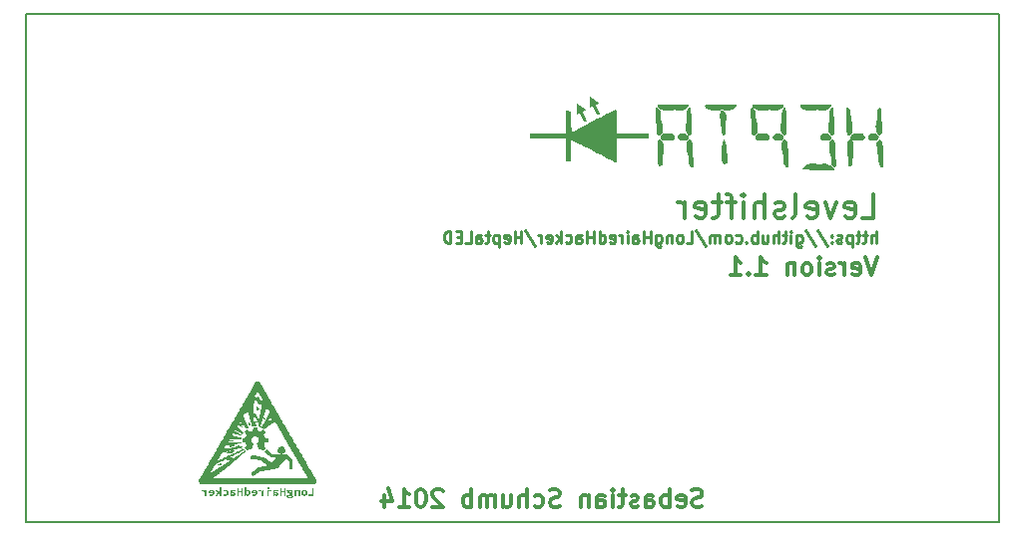
<source format=gbo>
G04 (created by PCBNEW (2013-may-18)-stable) date Wed 22 Oct 2014 04:48:08 PM CEST*
%MOIN*%
G04 Gerber Fmt 3.4, Leading zero omitted, Abs format*
%FSLAX34Y34*%
G01*
G70*
G90*
G04 APERTURE LIST*
%ADD10C,0.00590551*%
%ADD11C,0.00984252*%
%ADD12C,0.011811*%
%ADD13C,0.00787402*%
%ADD14C,0.0001*%
G04 APERTURE END LIST*
G54D10*
G54D11*
X75156Y-25159D02*
X75156Y-24765D01*
X74987Y-25159D02*
X74987Y-24953D01*
X75006Y-24915D01*
X75043Y-24896D01*
X75100Y-24896D01*
X75137Y-24915D01*
X75156Y-24934D01*
X74856Y-24896D02*
X74706Y-24896D01*
X74800Y-24765D02*
X74800Y-25103D01*
X74781Y-25140D01*
X74743Y-25159D01*
X74706Y-25159D01*
X74631Y-24896D02*
X74481Y-24896D01*
X74575Y-24765D02*
X74575Y-25103D01*
X74556Y-25140D01*
X74518Y-25159D01*
X74481Y-25159D01*
X74350Y-24896D02*
X74350Y-25290D01*
X74350Y-24915D02*
X74312Y-24896D01*
X74237Y-24896D01*
X74200Y-24915D01*
X74181Y-24934D01*
X74162Y-24971D01*
X74162Y-25084D01*
X74181Y-25121D01*
X74200Y-25140D01*
X74237Y-25159D01*
X74312Y-25159D01*
X74350Y-25140D01*
X74012Y-25140D02*
X73975Y-25159D01*
X73900Y-25159D01*
X73862Y-25140D01*
X73843Y-25103D01*
X73843Y-25084D01*
X73862Y-25046D01*
X73900Y-25028D01*
X73956Y-25028D01*
X73993Y-25009D01*
X74012Y-24971D01*
X74012Y-24953D01*
X73993Y-24915D01*
X73956Y-24896D01*
X73900Y-24896D01*
X73862Y-24915D01*
X73675Y-25121D02*
X73656Y-25140D01*
X73675Y-25159D01*
X73693Y-25140D01*
X73675Y-25121D01*
X73675Y-25159D01*
X73675Y-24915D02*
X73656Y-24934D01*
X73675Y-24953D01*
X73693Y-24934D01*
X73675Y-24915D01*
X73675Y-24953D01*
X73206Y-24746D02*
X73543Y-25253D01*
X72794Y-24746D02*
X73131Y-25253D01*
X72494Y-24896D02*
X72494Y-25215D01*
X72512Y-25253D01*
X72531Y-25271D01*
X72569Y-25290D01*
X72625Y-25290D01*
X72662Y-25271D01*
X72494Y-25140D02*
X72531Y-25159D01*
X72606Y-25159D01*
X72644Y-25140D01*
X72662Y-25121D01*
X72681Y-25084D01*
X72681Y-24971D01*
X72662Y-24934D01*
X72644Y-24915D01*
X72606Y-24896D01*
X72531Y-24896D01*
X72494Y-24915D01*
X72306Y-25159D02*
X72306Y-24896D01*
X72306Y-24765D02*
X72325Y-24784D01*
X72306Y-24803D01*
X72287Y-24784D01*
X72306Y-24765D01*
X72306Y-24803D01*
X72175Y-24896D02*
X72025Y-24896D01*
X72119Y-24765D02*
X72119Y-25103D01*
X72100Y-25140D01*
X72062Y-25159D01*
X72025Y-25159D01*
X71894Y-25159D02*
X71894Y-24765D01*
X71725Y-25159D02*
X71725Y-24953D01*
X71744Y-24915D01*
X71781Y-24896D01*
X71837Y-24896D01*
X71875Y-24915D01*
X71894Y-24934D01*
X71369Y-24896D02*
X71369Y-25159D01*
X71537Y-24896D02*
X71537Y-25103D01*
X71519Y-25140D01*
X71481Y-25159D01*
X71425Y-25159D01*
X71387Y-25140D01*
X71369Y-25121D01*
X71181Y-25159D02*
X71181Y-24765D01*
X71181Y-24915D02*
X71144Y-24896D01*
X71069Y-24896D01*
X71031Y-24915D01*
X71013Y-24934D01*
X70994Y-24971D01*
X70994Y-25084D01*
X71013Y-25121D01*
X71031Y-25140D01*
X71069Y-25159D01*
X71144Y-25159D01*
X71181Y-25140D01*
X70825Y-25121D02*
X70806Y-25140D01*
X70825Y-25159D01*
X70844Y-25140D01*
X70825Y-25121D01*
X70825Y-25159D01*
X70469Y-25140D02*
X70506Y-25159D01*
X70581Y-25159D01*
X70619Y-25140D01*
X70638Y-25121D01*
X70656Y-25084D01*
X70656Y-24971D01*
X70638Y-24934D01*
X70619Y-24915D01*
X70581Y-24896D01*
X70506Y-24896D01*
X70469Y-24915D01*
X70244Y-25159D02*
X70281Y-25140D01*
X70300Y-25121D01*
X70319Y-25084D01*
X70319Y-24971D01*
X70300Y-24934D01*
X70281Y-24915D01*
X70244Y-24896D01*
X70188Y-24896D01*
X70150Y-24915D01*
X70131Y-24934D01*
X70113Y-24971D01*
X70113Y-25084D01*
X70131Y-25121D01*
X70150Y-25140D01*
X70188Y-25159D01*
X70244Y-25159D01*
X69944Y-25159D02*
X69944Y-24896D01*
X69944Y-24934D02*
X69925Y-24915D01*
X69888Y-24896D01*
X69831Y-24896D01*
X69794Y-24915D01*
X69775Y-24953D01*
X69775Y-25159D01*
X69775Y-24953D02*
X69756Y-24915D01*
X69719Y-24896D01*
X69663Y-24896D01*
X69625Y-24915D01*
X69606Y-24953D01*
X69606Y-25159D01*
X69138Y-24746D02*
X69475Y-25253D01*
X68819Y-25159D02*
X69007Y-25159D01*
X69007Y-24765D01*
X68632Y-25159D02*
X68669Y-25140D01*
X68688Y-25121D01*
X68707Y-25084D01*
X68707Y-24971D01*
X68688Y-24934D01*
X68669Y-24915D01*
X68632Y-24896D01*
X68575Y-24896D01*
X68538Y-24915D01*
X68519Y-24934D01*
X68500Y-24971D01*
X68500Y-25084D01*
X68519Y-25121D01*
X68538Y-25140D01*
X68575Y-25159D01*
X68632Y-25159D01*
X68332Y-24896D02*
X68332Y-25159D01*
X68332Y-24934D02*
X68313Y-24915D01*
X68275Y-24896D01*
X68219Y-24896D01*
X68182Y-24915D01*
X68163Y-24953D01*
X68163Y-25159D01*
X67807Y-24896D02*
X67807Y-25215D01*
X67825Y-25253D01*
X67844Y-25271D01*
X67882Y-25290D01*
X67938Y-25290D01*
X67975Y-25271D01*
X67807Y-25140D02*
X67844Y-25159D01*
X67919Y-25159D01*
X67957Y-25140D01*
X67975Y-25121D01*
X67994Y-25084D01*
X67994Y-24971D01*
X67975Y-24934D01*
X67957Y-24915D01*
X67919Y-24896D01*
X67844Y-24896D01*
X67807Y-24915D01*
X67619Y-25159D02*
X67619Y-24765D01*
X67619Y-24953D02*
X67394Y-24953D01*
X67394Y-25159D02*
X67394Y-24765D01*
X67038Y-25159D02*
X67038Y-24953D01*
X67057Y-24915D01*
X67094Y-24896D01*
X67169Y-24896D01*
X67207Y-24915D01*
X67038Y-25140D02*
X67076Y-25159D01*
X67169Y-25159D01*
X67207Y-25140D01*
X67226Y-25103D01*
X67226Y-25065D01*
X67207Y-25028D01*
X67169Y-25009D01*
X67076Y-25009D01*
X67038Y-24990D01*
X66851Y-25159D02*
X66851Y-24896D01*
X66851Y-24765D02*
X66869Y-24784D01*
X66851Y-24803D01*
X66832Y-24784D01*
X66851Y-24765D01*
X66851Y-24803D01*
X66663Y-25159D02*
X66663Y-24896D01*
X66663Y-24971D02*
X66644Y-24934D01*
X66626Y-24915D01*
X66588Y-24896D01*
X66551Y-24896D01*
X66269Y-25140D02*
X66307Y-25159D01*
X66382Y-25159D01*
X66419Y-25140D01*
X66438Y-25103D01*
X66438Y-24953D01*
X66419Y-24915D01*
X66382Y-24896D01*
X66307Y-24896D01*
X66269Y-24915D01*
X66251Y-24953D01*
X66251Y-24990D01*
X66438Y-25028D01*
X65913Y-25159D02*
X65913Y-24765D01*
X65913Y-25140D02*
X65951Y-25159D01*
X66026Y-25159D01*
X66063Y-25140D01*
X66082Y-25121D01*
X66101Y-25084D01*
X66101Y-24971D01*
X66082Y-24934D01*
X66063Y-24915D01*
X66026Y-24896D01*
X65951Y-24896D01*
X65913Y-24915D01*
X65726Y-25159D02*
X65726Y-24765D01*
X65726Y-24953D02*
X65501Y-24953D01*
X65501Y-25159D02*
X65501Y-24765D01*
X65145Y-25159D02*
X65145Y-24953D01*
X65163Y-24915D01*
X65201Y-24896D01*
X65276Y-24896D01*
X65313Y-24915D01*
X65145Y-25140D02*
X65182Y-25159D01*
X65276Y-25159D01*
X65313Y-25140D01*
X65332Y-25103D01*
X65332Y-25065D01*
X65313Y-25028D01*
X65276Y-25009D01*
X65182Y-25009D01*
X65145Y-24990D01*
X64788Y-25140D02*
X64826Y-25159D01*
X64901Y-25159D01*
X64938Y-25140D01*
X64957Y-25121D01*
X64976Y-25084D01*
X64976Y-24971D01*
X64957Y-24934D01*
X64938Y-24915D01*
X64901Y-24896D01*
X64826Y-24896D01*
X64788Y-24915D01*
X64620Y-25159D02*
X64620Y-24765D01*
X64582Y-25009D02*
X64470Y-25159D01*
X64470Y-24896D02*
X64620Y-25046D01*
X64151Y-25140D02*
X64188Y-25159D01*
X64263Y-25159D01*
X64301Y-25140D01*
X64320Y-25103D01*
X64320Y-24953D01*
X64301Y-24915D01*
X64263Y-24896D01*
X64188Y-24896D01*
X64151Y-24915D01*
X64132Y-24953D01*
X64132Y-24990D01*
X64320Y-25028D01*
X63963Y-25159D02*
X63963Y-24896D01*
X63963Y-24971D02*
X63945Y-24934D01*
X63926Y-24915D01*
X63888Y-24896D01*
X63851Y-24896D01*
X63438Y-24746D02*
X63776Y-25253D01*
X63307Y-25159D02*
X63307Y-24765D01*
X63307Y-24953D02*
X63082Y-24953D01*
X63082Y-25159D02*
X63082Y-24765D01*
X62745Y-25140D02*
X62782Y-25159D01*
X62857Y-25159D01*
X62895Y-25140D01*
X62914Y-25103D01*
X62914Y-24953D01*
X62895Y-24915D01*
X62857Y-24896D01*
X62782Y-24896D01*
X62745Y-24915D01*
X62726Y-24953D01*
X62726Y-24990D01*
X62914Y-25028D01*
X62557Y-24896D02*
X62557Y-25290D01*
X62557Y-24915D02*
X62520Y-24896D01*
X62445Y-24896D01*
X62407Y-24915D01*
X62389Y-24934D01*
X62370Y-24971D01*
X62370Y-25084D01*
X62389Y-25121D01*
X62407Y-25140D01*
X62445Y-25159D01*
X62520Y-25159D01*
X62557Y-25140D01*
X62257Y-24896D02*
X62107Y-24896D01*
X62201Y-24765D02*
X62201Y-25103D01*
X62182Y-25140D01*
X62145Y-25159D01*
X62107Y-25159D01*
X61807Y-25159D02*
X61807Y-24953D01*
X61826Y-24915D01*
X61864Y-24896D01*
X61939Y-24896D01*
X61976Y-24915D01*
X61807Y-25140D02*
X61845Y-25159D01*
X61939Y-25159D01*
X61976Y-25140D01*
X61995Y-25103D01*
X61995Y-25065D01*
X61976Y-25028D01*
X61939Y-25009D01*
X61845Y-25009D01*
X61807Y-24990D01*
X61432Y-25159D02*
X61620Y-25159D01*
X61620Y-24765D01*
X61301Y-24953D02*
X61170Y-24953D01*
X61114Y-25159D02*
X61301Y-25159D01*
X61301Y-24765D01*
X61114Y-24765D01*
X60945Y-25159D02*
X60945Y-24765D01*
X60851Y-24765D01*
X60795Y-24784D01*
X60758Y-24821D01*
X60739Y-24859D01*
X60720Y-24934D01*
X60720Y-24990D01*
X60739Y-25065D01*
X60758Y-25103D01*
X60795Y-25140D01*
X60851Y-25159D01*
X60945Y-25159D01*
G54D12*
X69343Y-33960D02*
X69258Y-33989D01*
X69118Y-33989D01*
X69061Y-33960D01*
X69033Y-33932D01*
X69005Y-33876D01*
X69005Y-33820D01*
X69033Y-33764D01*
X69061Y-33735D01*
X69118Y-33707D01*
X69230Y-33679D01*
X69286Y-33651D01*
X69314Y-33623D01*
X69343Y-33567D01*
X69343Y-33510D01*
X69314Y-33454D01*
X69286Y-33426D01*
X69230Y-33398D01*
X69089Y-33398D01*
X69005Y-33426D01*
X68527Y-33960D02*
X68583Y-33989D01*
X68696Y-33989D01*
X68752Y-33960D01*
X68780Y-33904D01*
X68780Y-33679D01*
X68752Y-33623D01*
X68696Y-33595D01*
X68583Y-33595D01*
X68527Y-33623D01*
X68499Y-33679D01*
X68499Y-33735D01*
X68780Y-33792D01*
X68246Y-33989D02*
X68246Y-33398D01*
X68246Y-33623D02*
X68190Y-33595D01*
X68077Y-33595D01*
X68021Y-33623D01*
X67993Y-33651D01*
X67965Y-33707D01*
X67965Y-33876D01*
X67993Y-33932D01*
X68021Y-33960D01*
X68077Y-33989D01*
X68190Y-33989D01*
X68246Y-33960D01*
X67458Y-33989D02*
X67458Y-33679D01*
X67487Y-33623D01*
X67543Y-33595D01*
X67655Y-33595D01*
X67712Y-33623D01*
X67458Y-33960D02*
X67515Y-33989D01*
X67655Y-33989D01*
X67712Y-33960D01*
X67740Y-33904D01*
X67740Y-33848D01*
X67712Y-33792D01*
X67655Y-33764D01*
X67515Y-33764D01*
X67458Y-33735D01*
X67205Y-33960D02*
X67149Y-33989D01*
X67037Y-33989D01*
X66980Y-33960D01*
X66952Y-33904D01*
X66952Y-33876D01*
X66980Y-33820D01*
X67037Y-33792D01*
X67121Y-33792D01*
X67177Y-33764D01*
X67205Y-33707D01*
X67205Y-33679D01*
X67177Y-33623D01*
X67121Y-33595D01*
X67037Y-33595D01*
X66980Y-33623D01*
X66784Y-33595D02*
X66559Y-33595D01*
X66699Y-33398D02*
X66699Y-33904D01*
X66671Y-33960D01*
X66615Y-33989D01*
X66559Y-33989D01*
X66362Y-33989D02*
X66362Y-33595D01*
X66362Y-33398D02*
X66390Y-33426D01*
X66362Y-33454D01*
X66334Y-33426D01*
X66362Y-33398D01*
X66362Y-33454D01*
X65827Y-33989D02*
X65827Y-33679D01*
X65856Y-33623D01*
X65912Y-33595D01*
X66024Y-33595D01*
X66080Y-33623D01*
X65827Y-33960D02*
X65884Y-33989D01*
X66024Y-33989D01*
X66080Y-33960D01*
X66109Y-33904D01*
X66109Y-33848D01*
X66080Y-33792D01*
X66024Y-33764D01*
X65884Y-33764D01*
X65827Y-33735D01*
X65546Y-33595D02*
X65546Y-33989D01*
X65546Y-33651D02*
X65518Y-33623D01*
X65462Y-33595D01*
X65377Y-33595D01*
X65321Y-33623D01*
X65293Y-33679D01*
X65293Y-33989D01*
X64590Y-33960D02*
X64506Y-33989D01*
X64365Y-33989D01*
X64309Y-33960D01*
X64281Y-33932D01*
X64253Y-33876D01*
X64253Y-33820D01*
X64281Y-33764D01*
X64309Y-33735D01*
X64365Y-33707D01*
X64478Y-33679D01*
X64534Y-33651D01*
X64562Y-33623D01*
X64590Y-33567D01*
X64590Y-33510D01*
X64562Y-33454D01*
X64534Y-33426D01*
X64478Y-33398D01*
X64337Y-33398D01*
X64253Y-33426D01*
X63746Y-33960D02*
X63803Y-33989D01*
X63915Y-33989D01*
X63971Y-33960D01*
X63999Y-33932D01*
X64028Y-33876D01*
X64028Y-33707D01*
X63999Y-33651D01*
X63971Y-33623D01*
X63915Y-33595D01*
X63803Y-33595D01*
X63746Y-33623D01*
X63493Y-33989D02*
X63493Y-33398D01*
X63240Y-33989D02*
X63240Y-33679D01*
X63268Y-33623D01*
X63325Y-33595D01*
X63409Y-33595D01*
X63465Y-33623D01*
X63493Y-33651D01*
X62706Y-33595D02*
X62706Y-33989D01*
X62959Y-33595D02*
X62959Y-33904D01*
X62931Y-33960D01*
X62875Y-33989D01*
X62790Y-33989D01*
X62734Y-33960D01*
X62706Y-33932D01*
X62425Y-33989D02*
X62425Y-33595D01*
X62425Y-33651D02*
X62397Y-33623D01*
X62340Y-33595D01*
X62256Y-33595D01*
X62200Y-33623D01*
X62172Y-33679D01*
X62172Y-33989D01*
X62172Y-33679D02*
X62143Y-33623D01*
X62087Y-33595D01*
X62003Y-33595D01*
X61947Y-33623D01*
X61919Y-33679D01*
X61919Y-33989D01*
X61637Y-33989D02*
X61637Y-33398D01*
X61637Y-33623D02*
X61581Y-33595D01*
X61469Y-33595D01*
X61412Y-33623D01*
X61384Y-33651D01*
X61356Y-33707D01*
X61356Y-33876D01*
X61384Y-33932D01*
X61412Y-33960D01*
X61469Y-33989D01*
X61581Y-33989D01*
X61637Y-33960D01*
X60681Y-33454D02*
X60653Y-33426D01*
X60597Y-33398D01*
X60456Y-33398D01*
X60400Y-33426D01*
X60372Y-33454D01*
X60344Y-33510D01*
X60344Y-33567D01*
X60372Y-33651D01*
X60709Y-33989D01*
X60344Y-33989D01*
X59978Y-33398D02*
X59922Y-33398D01*
X59866Y-33426D01*
X59838Y-33454D01*
X59809Y-33510D01*
X59781Y-33623D01*
X59781Y-33764D01*
X59809Y-33876D01*
X59838Y-33932D01*
X59866Y-33960D01*
X59922Y-33989D01*
X59978Y-33989D01*
X60034Y-33960D01*
X60062Y-33932D01*
X60091Y-33876D01*
X60119Y-33764D01*
X60119Y-33623D01*
X60091Y-33510D01*
X60062Y-33454D01*
X60034Y-33426D01*
X59978Y-33398D01*
X59219Y-33989D02*
X59556Y-33989D01*
X59388Y-33989D02*
X59388Y-33398D01*
X59444Y-33482D01*
X59500Y-33539D01*
X59556Y-33567D01*
X58713Y-33595D02*
X58713Y-33989D01*
X58853Y-33370D02*
X58994Y-33792D01*
X58628Y-33792D01*
X75193Y-25648D02*
X74996Y-26239D01*
X74800Y-25648D01*
X74378Y-26210D02*
X74434Y-26239D01*
X74546Y-26239D01*
X74603Y-26210D01*
X74631Y-26154D01*
X74631Y-25929D01*
X74603Y-25873D01*
X74546Y-25845D01*
X74434Y-25845D01*
X74378Y-25873D01*
X74350Y-25929D01*
X74350Y-25985D01*
X74631Y-26042D01*
X74097Y-26239D02*
X74097Y-25845D01*
X74097Y-25957D02*
X74068Y-25901D01*
X74040Y-25873D01*
X73984Y-25845D01*
X73928Y-25845D01*
X73759Y-26210D02*
X73703Y-26239D01*
X73590Y-26239D01*
X73534Y-26210D01*
X73506Y-26154D01*
X73506Y-26126D01*
X73534Y-26070D01*
X73590Y-26042D01*
X73675Y-26042D01*
X73731Y-26014D01*
X73759Y-25957D01*
X73759Y-25929D01*
X73731Y-25873D01*
X73675Y-25845D01*
X73590Y-25845D01*
X73534Y-25873D01*
X73253Y-26239D02*
X73253Y-25845D01*
X73253Y-25648D02*
X73281Y-25676D01*
X73253Y-25704D01*
X73225Y-25676D01*
X73253Y-25648D01*
X73253Y-25704D01*
X72887Y-26239D02*
X72944Y-26210D01*
X72972Y-26182D01*
X73000Y-26126D01*
X73000Y-25957D01*
X72972Y-25901D01*
X72944Y-25873D01*
X72887Y-25845D01*
X72803Y-25845D01*
X72747Y-25873D01*
X72719Y-25901D01*
X72690Y-25957D01*
X72690Y-26126D01*
X72719Y-26182D01*
X72747Y-26210D01*
X72803Y-26239D01*
X72887Y-26239D01*
X72437Y-25845D02*
X72437Y-26239D01*
X72437Y-25901D02*
X72409Y-25873D01*
X72353Y-25845D01*
X72269Y-25845D01*
X72212Y-25873D01*
X72184Y-25929D01*
X72184Y-26239D01*
X71144Y-26239D02*
X71481Y-26239D01*
X71312Y-26239D02*
X71312Y-25648D01*
X71369Y-25732D01*
X71425Y-25789D01*
X71481Y-25817D01*
X70891Y-26182D02*
X70863Y-26210D01*
X70891Y-26239D01*
X70919Y-26210D01*
X70891Y-26182D01*
X70891Y-26239D01*
X70300Y-26239D02*
X70638Y-26239D01*
X70469Y-26239D02*
X70469Y-25648D01*
X70525Y-25732D01*
X70581Y-25789D01*
X70638Y-25817D01*
X74687Y-24318D02*
X75062Y-24318D01*
X75062Y-23531D01*
X74125Y-24281D02*
X74200Y-24318D01*
X74350Y-24318D01*
X74425Y-24281D01*
X74462Y-24206D01*
X74462Y-23906D01*
X74425Y-23831D01*
X74350Y-23793D01*
X74200Y-23793D01*
X74125Y-23831D01*
X74087Y-23906D01*
X74087Y-23981D01*
X74462Y-24056D01*
X73825Y-23793D02*
X73637Y-24318D01*
X73450Y-23793D01*
X72850Y-24281D02*
X72925Y-24318D01*
X73075Y-24318D01*
X73150Y-24281D01*
X73187Y-24206D01*
X73187Y-23906D01*
X73150Y-23831D01*
X73075Y-23793D01*
X72925Y-23793D01*
X72850Y-23831D01*
X72812Y-23906D01*
X72812Y-23981D01*
X73187Y-24056D01*
X72362Y-24318D02*
X72437Y-24281D01*
X72475Y-24206D01*
X72475Y-23531D01*
X72100Y-24281D02*
X72025Y-24318D01*
X71875Y-24318D01*
X71800Y-24281D01*
X71762Y-24206D01*
X71762Y-24168D01*
X71800Y-24093D01*
X71875Y-24056D01*
X71987Y-24056D01*
X72062Y-24018D01*
X72100Y-23943D01*
X72100Y-23906D01*
X72062Y-23831D01*
X71987Y-23793D01*
X71875Y-23793D01*
X71800Y-23831D01*
X71425Y-24318D02*
X71425Y-23531D01*
X71088Y-24318D02*
X71088Y-23906D01*
X71125Y-23831D01*
X71200Y-23793D01*
X71312Y-23793D01*
X71387Y-23831D01*
X71425Y-23868D01*
X70713Y-24318D02*
X70713Y-23793D01*
X70713Y-23531D02*
X70750Y-23568D01*
X70713Y-23606D01*
X70675Y-23568D01*
X70713Y-23531D01*
X70713Y-23606D01*
X70450Y-23793D02*
X70150Y-23793D01*
X70338Y-24318D02*
X70338Y-23643D01*
X70300Y-23568D01*
X70225Y-23531D01*
X70150Y-23531D01*
X70000Y-23793D02*
X69700Y-23793D01*
X69888Y-23531D02*
X69888Y-24206D01*
X69850Y-24281D01*
X69775Y-24318D01*
X69700Y-24318D01*
X69138Y-24281D02*
X69213Y-24318D01*
X69363Y-24318D01*
X69438Y-24281D01*
X69475Y-24206D01*
X69475Y-23906D01*
X69438Y-23831D01*
X69363Y-23793D01*
X69213Y-23793D01*
X69138Y-23831D01*
X69100Y-23906D01*
X69100Y-23981D01*
X69475Y-24056D01*
X68763Y-24318D02*
X68763Y-23793D01*
X68763Y-23943D02*
X68725Y-23868D01*
X68688Y-23831D01*
X68613Y-23793D01*
X68538Y-23793D01*
G54D13*
X46750Y-34500D02*
X46750Y-17500D01*
X79250Y-34500D02*
X46750Y-34500D01*
X79250Y-17500D02*
X79250Y-34500D01*
X46750Y-17500D02*
X79250Y-17500D01*
G54D14*
G36*
X72701Y-22693D02*
X72702Y-22699D01*
X72706Y-22703D01*
X72713Y-22707D01*
X72727Y-22710D01*
X72749Y-22712D01*
X72781Y-22714D01*
X72825Y-22715D01*
X72883Y-22716D01*
X72956Y-22717D01*
X73048Y-22718D01*
X73159Y-22719D01*
X73237Y-22719D01*
X73364Y-22720D01*
X73470Y-22720D01*
X73556Y-22720D01*
X73626Y-22719D01*
X73679Y-22718D01*
X73719Y-22717D01*
X73747Y-22715D01*
X73764Y-22712D01*
X73773Y-22709D01*
X73776Y-22706D01*
X73773Y-22685D01*
X73755Y-22657D01*
X73727Y-22627D01*
X73693Y-22600D01*
X73659Y-22581D01*
X73630Y-22573D01*
X73629Y-22573D01*
X73610Y-22567D01*
X73580Y-22551D01*
X73559Y-22538D01*
X73528Y-22518D01*
X73502Y-22508D01*
X73471Y-22506D01*
X73437Y-22508D01*
X73389Y-22514D01*
X73340Y-22523D01*
X73315Y-22530D01*
X73280Y-22540D01*
X73255Y-22542D01*
X73227Y-22534D01*
X73218Y-22530D01*
X73181Y-22520D01*
X73128Y-22513D01*
X73062Y-22508D01*
X73051Y-22508D01*
X72997Y-22506D01*
X72958Y-22506D01*
X72929Y-22510D01*
X72903Y-22519D01*
X72872Y-22533D01*
X72849Y-22545D01*
X72794Y-22577D01*
X72750Y-22612D01*
X72718Y-22648D01*
X72702Y-22680D01*
X72701Y-22693D01*
X72701Y-22693D01*
X72701Y-22693D01*
G37*
G36*
X75178Y-21855D02*
X75178Y-21906D01*
X75180Y-21964D01*
X75180Y-21967D01*
X75184Y-22036D01*
X75189Y-22087D01*
X75196Y-22126D01*
X75206Y-22158D01*
X75210Y-22167D01*
X75223Y-22204D01*
X75232Y-22250D01*
X75238Y-22311D01*
X75241Y-22349D01*
X75245Y-22420D01*
X75249Y-22473D01*
X75254Y-22512D01*
X75262Y-22539D01*
X75273Y-22561D01*
X75288Y-22581D01*
X75302Y-22596D01*
X75336Y-22628D01*
X75363Y-22640D01*
X75384Y-22635D01*
X75395Y-22624D01*
X75399Y-22615D01*
X75402Y-22599D01*
X75404Y-22572D01*
X75404Y-22532D01*
X75404Y-22479D01*
X75402Y-22409D01*
X75399Y-22320D01*
X75396Y-22227D01*
X75393Y-22134D01*
X75389Y-22047D01*
X75385Y-21969D01*
X75382Y-21902D01*
X75379Y-21850D01*
X75377Y-21816D01*
X75376Y-21805D01*
X75363Y-21765D01*
X75337Y-21729D01*
X75307Y-21703D01*
X75276Y-21694D01*
X75249Y-21703D01*
X75219Y-21728D01*
X75194Y-21762D01*
X75182Y-21793D01*
X75179Y-21815D01*
X75178Y-21855D01*
X75178Y-21855D01*
X75178Y-21855D01*
G37*
G36*
X73590Y-21906D02*
X73592Y-21964D01*
X73592Y-21967D01*
X73596Y-22036D01*
X73601Y-22086D01*
X73608Y-22125D01*
X73618Y-22157D01*
X73623Y-22168D01*
X73636Y-22205D01*
X73645Y-22249D01*
X73651Y-22306D01*
X73653Y-22350D01*
X73657Y-22421D01*
X73661Y-22474D01*
X73666Y-22512D01*
X73674Y-22540D01*
X73685Y-22562D01*
X73701Y-22582D01*
X73714Y-22596D01*
X73748Y-22628D01*
X73774Y-22640D01*
X73796Y-22635D01*
X73807Y-22624D01*
X73811Y-22615D01*
X73814Y-22599D01*
X73815Y-22572D01*
X73816Y-22532D01*
X73816Y-22479D01*
X73814Y-22409D01*
X73811Y-22320D01*
X73808Y-22227D01*
X73804Y-22134D01*
X73801Y-22047D01*
X73798Y-21969D01*
X73794Y-21902D01*
X73791Y-21850D01*
X73789Y-21816D01*
X73788Y-21805D01*
X73775Y-21765D01*
X73750Y-21729D01*
X73719Y-21703D01*
X73689Y-21694D01*
X73661Y-21703D01*
X73631Y-21728D01*
X73606Y-21762D01*
X73594Y-21793D01*
X73591Y-21815D01*
X73590Y-21855D01*
X73590Y-21906D01*
X73590Y-21906D01*
X73590Y-21906D01*
G37*
G36*
X72002Y-21855D02*
X72002Y-21906D01*
X72004Y-21964D01*
X72004Y-21967D01*
X72008Y-22036D01*
X72013Y-22086D01*
X72020Y-22125D01*
X72030Y-22157D01*
X72035Y-22168D01*
X72048Y-22205D01*
X72057Y-22249D01*
X72063Y-22306D01*
X72065Y-22350D01*
X72069Y-22421D01*
X72073Y-22474D01*
X72078Y-22512D01*
X72086Y-22540D01*
X72097Y-22562D01*
X72113Y-22582D01*
X72126Y-22596D01*
X72160Y-22628D01*
X72186Y-22640D01*
X72208Y-22635D01*
X72219Y-22624D01*
X72223Y-22615D01*
X72226Y-22599D01*
X72228Y-22572D01*
X72228Y-22532D01*
X72228Y-22479D01*
X72226Y-22409D01*
X72223Y-22320D01*
X72220Y-22227D01*
X72217Y-22134D01*
X72213Y-22047D01*
X72209Y-21969D01*
X72206Y-21902D01*
X72204Y-21850D01*
X72201Y-21816D01*
X72200Y-21805D01*
X72186Y-21765D01*
X72162Y-21729D01*
X72131Y-21703D01*
X72101Y-21694D01*
X72073Y-21703D01*
X72043Y-21728D01*
X72019Y-21762D01*
X72006Y-21793D01*
X72003Y-21815D01*
X72002Y-21855D01*
X72002Y-21855D01*
X72002Y-21855D01*
G37*
G36*
X68827Y-21855D02*
X68828Y-21907D01*
X68829Y-21965D01*
X68830Y-21969D01*
X68834Y-22038D01*
X68839Y-22089D01*
X68846Y-22128D01*
X68857Y-22160D01*
X68861Y-22170D01*
X68872Y-22202D01*
X68881Y-22239D01*
X68887Y-22288D01*
X68891Y-22353D01*
X68892Y-22368D01*
X68897Y-22446D01*
X68906Y-22505D01*
X68918Y-22550D01*
X68937Y-22584D01*
X68963Y-22611D01*
X68971Y-22618D01*
X69002Y-22638D01*
X69025Y-22639D01*
X69044Y-22624D01*
X69048Y-22615D01*
X69051Y-22599D01*
X69053Y-22572D01*
X69053Y-22532D01*
X69053Y-22479D01*
X69051Y-22409D01*
X69048Y-22320D01*
X69045Y-22227D01*
X69042Y-22134D01*
X69038Y-22047D01*
X69035Y-21969D01*
X69031Y-21902D01*
X69029Y-21850D01*
X69026Y-21816D01*
X69025Y-21805D01*
X69012Y-21765D01*
X68987Y-21729D01*
X68956Y-21703D01*
X68926Y-21694D01*
X68898Y-21703D01*
X68868Y-21728D01*
X68843Y-21762D01*
X68830Y-21793D01*
X68828Y-21816D01*
X68827Y-21855D01*
X68827Y-21855D01*
X68827Y-21855D01*
G37*
G36*
X74202Y-21900D02*
X74203Y-21969D01*
X74205Y-22047D01*
X74208Y-22130D01*
X74211Y-22215D01*
X74215Y-22299D01*
X74220Y-22378D01*
X74225Y-22450D01*
X74229Y-22510D01*
X74234Y-22556D01*
X74239Y-22585D01*
X74242Y-22592D01*
X74267Y-22606D01*
X74298Y-22603D01*
X74327Y-22583D01*
X74329Y-22582D01*
X74349Y-22556D01*
X74363Y-22530D01*
X74372Y-22498D01*
X74376Y-22454D01*
X74378Y-22395D01*
X74378Y-22377D01*
X74380Y-22300D01*
X74386Y-22236D01*
X74395Y-22192D01*
X74403Y-22150D01*
X74409Y-22093D01*
X74411Y-22027D01*
X74411Y-21959D01*
X74409Y-21896D01*
X74403Y-21844D01*
X74399Y-21825D01*
X74381Y-21781D01*
X74350Y-21739D01*
X74315Y-21709D01*
X74290Y-21698D01*
X74258Y-21700D01*
X74230Y-21724D01*
X74210Y-21768D01*
X74207Y-21777D01*
X74204Y-21801D01*
X74203Y-21843D01*
X74202Y-21900D01*
X74202Y-21900D01*
X74202Y-21900D01*
G37*
G36*
X67852Y-21894D02*
X67853Y-21962D01*
X67854Y-22039D01*
X67857Y-22122D01*
X67861Y-22207D01*
X67865Y-22291D01*
X67869Y-22371D01*
X67874Y-22443D01*
X67878Y-22505D01*
X67884Y-22552D01*
X67888Y-22583D01*
X67891Y-22592D01*
X67916Y-22606D01*
X67947Y-22603D01*
X67976Y-22584D01*
X67978Y-22582D01*
X67999Y-22556D01*
X68013Y-22530D01*
X68021Y-22497D01*
X68025Y-22453D01*
X68027Y-22393D01*
X68027Y-22379D01*
X68030Y-22290D01*
X68038Y-22219D01*
X68045Y-22188D01*
X68054Y-22153D01*
X68058Y-22111D01*
X68060Y-22059D01*
X68060Y-21991D01*
X68059Y-21968D01*
X68057Y-21904D01*
X68055Y-21858D01*
X68051Y-21826D01*
X68045Y-21803D01*
X68036Y-21785D01*
X68027Y-21771D01*
X67996Y-21735D01*
X67961Y-21708D01*
X67928Y-21694D01*
X67921Y-21694D01*
X67897Y-21704D01*
X67874Y-21734D01*
X67856Y-21775D01*
X67853Y-21797D01*
X67852Y-21838D01*
X67852Y-21894D01*
X67852Y-21894D01*
X67852Y-21894D01*
G37*
G36*
X70003Y-22295D02*
X70004Y-22356D01*
X70008Y-22403D01*
X70014Y-22438D01*
X70022Y-22464D01*
X70034Y-22484D01*
X70050Y-22500D01*
X70056Y-22505D01*
X70085Y-22523D01*
X70109Y-22525D01*
X70136Y-22509D01*
X70158Y-22489D01*
X70196Y-22450D01*
X70196Y-22334D01*
X70192Y-22246D01*
X70182Y-22158D01*
X70175Y-22119D01*
X70164Y-22061D01*
X70155Y-21992D01*
X70148Y-21924D01*
X70146Y-21900D01*
X70138Y-21821D01*
X70126Y-21764D01*
X70108Y-21728D01*
X70085Y-21712D01*
X70076Y-21711D01*
X70060Y-21717D01*
X70046Y-21738D01*
X70032Y-21774D01*
X70025Y-21798D01*
X70020Y-21826D01*
X70015Y-21862D01*
X70012Y-21909D01*
X70009Y-21970D01*
X70007Y-22048D01*
X70005Y-22117D01*
X70003Y-22216D01*
X70003Y-22295D01*
X70003Y-22295D01*
X70003Y-22295D01*
G37*
G36*
X63594Y-21682D02*
X64188Y-21682D01*
X64782Y-21682D01*
X64782Y-22054D01*
X64782Y-22425D01*
X64880Y-22425D01*
X64977Y-22425D01*
X64977Y-22071D01*
X64977Y-21983D01*
X64977Y-21904D01*
X64978Y-21835D01*
X64978Y-21779D01*
X64979Y-21740D01*
X64980Y-21719D01*
X64980Y-21716D01*
X64991Y-21722D01*
X65020Y-21736D01*
X65066Y-21760D01*
X65128Y-21791D01*
X65204Y-21830D01*
X65292Y-21874D01*
X65391Y-21925D01*
X65498Y-21980D01*
X65614Y-22039D01*
X65720Y-22093D01*
X65841Y-22155D01*
X65956Y-22214D01*
X66063Y-22268D01*
X66162Y-22318D01*
X66249Y-22362D01*
X66325Y-22400D01*
X66386Y-22431D01*
X66432Y-22453D01*
X66461Y-22466D01*
X66470Y-22470D01*
X66474Y-22466D01*
X66478Y-22450D01*
X66480Y-22422D01*
X66482Y-22380D01*
X66483Y-22321D01*
X66484Y-22244D01*
X66485Y-22148D01*
X66485Y-22076D01*
X66485Y-21682D01*
X67022Y-21682D01*
X67558Y-21682D01*
X67558Y-21585D01*
X67558Y-21489D01*
X67022Y-21489D01*
X66485Y-21489D01*
X66485Y-21089D01*
X66484Y-20996D01*
X66484Y-20911D01*
X66482Y-20836D01*
X66481Y-20774D01*
X66480Y-20727D01*
X66478Y-20698D01*
X66476Y-20690D01*
X66465Y-20694D01*
X66435Y-20709D01*
X66388Y-20733D01*
X66325Y-20764D01*
X66248Y-20803D01*
X66160Y-20848D01*
X66061Y-20898D01*
X65952Y-20954D01*
X65836Y-21013D01*
X65725Y-21070D01*
X64982Y-21450D01*
X64977Y-21101D01*
X64971Y-20752D01*
X64876Y-20749D01*
X64782Y-20745D01*
X64782Y-21117D01*
X64782Y-21489D01*
X64188Y-21489D01*
X63594Y-21489D01*
X63594Y-21585D01*
X63594Y-21682D01*
X63594Y-21682D01*
X63594Y-21682D01*
G37*
G36*
X74887Y-21627D02*
X74897Y-21666D01*
X74916Y-21698D01*
X74942Y-21721D01*
X74981Y-21733D01*
X75036Y-21739D01*
X75069Y-21739D01*
X75117Y-21739D01*
X75149Y-21737D01*
X75170Y-21730D01*
X75188Y-21719D01*
X75207Y-21701D01*
X75238Y-21658D01*
X75246Y-21614D01*
X75231Y-21569D01*
X75223Y-21556D01*
X75188Y-21525D01*
X75139Y-21506D01*
X75072Y-21501D01*
X75038Y-21502D01*
X74992Y-21507D01*
X74962Y-21515D01*
X74939Y-21528D01*
X74927Y-21539D01*
X74896Y-21581D01*
X74887Y-21627D01*
X74887Y-21627D01*
X74887Y-21627D01*
G37*
G36*
X74302Y-21625D02*
X74312Y-21669D01*
X74344Y-21710D01*
X74345Y-21711D01*
X74360Y-21722D01*
X74374Y-21730D01*
X74394Y-21735D01*
X74421Y-21738D01*
X74463Y-21739D01*
X74521Y-21739D01*
X74543Y-21739D01*
X74607Y-21739D01*
X74653Y-21738D01*
X74684Y-21736D01*
X74704Y-21732D01*
X74719Y-21725D01*
X74732Y-21715D01*
X74736Y-21711D01*
X74771Y-21668D01*
X74783Y-21623D01*
X74772Y-21578D01*
X74741Y-21538D01*
X74727Y-21525D01*
X74714Y-21516D01*
X74697Y-21510D01*
X74672Y-21507D01*
X74634Y-21506D01*
X74580Y-21505D01*
X74550Y-21505D01*
X74476Y-21506D01*
X74421Y-21509D01*
X74381Y-21516D01*
X74353Y-21527D01*
X74334Y-21544D01*
X74318Y-21568D01*
X74314Y-21576D01*
X74302Y-21625D01*
X74302Y-21625D01*
X74302Y-21625D01*
G37*
G36*
X73299Y-21626D02*
X73312Y-21671D01*
X73345Y-21711D01*
X73362Y-21725D01*
X73381Y-21733D01*
X73406Y-21738D01*
X73445Y-21739D01*
X73478Y-21739D01*
X73527Y-21739D01*
X73559Y-21737D01*
X73581Y-21731D01*
X73598Y-21721D01*
X73617Y-21703D01*
X73619Y-21701D01*
X73650Y-21658D01*
X73658Y-21614D01*
X73643Y-21569D01*
X73635Y-21556D01*
X73601Y-21525D01*
X73551Y-21506D01*
X73484Y-21501D01*
X73450Y-21502D01*
X73404Y-21507D01*
X73374Y-21515D01*
X73351Y-21528D01*
X73338Y-21539D01*
X73308Y-21581D01*
X73299Y-21626D01*
X73299Y-21626D01*
X73299Y-21626D01*
G37*
G36*
X71711Y-21626D02*
X71724Y-21671D01*
X71757Y-21711D01*
X71774Y-21725D01*
X71792Y-21733D01*
X71818Y-21738D01*
X71857Y-21739D01*
X71890Y-21739D01*
X71939Y-21739D01*
X71971Y-21737D01*
X71993Y-21731D01*
X72010Y-21721D01*
X72029Y-21703D01*
X72031Y-21701D01*
X72062Y-21658D01*
X72070Y-21614D01*
X72055Y-21569D01*
X72047Y-21556D01*
X72012Y-21525D01*
X71963Y-21506D01*
X71897Y-21501D01*
X71862Y-21502D01*
X71816Y-21507D01*
X71786Y-21515D01*
X71763Y-21528D01*
X71751Y-21539D01*
X71719Y-21581D01*
X71711Y-21626D01*
X71711Y-21626D01*
X71711Y-21626D01*
G37*
G36*
X71126Y-21625D02*
X71136Y-21669D01*
X71168Y-21710D01*
X71169Y-21711D01*
X71184Y-21722D01*
X71198Y-21730D01*
X71218Y-21735D01*
X71246Y-21738D01*
X71286Y-21739D01*
X71345Y-21739D01*
X71367Y-21739D01*
X71431Y-21739D01*
X71477Y-21738D01*
X71508Y-21736D01*
X71529Y-21732D01*
X71544Y-21725D01*
X71556Y-21715D01*
X71560Y-21711D01*
X71595Y-21668D01*
X71607Y-21623D01*
X71596Y-21578D01*
X71565Y-21538D01*
X71551Y-21525D01*
X71538Y-21516D01*
X71521Y-21510D01*
X71496Y-21507D01*
X71458Y-21506D01*
X71404Y-21505D01*
X71374Y-21505D01*
X71300Y-21506D01*
X71245Y-21509D01*
X71205Y-21516D01*
X71177Y-21527D01*
X71158Y-21544D01*
X71142Y-21568D01*
X71139Y-21576D01*
X71126Y-21625D01*
X71126Y-21625D01*
X71126Y-21625D01*
G37*
G36*
X68536Y-21626D02*
X68549Y-21671D01*
X68582Y-21711D01*
X68599Y-21725D01*
X68618Y-21733D01*
X68643Y-21738D01*
X68682Y-21739D01*
X68715Y-21739D01*
X68764Y-21739D01*
X68796Y-21737D01*
X68818Y-21731D01*
X68835Y-21721D01*
X68854Y-21703D01*
X68856Y-21701D01*
X68887Y-21658D01*
X68895Y-21614D01*
X68880Y-21569D01*
X68872Y-21556D01*
X68838Y-21525D01*
X68788Y-21506D01*
X68721Y-21501D01*
X68687Y-21502D01*
X68641Y-21507D01*
X68611Y-21515D01*
X68588Y-21528D01*
X68575Y-21539D01*
X68545Y-21581D01*
X68536Y-21626D01*
X68536Y-21626D01*
X68536Y-21626D01*
G37*
G36*
X67951Y-21625D02*
X67961Y-21669D01*
X67993Y-21710D01*
X67994Y-21711D01*
X68009Y-21722D01*
X68023Y-21730D01*
X68043Y-21735D01*
X68071Y-21738D01*
X68112Y-21739D01*
X68170Y-21739D01*
X68192Y-21739D01*
X68256Y-21739D01*
X68302Y-21738D01*
X68333Y-21736D01*
X68354Y-21732D01*
X68368Y-21725D01*
X68381Y-21715D01*
X68385Y-21711D01*
X68420Y-21668D01*
X68432Y-21623D01*
X68422Y-21578D01*
X68390Y-21538D01*
X68376Y-21525D01*
X68363Y-21516D01*
X68346Y-21510D01*
X68320Y-21507D01*
X68283Y-21506D01*
X68229Y-21505D01*
X68199Y-21505D01*
X68125Y-21506D01*
X68070Y-21509D01*
X68030Y-21516D01*
X68002Y-21527D01*
X67983Y-21544D01*
X67967Y-21568D01*
X67964Y-21576D01*
X67951Y-21625D01*
X67951Y-21625D01*
X67951Y-21625D01*
G37*
G36*
X74148Y-20757D02*
X74150Y-20831D01*
X74153Y-20924D01*
X74158Y-21037D01*
X74162Y-21107D01*
X74167Y-21216D01*
X74172Y-21305D01*
X74176Y-21376D01*
X74179Y-21430D01*
X74183Y-21471D01*
X74186Y-21500D01*
X74190Y-21519D01*
X74195Y-21533D01*
X74200Y-21541D01*
X74206Y-21547D01*
X74207Y-21548D01*
X74238Y-21565D01*
X74268Y-21563D01*
X74303Y-21542D01*
X74313Y-21534D01*
X74339Y-21508D01*
X74357Y-21484D01*
X74369Y-21453D01*
X74375Y-21412D01*
X74376Y-21358D01*
X74375Y-21287D01*
X74372Y-21221D01*
X74369Y-21173D01*
X74362Y-21137D01*
X74354Y-21107D01*
X74344Y-21083D01*
X74332Y-21054D01*
X74324Y-21022D01*
X74318Y-20981D01*
X74313Y-20926D01*
X74310Y-20874D01*
X74303Y-20721D01*
X74249Y-20671D01*
X74223Y-20647D01*
X74201Y-20630D01*
X74184Y-20621D01*
X74170Y-20622D01*
X74160Y-20635D01*
X74153Y-20661D01*
X74149Y-20701D01*
X74148Y-20757D01*
X74148Y-20757D01*
X74148Y-20757D01*
G37*
G36*
X70973Y-20757D02*
X70974Y-20831D01*
X70977Y-20923D01*
X70982Y-21036D01*
X70986Y-21106D01*
X70991Y-21216D01*
X70996Y-21305D01*
X71000Y-21375D01*
X71003Y-21430D01*
X71007Y-21471D01*
X71011Y-21500D01*
X71014Y-21519D01*
X71019Y-21533D01*
X71024Y-21541D01*
X71030Y-21547D01*
X71031Y-21548D01*
X71062Y-21565D01*
X71092Y-21563D01*
X71127Y-21542D01*
X71137Y-21534D01*
X71163Y-21508D01*
X71181Y-21484D01*
X71193Y-21453D01*
X71199Y-21412D01*
X71201Y-21358D01*
X71199Y-21287D01*
X71196Y-21221D01*
X71193Y-21173D01*
X71187Y-21137D01*
X71178Y-21107D01*
X71168Y-21083D01*
X71157Y-21054D01*
X71148Y-21022D01*
X71142Y-20981D01*
X71137Y-20926D01*
X71134Y-20874D01*
X71127Y-20721D01*
X71074Y-20671D01*
X71047Y-20647D01*
X71026Y-20630D01*
X71008Y-20621D01*
X70994Y-20622D01*
X70984Y-20635D01*
X70977Y-20661D01*
X70974Y-20701D01*
X70973Y-20757D01*
X70973Y-20757D01*
X70973Y-20757D01*
G37*
G36*
X69942Y-20859D02*
X69942Y-20914D01*
X69945Y-20978D01*
X69949Y-21045D01*
X69954Y-21113D01*
X69961Y-21174D01*
X69968Y-21225D01*
X69973Y-21249D01*
X69983Y-21302D01*
X69991Y-21362D01*
X69996Y-21406D01*
X70004Y-21477D01*
X70017Y-21525D01*
X70035Y-21555D01*
X70058Y-21565D01*
X70080Y-21561D01*
X70094Y-21547D01*
X70111Y-21522D01*
X70112Y-21521D01*
X70119Y-21500D01*
X70124Y-21474D01*
X70125Y-21435D01*
X70123Y-21380D01*
X70122Y-21366D01*
X70119Y-21295D01*
X70121Y-21240D01*
X70128Y-21191D01*
X70133Y-21169D01*
X70142Y-21110D01*
X70148Y-21037D01*
X70150Y-20960D01*
X70147Y-20888D01*
X70140Y-20838D01*
X70120Y-20786D01*
X70094Y-20755D01*
X70053Y-20729D01*
X70014Y-20725D01*
X69979Y-20742D01*
X69952Y-20781D01*
X69947Y-20793D01*
X69943Y-20817D01*
X69942Y-20859D01*
X69942Y-20859D01*
X69942Y-20859D01*
G37*
G36*
X67798Y-20757D02*
X67799Y-20830D01*
X67802Y-20923D01*
X67807Y-21036D01*
X67811Y-21106D01*
X67816Y-21216D01*
X67821Y-21304D01*
X67825Y-21375D01*
X67828Y-21430D01*
X67832Y-21471D01*
X67835Y-21500D01*
X67839Y-21519D01*
X67844Y-21532D01*
X67849Y-21541D01*
X67855Y-21547D01*
X67856Y-21548D01*
X67887Y-21565D01*
X67917Y-21563D01*
X67952Y-21542D01*
X67962Y-21534D01*
X67988Y-21508D01*
X68006Y-21484D01*
X68018Y-21453D01*
X68024Y-21412D01*
X68026Y-21358D01*
X68024Y-21287D01*
X68022Y-21221D01*
X68018Y-21173D01*
X68012Y-21137D01*
X68003Y-21107D01*
X67993Y-21083D01*
X67982Y-21054D01*
X67973Y-21022D01*
X67967Y-20981D01*
X67962Y-20926D01*
X67959Y-20874D01*
X67952Y-20721D01*
X67899Y-20671D01*
X67873Y-20647D01*
X67851Y-20630D01*
X67833Y-20621D01*
X67819Y-20622D01*
X67809Y-20635D01*
X67803Y-20661D01*
X67799Y-20701D01*
X67798Y-20757D01*
X67798Y-20757D01*
X67798Y-20757D01*
G37*
G36*
X75144Y-21228D02*
X75145Y-21275D01*
X75146Y-21310D01*
X75153Y-21385D01*
X75164Y-21441D01*
X75181Y-21483D01*
X75205Y-21513D01*
X75227Y-21531D01*
X75258Y-21550D01*
X75280Y-21555D01*
X75302Y-21545D01*
X75318Y-21533D01*
X75341Y-21507D01*
X75354Y-21480D01*
X75355Y-21459D01*
X75355Y-21418D01*
X75354Y-21362D01*
X75352Y-21292D01*
X75349Y-21214D01*
X75346Y-21129D01*
X75342Y-21043D01*
X75337Y-20957D01*
X75333Y-20875D01*
X75328Y-20801D01*
X75324Y-20738D01*
X75320Y-20690D01*
X75316Y-20659D01*
X75315Y-20652D01*
X75301Y-20620D01*
X75284Y-20611D01*
X75261Y-20623D01*
X75249Y-20635D01*
X75225Y-20665D01*
X75207Y-20694D01*
X75196Y-20729D01*
X75190Y-20772D01*
X75187Y-20830D01*
X75187Y-20898D01*
X75188Y-20965D01*
X75187Y-21014D01*
X75184Y-21052D01*
X75178Y-21083D01*
X75169Y-21114D01*
X75165Y-21124D01*
X75153Y-21159D01*
X75146Y-21192D01*
X75144Y-21228D01*
X75144Y-21228D01*
X75144Y-21228D01*
G37*
G36*
X73556Y-21228D02*
X73557Y-21275D01*
X73558Y-21310D01*
X73565Y-21385D01*
X73576Y-21441D01*
X73593Y-21483D01*
X73617Y-21513D01*
X73640Y-21531D01*
X73670Y-21550D01*
X73692Y-21555D01*
X73714Y-21545D01*
X73730Y-21533D01*
X73753Y-21507D01*
X73766Y-21480D01*
X73767Y-21459D01*
X73767Y-21418D01*
X73766Y-21362D01*
X73764Y-21292D01*
X73761Y-21214D01*
X73758Y-21129D01*
X73754Y-21043D01*
X73750Y-20957D01*
X73745Y-20875D01*
X73740Y-20801D01*
X73736Y-20738D01*
X73731Y-20690D01*
X73728Y-20659D01*
X73726Y-20652D01*
X73713Y-20620D01*
X73695Y-20611D01*
X73673Y-20623D01*
X73661Y-20635D01*
X73637Y-20665D01*
X73619Y-20694D01*
X73608Y-20729D01*
X73602Y-20772D01*
X73599Y-20830D01*
X73600Y-20898D01*
X73600Y-20965D01*
X73599Y-21014D01*
X73596Y-21052D01*
X73590Y-21083D01*
X73581Y-21114D01*
X73577Y-21124D01*
X73565Y-21159D01*
X73558Y-21192D01*
X73556Y-21228D01*
X73556Y-21228D01*
X73556Y-21228D01*
G37*
G36*
X71968Y-21228D02*
X71968Y-21275D01*
X71971Y-21310D01*
X71977Y-21385D01*
X71988Y-21441D01*
X72005Y-21483D01*
X72030Y-21513D01*
X72052Y-21531D01*
X72083Y-21550D01*
X72105Y-21555D01*
X72126Y-21545D01*
X72142Y-21533D01*
X72165Y-21507D01*
X72178Y-21480D01*
X72179Y-21459D01*
X72179Y-21418D01*
X72178Y-21362D01*
X72176Y-21292D01*
X72173Y-21214D01*
X72170Y-21129D01*
X72166Y-21043D01*
X72161Y-20957D01*
X72157Y-20875D01*
X72153Y-20801D01*
X72148Y-20738D01*
X72144Y-20690D01*
X72140Y-20659D01*
X72138Y-20652D01*
X72125Y-20620D01*
X72108Y-20611D01*
X72085Y-20623D01*
X72073Y-20635D01*
X72049Y-20665D01*
X72032Y-20694D01*
X72020Y-20729D01*
X72014Y-20772D01*
X72011Y-20830D01*
X72012Y-20898D01*
X72012Y-20965D01*
X72011Y-21014D01*
X72008Y-21052D01*
X72002Y-21083D01*
X71992Y-21114D01*
X71989Y-21124D01*
X71977Y-21159D01*
X71971Y-21192D01*
X71968Y-21228D01*
X71968Y-21228D01*
X71968Y-21228D01*
G37*
G36*
X68793Y-21228D02*
X68794Y-21275D01*
X68796Y-21310D01*
X68802Y-21385D01*
X68813Y-21441D01*
X68830Y-21483D01*
X68854Y-21513D01*
X68877Y-21531D01*
X68908Y-21550D01*
X68930Y-21555D01*
X68951Y-21545D01*
X68967Y-21533D01*
X68990Y-21507D01*
X69003Y-21480D01*
X69004Y-21459D01*
X69005Y-21419D01*
X69004Y-21362D01*
X69001Y-21293D01*
X68999Y-21214D01*
X68995Y-21130D01*
X68991Y-21043D01*
X68987Y-20957D01*
X68982Y-20875D01*
X68978Y-20801D01*
X68973Y-20739D01*
X68969Y-20690D01*
X68965Y-20659D01*
X68963Y-20652D01*
X68950Y-20620D01*
X68933Y-20611D01*
X68910Y-20623D01*
X68898Y-20635D01*
X68874Y-20665D01*
X68857Y-20694D01*
X68845Y-20729D01*
X68839Y-20772D01*
X68836Y-20830D01*
X68837Y-20898D01*
X68837Y-20965D01*
X68836Y-21014D01*
X68833Y-21052D01*
X68827Y-21083D01*
X68818Y-21114D01*
X68814Y-21124D01*
X68802Y-21159D01*
X68796Y-21192D01*
X68793Y-21228D01*
X68793Y-21228D01*
X68793Y-21228D01*
G37*
G36*
X65148Y-20873D02*
X65206Y-20843D01*
X65238Y-20828D01*
X65261Y-20818D01*
X65267Y-20817D01*
X65273Y-20828D01*
X65287Y-20856D01*
X65307Y-20897D01*
X65331Y-20947D01*
X65340Y-20967D01*
X65365Y-21019D01*
X65388Y-21062D01*
X65406Y-21094D01*
X65417Y-21110D01*
X65419Y-21111D01*
X65434Y-21105D01*
X65458Y-21091D01*
X65459Y-21091D01*
X65481Y-21076D01*
X65491Y-21065D01*
X65491Y-21065D01*
X65486Y-21053D01*
X65473Y-21024D01*
X65454Y-20982D01*
X65431Y-20931D01*
X65422Y-20913D01*
X65397Y-20861D01*
X65377Y-20816D01*
X65362Y-20784D01*
X65354Y-20766D01*
X65354Y-20765D01*
X65363Y-20759D01*
X65387Y-20746D01*
X65411Y-20735D01*
X65442Y-20719D01*
X65463Y-20707D01*
X65468Y-20702D01*
X65458Y-20693D01*
X65433Y-20675D01*
X65396Y-20649D01*
X65348Y-20617D01*
X65316Y-20595D01*
X65165Y-20495D01*
X65157Y-20590D01*
X65154Y-20651D01*
X65151Y-20720D01*
X65149Y-20778D01*
X65148Y-20873D01*
X65148Y-20873D01*
X65148Y-20873D01*
G37*
G36*
X65586Y-20571D02*
X65587Y-20611D01*
X65588Y-20637D01*
X65590Y-20644D01*
X65604Y-20638D01*
X65630Y-20624D01*
X65645Y-20615D01*
X65673Y-20599D01*
X65693Y-20589D01*
X65697Y-20587D01*
X65704Y-20596D01*
X65719Y-20623D01*
X65740Y-20663D01*
X65765Y-20713D01*
X65776Y-20735D01*
X65802Y-20788D01*
X65825Y-20832D01*
X65843Y-20864D01*
X65853Y-20882D01*
X65855Y-20883D01*
X65869Y-20878D01*
X65893Y-20866D01*
X65896Y-20864D01*
X65920Y-20851D01*
X65933Y-20844D01*
X65934Y-20843D01*
X65930Y-20833D01*
X65918Y-20805D01*
X65899Y-20765D01*
X65876Y-20716D01*
X65868Y-20701D01*
X65843Y-20648D01*
X65822Y-20603D01*
X65807Y-20569D01*
X65799Y-20549D01*
X65799Y-20547D01*
X65809Y-20535D01*
X65833Y-20519D01*
X65850Y-20509D01*
X65880Y-20493D01*
X65899Y-20479D01*
X65902Y-20474D01*
X65893Y-20465D01*
X65869Y-20447D01*
X65834Y-20422D01*
X65792Y-20392D01*
X65746Y-20360D01*
X65700Y-20330D01*
X65659Y-20303D01*
X65626Y-20282D01*
X65605Y-20270D01*
X65600Y-20269D01*
X65597Y-20282D01*
X65594Y-20313D01*
X65592Y-20357D01*
X65590Y-20409D01*
X65588Y-20465D01*
X65587Y-20521D01*
X65586Y-20571D01*
X65586Y-20571D01*
X65586Y-20571D01*
G37*
G36*
X72619Y-20565D02*
X72630Y-20600D01*
X72649Y-20631D01*
X72673Y-20662D01*
X72692Y-20679D01*
X72714Y-20688D01*
X72744Y-20694D01*
X72776Y-20703D01*
X72799Y-20716D01*
X72801Y-20718D01*
X72819Y-20726D01*
X72856Y-20732D01*
X72904Y-20736D01*
X72959Y-20737D01*
X73017Y-20735D01*
X73071Y-20731D01*
X73116Y-20725D01*
X73147Y-20717D01*
X73150Y-20716D01*
X73180Y-20704D01*
X73203Y-20703D01*
X73227Y-20712D01*
X73256Y-20720D01*
X73300Y-20727D01*
X73349Y-20731D01*
X73355Y-20732D01*
X73404Y-20733D01*
X73437Y-20731D01*
X73461Y-20724D01*
X73485Y-20711D01*
X73486Y-20710D01*
X73526Y-20688D01*
X73567Y-20668D01*
X73572Y-20667D01*
X73609Y-20645D01*
X73640Y-20614D01*
X73662Y-20579D01*
X73667Y-20547D01*
X73666Y-20541D01*
X73662Y-20537D01*
X73655Y-20533D01*
X73641Y-20530D01*
X73619Y-20528D01*
X73587Y-20526D01*
X73542Y-20524D01*
X73483Y-20523D01*
X73408Y-20522D01*
X73315Y-20521D01*
X73201Y-20521D01*
X73167Y-20521D01*
X73061Y-20520D01*
X72963Y-20520D01*
X72873Y-20520D01*
X72794Y-20520D01*
X72730Y-20521D01*
X72681Y-20522D01*
X72652Y-20523D01*
X72644Y-20524D01*
X72623Y-20538D01*
X72619Y-20565D01*
X72619Y-20565D01*
X72619Y-20565D01*
G37*
G36*
X71030Y-20561D02*
X71038Y-20592D01*
X71056Y-20624D01*
X71082Y-20654D01*
X71114Y-20679D01*
X71150Y-20693D01*
X71154Y-20693D01*
X71187Y-20702D01*
X71210Y-20715D01*
X71213Y-20718D01*
X71232Y-20726D01*
X71268Y-20732D01*
X71316Y-20736D01*
X71371Y-20737D01*
X71429Y-20735D01*
X71483Y-20731D01*
X71528Y-20725D01*
X71559Y-20717D01*
X71562Y-20716D01*
X71591Y-20704D01*
X71615Y-20703D01*
X71639Y-20712D01*
X71669Y-20720D01*
X71712Y-20727D01*
X71761Y-20731D01*
X71767Y-20732D01*
X71816Y-20733D01*
X71849Y-20731D01*
X71874Y-20724D01*
X71897Y-20711D01*
X71899Y-20710D01*
X71937Y-20688D01*
X71979Y-20668D01*
X71984Y-20667D01*
X72021Y-20645D01*
X72052Y-20614D01*
X72073Y-20579D01*
X72079Y-20547D01*
X72078Y-20541D01*
X72074Y-20537D01*
X72067Y-20533D01*
X72053Y-20530D01*
X72031Y-20528D01*
X71998Y-20526D01*
X71954Y-20524D01*
X71895Y-20523D01*
X71820Y-20522D01*
X71727Y-20521D01*
X71613Y-20521D01*
X71579Y-20521D01*
X71474Y-20520D01*
X71375Y-20520D01*
X71285Y-20520D01*
X71206Y-20520D01*
X71142Y-20521D01*
X71093Y-20522D01*
X71064Y-20523D01*
X71056Y-20524D01*
X71036Y-20537D01*
X71030Y-20561D01*
X71030Y-20561D01*
X71030Y-20561D01*
G37*
G36*
X69443Y-20561D02*
X69451Y-20592D01*
X69469Y-20624D01*
X69495Y-20654D01*
X69526Y-20679D01*
X69562Y-20693D01*
X69566Y-20693D01*
X69599Y-20702D01*
X69622Y-20715D01*
X69625Y-20718D01*
X69644Y-20726D01*
X69680Y-20732D01*
X69728Y-20736D01*
X69784Y-20737D01*
X69841Y-20735D01*
X69895Y-20731D01*
X69940Y-20725D01*
X69971Y-20717D01*
X69974Y-20716D01*
X70004Y-20704D01*
X70027Y-20703D01*
X70051Y-20712D01*
X70080Y-20720D01*
X70124Y-20727D01*
X70173Y-20731D01*
X70179Y-20732D01*
X70228Y-20733D01*
X70261Y-20731D01*
X70286Y-20724D01*
X70309Y-20711D01*
X70311Y-20710D01*
X70349Y-20688D01*
X70391Y-20668D01*
X70396Y-20667D01*
X70433Y-20645D01*
X70464Y-20614D01*
X70486Y-20579D01*
X70491Y-20547D01*
X70490Y-20541D01*
X70486Y-20537D01*
X70479Y-20533D01*
X70465Y-20530D01*
X70443Y-20528D01*
X70410Y-20526D01*
X70366Y-20524D01*
X70307Y-20523D01*
X70232Y-20522D01*
X70139Y-20521D01*
X70025Y-20521D01*
X69991Y-20521D01*
X69885Y-20520D01*
X69787Y-20520D01*
X69697Y-20520D01*
X69618Y-20520D01*
X69554Y-20521D01*
X69505Y-20522D01*
X69477Y-20523D01*
X69469Y-20524D01*
X69448Y-20537D01*
X69443Y-20561D01*
X69443Y-20561D01*
X69443Y-20561D01*
G37*
G36*
X67855Y-20561D02*
X67863Y-20592D01*
X67881Y-20624D01*
X67907Y-20654D01*
X67939Y-20679D01*
X67975Y-20693D01*
X67979Y-20693D01*
X68012Y-20702D01*
X68035Y-20715D01*
X68038Y-20718D01*
X68057Y-20726D01*
X68093Y-20732D01*
X68141Y-20736D01*
X68196Y-20737D01*
X68254Y-20735D01*
X68308Y-20731D01*
X68353Y-20725D01*
X68385Y-20717D01*
X68387Y-20716D01*
X68417Y-20704D01*
X68440Y-20703D01*
X68464Y-20712D01*
X68494Y-20720D01*
X68537Y-20727D01*
X68586Y-20731D01*
X68592Y-20732D01*
X68641Y-20733D01*
X68674Y-20731D01*
X68699Y-20724D01*
X68722Y-20711D01*
X68724Y-20710D01*
X68763Y-20688D01*
X68804Y-20668D01*
X68809Y-20667D01*
X68846Y-20645D01*
X68877Y-20614D01*
X68899Y-20579D01*
X68904Y-20547D01*
X68903Y-20541D01*
X68899Y-20537D01*
X68892Y-20533D01*
X68878Y-20530D01*
X68856Y-20528D01*
X68824Y-20526D01*
X68779Y-20524D01*
X68720Y-20523D01*
X68645Y-20522D01*
X68552Y-20521D01*
X68438Y-20521D01*
X68404Y-20521D01*
X68299Y-20520D01*
X68200Y-20520D01*
X68110Y-20520D01*
X68031Y-20520D01*
X67967Y-20521D01*
X67918Y-20522D01*
X67889Y-20523D01*
X67881Y-20524D01*
X67861Y-20537D01*
X67855Y-20561D01*
X67855Y-20561D01*
X67855Y-20561D01*
G37*
G36*
X55477Y-33629D02*
X55477Y-33639D01*
X55479Y-33648D01*
X55481Y-33655D01*
X55486Y-33663D01*
X55492Y-33670D01*
X55494Y-33672D01*
X55502Y-33679D01*
X55511Y-33685D01*
X55522Y-33691D01*
X55532Y-33694D01*
X55532Y-33641D01*
X55534Y-33636D01*
X55537Y-33633D01*
X55542Y-33630D01*
X55544Y-33629D01*
X55547Y-33629D01*
X55552Y-33628D01*
X55559Y-33628D01*
X55568Y-33628D01*
X55579Y-33627D01*
X55584Y-33627D01*
X55592Y-33627D01*
X55599Y-33627D01*
X55606Y-33626D01*
X55611Y-33626D01*
X55616Y-33626D01*
X55619Y-33626D01*
X55620Y-33625D01*
X55621Y-33625D01*
X55623Y-33626D01*
X55625Y-33628D01*
X55627Y-33630D01*
X55632Y-33635D01*
X55635Y-33640D01*
X55635Y-33645D01*
X55634Y-33650D01*
X55632Y-33655D01*
X55627Y-33658D01*
X55621Y-33662D01*
X55613Y-33664D01*
X55604Y-33666D01*
X55602Y-33666D01*
X55597Y-33667D01*
X55590Y-33667D01*
X55583Y-33667D01*
X55576Y-33667D01*
X55569Y-33666D01*
X55563Y-33665D01*
X55561Y-33665D01*
X55553Y-33663D01*
X55546Y-33660D01*
X55541Y-33656D01*
X55536Y-33652D01*
X55533Y-33648D01*
X55532Y-33646D01*
X55532Y-33641D01*
X55532Y-33694D01*
X55534Y-33695D01*
X55548Y-33699D01*
X55558Y-33701D01*
X55565Y-33702D01*
X55572Y-33703D01*
X55581Y-33703D01*
X55590Y-33703D01*
X55599Y-33703D01*
X55607Y-33703D01*
X55614Y-33703D01*
X55615Y-33703D01*
X55630Y-33701D01*
X55642Y-33698D01*
X55653Y-33694D01*
X55662Y-33689D01*
X55670Y-33683D01*
X55676Y-33676D01*
X55680Y-33669D01*
X55681Y-33668D01*
X55682Y-33661D01*
X55683Y-33653D01*
X55682Y-33646D01*
X55681Y-33640D01*
X55678Y-33635D01*
X55674Y-33630D01*
X55668Y-33624D01*
X55663Y-33620D01*
X55660Y-33618D01*
X55657Y-33616D01*
X55654Y-33614D01*
X55653Y-33613D01*
X55653Y-33613D01*
X55654Y-33612D01*
X55656Y-33610D01*
X55658Y-33608D01*
X55664Y-33602D01*
X55668Y-33595D01*
X55671Y-33588D01*
X55672Y-33580D01*
X55672Y-33572D01*
X55670Y-33566D01*
X55668Y-33562D01*
X55664Y-33556D01*
X55660Y-33551D01*
X55656Y-33547D01*
X55654Y-33546D01*
X55652Y-33544D01*
X55650Y-33542D01*
X55649Y-33541D01*
X55650Y-33540D01*
X55652Y-33538D01*
X55654Y-33536D01*
X55656Y-33534D01*
X55663Y-33526D01*
X55668Y-33518D01*
X55672Y-33508D01*
X55674Y-33498D01*
X55674Y-33493D01*
X55674Y-33481D01*
X55672Y-33470D01*
X55668Y-33459D01*
X55663Y-33450D01*
X55656Y-33442D01*
X55647Y-33435D01*
X55637Y-33429D01*
X55626Y-33424D01*
X55613Y-33420D01*
X55611Y-33420D01*
X55605Y-33419D01*
X55599Y-33418D01*
X55591Y-33418D01*
X55584Y-33418D01*
X55577Y-33419D01*
X55571Y-33419D01*
X55569Y-33420D01*
X55567Y-33420D01*
X55565Y-33421D01*
X55562Y-33421D01*
X55559Y-33421D01*
X55554Y-33421D01*
X55548Y-33421D01*
X55541Y-33422D01*
X55532Y-33422D01*
X55522Y-33422D01*
X55520Y-33422D01*
X55478Y-33422D01*
X55478Y-33444D01*
X55478Y-33465D01*
X55498Y-33465D01*
X55504Y-33465D01*
X55509Y-33466D01*
X55513Y-33466D01*
X55516Y-33466D01*
X55517Y-33466D01*
X55517Y-33466D01*
X55514Y-33472D01*
X55512Y-33476D01*
X55511Y-33479D01*
X55510Y-33482D01*
X55510Y-33485D01*
X55509Y-33489D01*
X55509Y-33490D01*
X55510Y-33502D01*
X55512Y-33512D01*
X55516Y-33522D01*
X55521Y-33530D01*
X55528Y-33538D01*
X55537Y-33544D01*
X55547Y-33549D01*
X55559Y-33553D01*
X55560Y-33554D01*
X55561Y-33554D01*
X55561Y-33490D01*
X55561Y-33490D01*
X55561Y-33483D01*
X55562Y-33478D01*
X55563Y-33473D01*
X55566Y-33470D01*
X55569Y-33466D01*
X55575Y-33461D01*
X55581Y-33459D01*
X55589Y-33457D01*
X55590Y-33457D01*
X55598Y-33458D01*
X55604Y-33460D01*
X55609Y-33464D01*
X55612Y-33466D01*
X55616Y-33471D01*
X55618Y-33476D01*
X55619Y-33482D01*
X55620Y-33490D01*
X55619Y-33498D01*
X55617Y-33506D01*
X55613Y-33512D01*
X55609Y-33516D01*
X55602Y-33520D01*
X55601Y-33520D01*
X55597Y-33521D01*
X55593Y-33521D01*
X55587Y-33521D01*
X55582Y-33521D01*
X55578Y-33520D01*
X55577Y-33519D01*
X55571Y-33515D01*
X55566Y-33510D01*
X55564Y-33506D01*
X55562Y-33503D01*
X55562Y-33501D01*
X55561Y-33498D01*
X55561Y-33495D01*
X55561Y-33490D01*
X55561Y-33554D01*
X55568Y-33555D01*
X55577Y-33556D01*
X55586Y-33557D01*
X55595Y-33557D01*
X55603Y-33556D01*
X55609Y-33555D01*
X55618Y-33554D01*
X55621Y-33556D01*
X55624Y-33560D01*
X55626Y-33564D01*
X55626Y-33569D01*
X55625Y-33573D01*
X55623Y-33576D01*
X55621Y-33578D01*
X55619Y-33579D01*
X55617Y-33580D01*
X55615Y-33580D01*
X55612Y-33581D01*
X55608Y-33581D01*
X55603Y-33582D01*
X55597Y-33582D01*
X55589Y-33582D01*
X55580Y-33583D01*
X55573Y-33583D01*
X55564Y-33583D01*
X55556Y-33583D01*
X55548Y-33583D01*
X55541Y-33584D01*
X55535Y-33584D01*
X55531Y-33584D01*
X55528Y-33585D01*
X55528Y-33585D01*
X55516Y-33587D01*
X55506Y-33590D01*
X55497Y-33595D01*
X55490Y-33600D01*
X55484Y-33606D01*
X55480Y-33612D01*
X55479Y-33615D01*
X55478Y-33618D01*
X55477Y-33621D01*
X55477Y-33624D01*
X55477Y-33629D01*
X55477Y-33629D01*
X55477Y-33629D01*
X55477Y-33629D01*
G37*
G36*
X55962Y-33522D02*
X55962Y-33528D01*
X55962Y-33534D01*
X55962Y-33538D01*
X55963Y-33541D01*
X55963Y-33544D01*
X55964Y-33548D01*
X55965Y-33551D01*
X55969Y-33563D01*
X55974Y-33575D01*
X55981Y-33585D01*
X55989Y-33594D01*
X55996Y-33601D01*
X56003Y-33606D01*
X56011Y-33611D01*
X56018Y-33615D01*
X56022Y-33616D01*
X56022Y-33518D01*
X56022Y-33511D01*
X56022Y-33505D01*
X56023Y-33503D01*
X56025Y-33494D01*
X56029Y-33486D01*
X56033Y-33478D01*
X56038Y-33473D01*
X56044Y-33469D01*
X56045Y-33468D01*
X56048Y-33467D01*
X56050Y-33467D01*
X56053Y-33466D01*
X56057Y-33466D01*
X56062Y-33466D01*
X56067Y-33466D01*
X56071Y-33466D01*
X56073Y-33467D01*
X56076Y-33467D01*
X56078Y-33468D01*
X56079Y-33468D01*
X56085Y-33473D01*
X56091Y-33478D01*
X56095Y-33486D01*
X56099Y-33494D01*
X56100Y-33497D01*
X56101Y-33502D01*
X56101Y-33508D01*
X56102Y-33515D01*
X56102Y-33522D01*
X56102Y-33528D01*
X56102Y-33534D01*
X56101Y-33536D01*
X56099Y-33547D01*
X56096Y-33556D01*
X56091Y-33563D01*
X56086Y-33569D01*
X56079Y-33573D01*
X56076Y-33575D01*
X56071Y-33576D01*
X56065Y-33577D01*
X56058Y-33577D01*
X56052Y-33576D01*
X56047Y-33575D01*
X56041Y-33571D01*
X56035Y-33566D01*
X56030Y-33560D01*
X56026Y-33552D01*
X56024Y-33545D01*
X56023Y-33540D01*
X56022Y-33533D01*
X56022Y-33526D01*
X56022Y-33518D01*
X56022Y-33616D01*
X56027Y-33619D01*
X56036Y-33621D01*
X56047Y-33623D01*
X56051Y-33624D01*
X56056Y-33624D01*
X56060Y-33625D01*
X56063Y-33625D01*
X56067Y-33625D01*
X56070Y-33624D01*
X56084Y-33622D01*
X56098Y-33618D01*
X56110Y-33613D01*
X56122Y-33606D01*
X56132Y-33597D01*
X56141Y-33587D01*
X56148Y-33576D01*
X56152Y-33570D01*
X56154Y-33565D01*
X56156Y-33559D01*
X56158Y-33553D01*
X56159Y-33551D01*
X56160Y-33547D01*
X56161Y-33544D01*
X56161Y-33541D01*
X56161Y-33537D01*
X56162Y-33533D01*
X56162Y-33527D01*
X56162Y-33522D01*
X56162Y-33515D01*
X56162Y-33509D01*
X56161Y-33505D01*
X56161Y-33501D01*
X56161Y-33498D01*
X56160Y-33495D01*
X56160Y-33494D01*
X56155Y-33480D01*
X56149Y-33467D01*
X56142Y-33456D01*
X56133Y-33446D01*
X56123Y-33437D01*
X56111Y-33430D01*
X56098Y-33424D01*
X56084Y-33420D01*
X56083Y-33420D01*
X56075Y-33419D01*
X56066Y-33418D01*
X56057Y-33418D01*
X56048Y-33419D01*
X56042Y-33420D01*
X56028Y-33423D01*
X56015Y-33429D01*
X56004Y-33436D01*
X55993Y-33444D01*
X55984Y-33454D01*
X55976Y-33465D01*
X55970Y-33477D01*
X55965Y-33491D01*
X55964Y-33494D01*
X55963Y-33497D01*
X55963Y-33500D01*
X55962Y-33504D01*
X55962Y-33508D01*
X55962Y-33513D01*
X55962Y-33519D01*
X55962Y-33522D01*
X55962Y-33522D01*
X55962Y-33522D01*
G37*
G36*
X55014Y-33620D02*
X55038Y-33620D01*
X55061Y-33620D01*
X55064Y-33609D01*
X55064Y-33605D01*
X55065Y-33601D01*
X55066Y-33599D01*
X55066Y-33598D01*
X55067Y-33598D01*
X55069Y-33599D01*
X55072Y-33601D01*
X55072Y-33561D01*
X55072Y-33544D01*
X55072Y-33528D01*
X55077Y-33528D01*
X55089Y-33529D01*
X55101Y-33531D01*
X55111Y-33533D01*
X55121Y-33535D01*
X55125Y-33537D01*
X55132Y-33540D01*
X55138Y-33544D01*
X55142Y-33548D01*
X55145Y-33553D01*
X55146Y-33559D01*
X55146Y-33561D01*
X55145Y-33565D01*
X55145Y-33568D01*
X55143Y-33570D01*
X55140Y-33574D01*
X55135Y-33576D01*
X55129Y-33578D01*
X55122Y-33579D01*
X55114Y-33579D01*
X55106Y-33578D01*
X55103Y-33577D01*
X55098Y-33575D01*
X55092Y-33573D01*
X55086Y-33570D01*
X55080Y-33566D01*
X55079Y-33566D01*
X55072Y-33561D01*
X55072Y-33601D01*
X55072Y-33601D01*
X55075Y-33603D01*
X55085Y-33609D01*
X55096Y-33615D01*
X55106Y-33619D01*
X55116Y-33622D01*
X55120Y-33623D01*
X55127Y-33624D01*
X55134Y-33624D01*
X55141Y-33624D01*
X55147Y-33624D01*
X55147Y-33624D01*
X55159Y-33622D01*
X55169Y-33618D01*
X55178Y-33612D01*
X55186Y-33606D01*
X55192Y-33598D01*
X55197Y-33589D01*
X55200Y-33580D01*
X55201Y-33575D01*
X55202Y-33569D01*
X55202Y-33563D01*
X55201Y-33556D01*
X55201Y-33551D01*
X55201Y-33551D01*
X55198Y-33542D01*
X55193Y-33533D01*
X55187Y-33526D01*
X55179Y-33519D01*
X55173Y-33515D01*
X55164Y-33510D01*
X55153Y-33506D01*
X55140Y-33502D01*
X55126Y-33499D01*
X55111Y-33497D01*
X55094Y-33495D01*
X55086Y-33494D01*
X55072Y-33493D01*
X55072Y-33490D01*
X55075Y-33483D01*
X55079Y-33476D01*
X55085Y-33471D01*
X55092Y-33468D01*
X55100Y-33466D01*
X55110Y-33464D01*
X55121Y-33465D01*
X55133Y-33467D01*
X55145Y-33470D01*
X55158Y-33475D01*
X55165Y-33478D01*
X55169Y-33480D01*
X55172Y-33481D01*
X55174Y-33482D01*
X55175Y-33482D01*
X55175Y-33481D01*
X55177Y-33478D01*
X55179Y-33475D01*
X55181Y-33471D01*
X55184Y-33466D01*
X55186Y-33461D01*
X55189Y-33456D01*
X55191Y-33452D01*
X55193Y-33448D01*
X55194Y-33445D01*
X55195Y-33444D01*
X55195Y-33444D01*
X55192Y-33443D01*
X55189Y-33441D01*
X55184Y-33438D01*
X55178Y-33436D01*
X55172Y-33433D01*
X55165Y-33430D01*
X55159Y-33428D01*
X55153Y-33426D01*
X55151Y-33425D01*
X55141Y-33422D01*
X55129Y-33420D01*
X55117Y-33419D01*
X55106Y-33418D01*
X55094Y-33418D01*
X55084Y-33419D01*
X55080Y-33420D01*
X55067Y-33423D01*
X55055Y-33428D01*
X55045Y-33434D01*
X55036Y-33441D01*
X55029Y-33450D01*
X55023Y-33460D01*
X55021Y-33465D01*
X55019Y-33468D01*
X55018Y-33470D01*
X55018Y-33473D01*
X55017Y-33476D01*
X55016Y-33478D01*
X55016Y-33482D01*
X55015Y-33485D01*
X55015Y-33490D01*
X55015Y-33495D01*
X55014Y-33501D01*
X55014Y-33509D01*
X55014Y-33518D01*
X55014Y-33528D01*
X55014Y-33540D01*
X55014Y-33553D01*
X55014Y-33620D01*
X55014Y-33620D01*
X55014Y-33620D01*
G37*
G36*
X54295Y-33505D02*
X54295Y-33510D01*
X54295Y-33517D01*
X54295Y-33522D01*
X54295Y-33528D01*
X54296Y-33532D01*
X54296Y-33535D01*
X54296Y-33536D01*
X54297Y-33538D01*
X54347Y-33538D01*
X54347Y-33499D01*
X54348Y-33495D01*
X54349Y-33486D01*
X54352Y-33479D01*
X54356Y-33473D01*
X54362Y-33468D01*
X54369Y-33465D01*
X54377Y-33463D01*
X54385Y-33463D01*
X54394Y-33463D01*
X54403Y-33465D01*
X54410Y-33469D01*
X54417Y-33475D01*
X54421Y-33478D01*
X54424Y-33483D01*
X54426Y-33488D01*
X54428Y-33493D01*
X54429Y-33496D01*
X54430Y-33500D01*
X54389Y-33500D01*
X54347Y-33499D01*
X54347Y-33538D01*
X54363Y-33538D01*
X54430Y-33538D01*
X54429Y-33541D01*
X54426Y-33550D01*
X54423Y-33558D01*
X54417Y-33565D01*
X54411Y-33570D01*
X54404Y-33573D01*
X54397Y-33576D01*
X54389Y-33578D01*
X54381Y-33579D01*
X54371Y-33580D01*
X54368Y-33579D01*
X54358Y-33579D01*
X54350Y-33577D01*
X54341Y-33575D01*
X54333Y-33572D01*
X54330Y-33570D01*
X54326Y-33569D01*
X54323Y-33568D01*
X54321Y-33567D01*
X54321Y-33567D01*
X54321Y-33568D01*
X54319Y-33571D01*
X54317Y-33574D01*
X54314Y-33579D01*
X54312Y-33584D01*
X54311Y-33585D01*
X54308Y-33591D01*
X54306Y-33595D01*
X54304Y-33598D01*
X54303Y-33601D01*
X54303Y-33602D01*
X54304Y-33603D01*
X54305Y-33603D01*
X54308Y-33605D01*
X54312Y-33607D01*
X54316Y-33609D01*
X54317Y-33609D01*
X54328Y-33614D01*
X54339Y-33618D01*
X54350Y-33621D01*
X54361Y-33623D01*
X54369Y-33624D01*
X54374Y-33624D01*
X54378Y-33625D01*
X54382Y-33625D01*
X54386Y-33625D01*
X54391Y-33624D01*
X54394Y-33624D01*
X54409Y-33622D01*
X54423Y-33618D01*
X54436Y-33612D01*
X54447Y-33605D01*
X54458Y-33597D01*
X54467Y-33588D01*
X54475Y-33577D01*
X54481Y-33565D01*
X54484Y-33557D01*
X54487Y-33545D01*
X54489Y-33533D01*
X54490Y-33520D01*
X54489Y-33507D01*
X54487Y-33495D01*
X54483Y-33483D01*
X54482Y-33480D01*
X54475Y-33467D01*
X54468Y-33456D01*
X54458Y-33446D01*
X54448Y-33437D01*
X54436Y-33430D01*
X54423Y-33424D01*
X54409Y-33420D01*
X54405Y-33419D01*
X54399Y-33418D01*
X54392Y-33418D01*
X54385Y-33418D01*
X54377Y-33418D01*
X54370Y-33419D01*
X54363Y-33420D01*
X54363Y-33420D01*
X54351Y-33423D01*
X54339Y-33429D01*
X54329Y-33435D01*
X54320Y-33443D01*
X54318Y-33445D01*
X54311Y-33454D01*
X54305Y-33463D01*
X54301Y-33474D01*
X54297Y-33486D01*
X54297Y-33489D01*
X54296Y-33493D01*
X54295Y-33497D01*
X54295Y-33501D01*
X54295Y-33505D01*
X54295Y-33505D01*
X54295Y-33505D01*
G37*
G36*
X54063Y-33620D02*
X54087Y-33620D01*
X54094Y-33620D01*
X54100Y-33620D01*
X54104Y-33620D01*
X54107Y-33620D01*
X54109Y-33620D01*
X54110Y-33619D01*
X54111Y-33619D01*
X54111Y-33618D01*
X54111Y-33617D01*
X54112Y-33614D01*
X54113Y-33610D01*
X54113Y-33608D01*
X54114Y-33604D01*
X54114Y-33601D01*
X54115Y-33600D01*
X54115Y-33600D01*
X54116Y-33600D01*
X54118Y-33601D01*
X54121Y-33604D01*
X54121Y-33604D01*
X54121Y-33559D01*
X54122Y-33518D01*
X54122Y-33478D01*
X54127Y-33474D01*
X54135Y-33470D01*
X54143Y-33467D01*
X54153Y-33466D01*
X54154Y-33466D01*
X54159Y-33466D01*
X54162Y-33466D01*
X54165Y-33467D01*
X54169Y-33468D01*
X54169Y-33469D01*
X54176Y-33473D01*
X54182Y-33479D01*
X54187Y-33487D01*
X54191Y-33496D01*
X54192Y-33499D01*
X54193Y-33503D01*
X54193Y-33509D01*
X54194Y-33516D01*
X54194Y-33523D01*
X54193Y-33531D01*
X54193Y-33537D01*
X54192Y-33543D01*
X54192Y-33545D01*
X54189Y-33554D01*
X54185Y-33561D01*
X54182Y-33566D01*
X54177Y-33571D01*
X54171Y-33574D01*
X54165Y-33576D01*
X54157Y-33576D01*
X54154Y-33576D01*
X54149Y-33576D01*
X54145Y-33575D01*
X54141Y-33574D01*
X54139Y-33573D01*
X54132Y-33569D01*
X54127Y-33564D01*
X54121Y-33559D01*
X54121Y-33604D01*
X54123Y-33606D01*
X54130Y-33610D01*
X54136Y-33614D01*
X54143Y-33618D01*
X54150Y-33621D01*
X54155Y-33622D01*
X54162Y-33624D01*
X54171Y-33624D01*
X54179Y-33624D01*
X54182Y-33624D01*
X54189Y-33623D01*
X54197Y-33620D01*
X54204Y-33618D01*
X54211Y-33614D01*
X54212Y-33614D01*
X54217Y-33610D01*
X54223Y-33606D01*
X54228Y-33600D01*
X54233Y-33595D01*
X54237Y-33589D01*
X54237Y-33589D01*
X54243Y-33578D01*
X54248Y-33566D01*
X54251Y-33552D01*
X54253Y-33538D01*
X54254Y-33524D01*
X54254Y-33510D01*
X54252Y-33496D01*
X54252Y-33495D01*
X54248Y-33482D01*
X54243Y-33469D01*
X54237Y-33458D01*
X54230Y-33448D01*
X54221Y-33439D01*
X54212Y-33431D01*
X54201Y-33425D01*
X54190Y-33421D01*
X54186Y-33420D01*
X54180Y-33419D01*
X54173Y-33418D01*
X54166Y-33418D01*
X54160Y-33418D01*
X54154Y-33419D01*
X54152Y-33420D01*
X54145Y-33422D01*
X54138Y-33426D01*
X54130Y-33430D01*
X54126Y-33433D01*
X54123Y-33435D01*
X54121Y-33437D01*
X54120Y-33438D01*
X54120Y-33438D01*
X54120Y-33436D01*
X54120Y-33434D01*
X54120Y-33430D01*
X54120Y-33425D01*
X54120Y-33423D01*
X54120Y-33419D01*
X54121Y-33413D01*
X54121Y-33406D01*
X54121Y-33398D01*
X54121Y-33389D01*
X54121Y-33380D01*
X54121Y-33375D01*
X54121Y-33340D01*
X54092Y-33340D01*
X54063Y-33340D01*
X54063Y-33480D01*
X54063Y-33620D01*
X54063Y-33620D01*
X54063Y-33620D01*
G37*
G36*
X53582Y-33620D02*
X53606Y-33620D01*
X53630Y-33620D01*
X53632Y-33609D01*
X53633Y-33605D01*
X53634Y-33601D01*
X53635Y-33599D01*
X53635Y-33598D01*
X53636Y-33598D01*
X53638Y-33599D01*
X53641Y-33601D01*
X53642Y-33601D01*
X53642Y-33561D01*
X53642Y-33544D01*
X53642Y-33528D01*
X53651Y-33529D01*
X53666Y-33530D01*
X53678Y-33532D01*
X53689Y-33535D01*
X53697Y-33538D01*
X53704Y-33542D01*
X53710Y-33546D01*
X53713Y-33551D01*
X53714Y-33554D01*
X53715Y-33560D01*
X53714Y-33566D01*
X53712Y-33571D01*
X53708Y-33574D01*
X53705Y-33576D01*
X53699Y-33578D01*
X53692Y-33579D01*
X53685Y-33579D01*
X53677Y-33578D01*
X53671Y-33577D01*
X53664Y-33574D01*
X53658Y-33571D01*
X53651Y-33567D01*
X53647Y-33565D01*
X53642Y-33561D01*
X53642Y-33601D01*
X53645Y-33603D01*
X53658Y-33611D01*
X53671Y-33617D01*
X53685Y-33622D01*
X53698Y-33624D01*
X53711Y-33624D01*
X53717Y-33624D01*
X53726Y-33622D01*
X53735Y-33619D01*
X53744Y-33615D01*
X53751Y-33610D01*
X53755Y-33606D01*
X53762Y-33598D01*
X53766Y-33589D01*
X53769Y-33580D01*
X53771Y-33569D01*
X53771Y-33565D01*
X53770Y-33554D01*
X53768Y-33544D01*
X53764Y-33536D01*
X53758Y-33528D01*
X53751Y-33521D01*
X53741Y-33514D01*
X53738Y-33513D01*
X53729Y-33509D01*
X53718Y-33505D01*
X53706Y-33502D01*
X53692Y-33499D01*
X53678Y-33497D01*
X53662Y-33495D01*
X53650Y-33493D01*
X53646Y-33493D01*
X53643Y-33493D01*
X53642Y-33491D01*
X53642Y-33490D01*
X53642Y-33487D01*
X53643Y-33485D01*
X53646Y-33479D01*
X53651Y-33474D01*
X53657Y-33470D01*
X53664Y-33467D01*
X53672Y-33465D01*
X53681Y-33464D01*
X53691Y-33465D01*
X53701Y-33467D01*
X53712Y-33469D01*
X53715Y-33470D01*
X53720Y-33472D01*
X53726Y-33475D01*
X53731Y-33477D01*
X53734Y-33478D01*
X53738Y-33480D01*
X53741Y-33481D01*
X53743Y-33482D01*
X53744Y-33482D01*
X53744Y-33481D01*
X53745Y-33479D01*
X53747Y-33475D01*
X53750Y-33471D01*
X53752Y-33466D01*
X53755Y-33461D01*
X53758Y-33456D01*
X53760Y-33452D01*
X53762Y-33449D01*
X53763Y-33446D01*
X53763Y-33445D01*
X53763Y-33445D01*
X53762Y-33444D01*
X53760Y-33442D01*
X53757Y-33440D01*
X53752Y-33438D01*
X53751Y-33437D01*
X53734Y-33430D01*
X53717Y-33424D01*
X53702Y-33420D01*
X53694Y-33419D01*
X53688Y-33419D01*
X53681Y-33418D01*
X53673Y-33418D01*
X53665Y-33418D01*
X53658Y-33419D01*
X53651Y-33419D01*
X53649Y-33420D01*
X53637Y-33423D01*
X53625Y-33427D01*
X53615Y-33433D01*
X53606Y-33441D01*
X53598Y-33449D01*
X53592Y-33459D01*
X53588Y-33470D01*
X53586Y-33474D01*
X53586Y-33478D01*
X53585Y-33481D01*
X53584Y-33484D01*
X53584Y-33488D01*
X53584Y-33492D01*
X53583Y-33497D01*
X53583Y-33503D01*
X53583Y-33510D01*
X53583Y-33518D01*
X53583Y-33527D01*
X53582Y-33538D01*
X53582Y-33550D01*
X53582Y-33560D01*
X53582Y-33620D01*
X53582Y-33620D01*
X53582Y-33620D01*
G37*
G36*
X53340Y-33595D02*
X53340Y-33596D01*
X53342Y-33598D01*
X53345Y-33600D01*
X53349Y-33603D01*
X53354Y-33606D01*
X53359Y-33609D01*
X53360Y-33610D01*
X53374Y-33616D01*
X53388Y-33620D01*
X53403Y-33623D01*
X53409Y-33624D01*
X53414Y-33624D01*
X53418Y-33625D01*
X53422Y-33625D01*
X53425Y-33625D01*
X53429Y-33624D01*
X53444Y-33623D01*
X53457Y-33620D01*
X53469Y-33616D01*
X53472Y-33614D01*
X53478Y-33611D01*
X53485Y-33608D01*
X53491Y-33603D01*
X53497Y-33599D01*
X53500Y-33597D01*
X53505Y-33592D01*
X53510Y-33585D01*
X53515Y-33579D01*
X53519Y-33572D01*
X53519Y-33570D01*
X53524Y-33558D01*
X53528Y-33545D01*
X53530Y-33532D01*
X53530Y-33519D01*
X53529Y-33505D01*
X53527Y-33493D01*
X53522Y-33481D01*
X53520Y-33476D01*
X53513Y-33464D01*
X53505Y-33453D01*
X53495Y-33444D01*
X53483Y-33436D01*
X53470Y-33429D01*
X53457Y-33424D01*
X53447Y-33421D01*
X53438Y-33420D01*
X53429Y-33419D01*
X53418Y-33418D01*
X53416Y-33418D01*
X53404Y-33419D01*
X53392Y-33420D01*
X53382Y-33422D01*
X53372Y-33426D01*
X53363Y-33430D01*
X53359Y-33433D01*
X53354Y-33435D01*
X53350Y-33438D01*
X53346Y-33441D01*
X53344Y-33443D01*
X53343Y-33445D01*
X53343Y-33445D01*
X53344Y-33446D01*
X53346Y-33449D01*
X53348Y-33453D01*
X53351Y-33457D01*
X53355Y-33461D01*
X53358Y-33466D01*
X53361Y-33470D01*
X53364Y-33474D01*
X53367Y-33477D01*
X53368Y-33479D01*
X53369Y-33480D01*
X53369Y-33480D01*
X53370Y-33480D01*
X53372Y-33478D01*
X53375Y-33477D01*
X53376Y-33476D01*
X53380Y-33474D01*
X53385Y-33472D01*
X53390Y-33469D01*
X53390Y-33469D01*
X53395Y-33468D01*
X53398Y-33467D01*
X53402Y-33466D01*
X53406Y-33466D01*
X53411Y-33466D01*
X53421Y-33466D01*
X53431Y-33467D01*
X53439Y-33470D01*
X53447Y-33475D01*
X53454Y-33480D01*
X53460Y-33487D01*
X53464Y-33494D01*
X53468Y-33503D01*
X53469Y-33513D01*
X53470Y-33517D01*
X53470Y-33528D01*
X53468Y-33538D01*
X53465Y-33548D01*
X53460Y-33556D01*
X53453Y-33563D01*
X53446Y-33569D01*
X53437Y-33573D01*
X53431Y-33575D01*
X53426Y-33576D01*
X53419Y-33577D01*
X53412Y-33577D01*
X53404Y-33576D01*
X53398Y-33575D01*
X53396Y-33575D01*
X53390Y-33573D01*
X53383Y-33570D01*
X53376Y-33567D01*
X53369Y-33563D01*
X53367Y-33562D01*
X53365Y-33560D01*
X53363Y-33559D01*
X53362Y-33559D01*
X53362Y-33560D01*
X53360Y-33563D01*
X53358Y-33566D01*
X53355Y-33570D01*
X53352Y-33575D01*
X53349Y-33580D01*
X53346Y-33584D01*
X53344Y-33588D01*
X53341Y-33592D01*
X53340Y-33594D01*
X53340Y-33595D01*
X53340Y-33595D01*
X53340Y-33595D01*
G37*
G36*
X52863Y-33511D02*
X52863Y-33517D01*
X52863Y-33523D01*
X52863Y-33528D01*
X52863Y-33532D01*
X52864Y-33534D01*
X52864Y-33538D01*
X52916Y-33538D01*
X52916Y-33500D01*
X52916Y-33496D01*
X52916Y-33491D01*
X52917Y-33486D01*
X52919Y-33482D01*
X52920Y-33478D01*
X52922Y-33476D01*
X52924Y-33473D01*
X52926Y-33472D01*
X52930Y-33468D01*
X52935Y-33465D01*
X52941Y-33464D01*
X52948Y-33463D01*
X52951Y-33463D01*
X52959Y-33463D01*
X52966Y-33464D01*
X52972Y-33466D01*
X52976Y-33468D01*
X52980Y-33470D01*
X52985Y-33474D01*
X52989Y-33478D01*
X52992Y-33482D01*
X52992Y-33483D01*
X52993Y-33485D01*
X52995Y-33489D01*
X52996Y-33493D01*
X52998Y-33496D01*
X52998Y-33498D01*
X52998Y-33499D01*
X52997Y-33499D01*
X52995Y-33499D01*
X52990Y-33500D01*
X52985Y-33500D01*
X52978Y-33500D01*
X52970Y-33500D01*
X52962Y-33500D01*
X52957Y-33500D01*
X52916Y-33500D01*
X52916Y-33538D01*
X52931Y-33538D01*
X52944Y-33538D01*
X52956Y-33538D01*
X52965Y-33538D01*
X52973Y-33538D01*
X52980Y-33538D01*
X52986Y-33539D01*
X52990Y-33539D01*
X52993Y-33539D01*
X52995Y-33539D01*
X52996Y-33539D01*
X52997Y-33539D01*
X52997Y-33540D01*
X52997Y-33542D01*
X52996Y-33546D01*
X52994Y-33550D01*
X52993Y-33554D01*
X52991Y-33557D01*
X52991Y-33557D01*
X52986Y-33563D01*
X52980Y-33569D01*
X52973Y-33573D01*
X52964Y-33577D01*
X52957Y-33578D01*
X52952Y-33579D01*
X52948Y-33580D01*
X52942Y-33580D01*
X52936Y-33579D01*
X52935Y-33579D01*
X52927Y-33579D01*
X52921Y-33578D01*
X52914Y-33577D01*
X52908Y-33574D01*
X52900Y-33571D01*
X52899Y-33571D01*
X52895Y-33569D01*
X52892Y-33568D01*
X52889Y-33568D01*
X52889Y-33568D01*
X52888Y-33569D01*
X52887Y-33571D01*
X52885Y-33575D01*
X52882Y-33579D01*
X52879Y-33585D01*
X52879Y-33585D01*
X52876Y-33591D01*
X52874Y-33596D01*
X52872Y-33599D01*
X52871Y-33601D01*
X52871Y-33602D01*
X52871Y-33603D01*
X52873Y-33603D01*
X52875Y-33605D01*
X52879Y-33607D01*
X52882Y-33608D01*
X52896Y-33614D01*
X52911Y-33619D01*
X52926Y-33622D01*
X52941Y-33624D01*
X52955Y-33624D01*
X52962Y-33624D01*
X52977Y-33622D01*
X52991Y-33618D01*
X53004Y-33612D01*
X53016Y-33605D01*
X53026Y-33597D01*
X53035Y-33588D01*
X53043Y-33577D01*
X53049Y-33565D01*
X53054Y-33552D01*
X53056Y-33542D01*
X53057Y-33535D01*
X53057Y-33526D01*
X53057Y-33518D01*
X53057Y-33509D01*
X53056Y-33503D01*
X53054Y-33490D01*
X53049Y-33478D01*
X53043Y-33466D01*
X53035Y-33455D01*
X53026Y-33446D01*
X53016Y-33437D01*
X53004Y-33430D01*
X52992Y-33424D01*
X52979Y-33420D01*
X52973Y-33419D01*
X52969Y-33419D01*
X52963Y-33418D01*
X52957Y-33418D01*
X52951Y-33418D01*
X52945Y-33418D01*
X52940Y-33419D01*
X52938Y-33419D01*
X52926Y-33421D01*
X52914Y-33425D01*
X52903Y-33431D01*
X52894Y-33437D01*
X52885Y-33445D01*
X52883Y-33448D01*
X52879Y-33454D01*
X52875Y-33461D01*
X52871Y-33469D01*
X52868Y-33477D01*
X52866Y-33484D01*
X52865Y-33488D01*
X52864Y-33491D01*
X52864Y-33494D01*
X52863Y-33498D01*
X52863Y-33503D01*
X52863Y-33509D01*
X52863Y-33511D01*
X52863Y-33511D01*
X52863Y-33511D01*
G37*
G36*
X56204Y-33620D02*
X56290Y-33620D01*
X56377Y-33620D01*
X56377Y-33490D01*
X56377Y-33360D01*
X56348Y-33360D01*
X56319Y-33360D01*
X56319Y-33465D01*
X56319Y-33571D01*
X56261Y-33571D01*
X56204Y-33571D01*
X56204Y-33595D01*
X56204Y-33620D01*
X56204Y-33620D01*
X56204Y-33620D01*
G37*
G36*
X55728Y-33620D02*
X55757Y-33620D01*
X55786Y-33620D01*
X55786Y-33559D01*
X55786Y-33546D01*
X55786Y-33534D01*
X55786Y-33523D01*
X55786Y-33514D01*
X55786Y-33506D01*
X55787Y-33500D01*
X55787Y-33495D01*
X55787Y-33492D01*
X55787Y-33492D01*
X55789Y-33484D01*
X55792Y-33478D01*
X55796Y-33473D01*
X55802Y-33470D01*
X55808Y-33468D01*
X55816Y-33468D01*
X55819Y-33468D01*
X55827Y-33469D01*
X55835Y-33472D01*
X55842Y-33477D01*
X55848Y-33481D01*
X55855Y-33487D01*
X55855Y-33553D01*
X55855Y-33620D01*
X55885Y-33620D01*
X55914Y-33620D01*
X55914Y-33521D01*
X55914Y-33422D01*
X55890Y-33422D01*
X55866Y-33422D01*
X55864Y-33435D01*
X55863Y-33440D01*
X55862Y-33444D01*
X55862Y-33447D01*
X55861Y-33448D01*
X55861Y-33449D01*
X55860Y-33448D01*
X55858Y-33447D01*
X55856Y-33445D01*
X55855Y-33444D01*
X55845Y-33436D01*
X55836Y-33430D01*
X55828Y-33425D01*
X55819Y-33422D01*
X55810Y-33419D01*
X55800Y-33418D01*
X55791Y-33418D01*
X55780Y-33419D01*
X55769Y-33421D01*
X55760Y-33425D01*
X55752Y-33430D01*
X55745Y-33436D01*
X55740Y-33445D01*
X55735Y-33455D01*
X55731Y-33466D01*
X55728Y-33476D01*
X55728Y-33548D01*
X55728Y-33620D01*
X55728Y-33620D01*
X55728Y-33620D01*
G37*
G36*
X55252Y-33620D02*
X55281Y-33620D01*
X55310Y-33620D01*
X55310Y-33566D01*
X55310Y-33512D01*
X55346Y-33512D01*
X55381Y-33512D01*
X55381Y-33566D01*
X55381Y-33620D01*
X55410Y-33620D01*
X55439Y-33620D01*
X55439Y-33490D01*
X55439Y-33360D01*
X55410Y-33360D01*
X55381Y-33360D01*
X55381Y-33410D01*
X55381Y-33461D01*
X55346Y-33461D01*
X55310Y-33461D01*
X55310Y-33410D01*
X55310Y-33360D01*
X55281Y-33360D01*
X55252Y-33360D01*
X55252Y-33490D01*
X55252Y-33620D01*
X55252Y-33620D01*
X55252Y-33620D01*
G37*
G36*
X54819Y-33620D02*
X54848Y-33620D01*
X54877Y-33620D01*
X54877Y-33544D01*
X54877Y-33468D01*
X54917Y-33468D01*
X54957Y-33468D01*
X54957Y-33445D01*
X54957Y-33422D01*
X54888Y-33422D01*
X54819Y-33422D01*
X54819Y-33521D01*
X54819Y-33620D01*
X54819Y-33620D01*
X54819Y-33620D01*
G37*
G36*
X54531Y-33426D02*
X54531Y-33427D01*
X54532Y-33429D01*
X54533Y-33433D01*
X54534Y-33438D01*
X54536Y-33444D01*
X54536Y-33448D01*
X54538Y-33454D01*
X54539Y-33460D01*
X54541Y-33465D01*
X54542Y-33469D01*
X54542Y-33472D01*
X54542Y-33472D01*
X54543Y-33474D01*
X54545Y-33474D01*
X54545Y-33474D01*
X54554Y-33472D01*
X54564Y-33470D01*
X54574Y-33469D01*
X54583Y-33470D01*
X54590Y-33470D01*
X54593Y-33471D01*
X54604Y-33474D01*
X54613Y-33479D01*
X54622Y-33486D01*
X54630Y-33495D01*
X54638Y-33505D01*
X54640Y-33508D01*
X54644Y-33516D01*
X54644Y-33568D01*
X54644Y-33620D01*
X54673Y-33620D01*
X54682Y-33620D01*
X54689Y-33620D01*
X54695Y-33620D01*
X54698Y-33620D01*
X54701Y-33619D01*
X54702Y-33619D01*
X54703Y-33619D01*
X54703Y-33618D01*
X54703Y-33615D01*
X54703Y-33610D01*
X54703Y-33604D01*
X54703Y-33596D01*
X54703Y-33587D01*
X54703Y-33577D01*
X54703Y-33566D01*
X54703Y-33554D01*
X54703Y-33541D01*
X54703Y-33528D01*
X54703Y-33520D01*
X54703Y-33423D01*
X54679Y-33422D01*
X54672Y-33422D01*
X54666Y-33422D01*
X54662Y-33422D01*
X54658Y-33423D01*
X54656Y-33423D01*
X54655Y-33423D01*
X54655Y-33425D01*
X54655Y-33428D01*
X54654Y-33432D01*
X54654Y-33438D01*
X54653Y-33443D01*
X54652Y-33449D01*
X54652Y-33454D01*
X54651Y-33458D01*
X54651Y-33462D01*
X54650Y-33464D01*
X54650Y-33464D01*
X54650Y-33465D01*
X54649Y-33464D01*
X54648Y-33463D01*
X54646Y-33460D01*
X54640Y-33452D01*
X54633Y-33444D01*
X54625Y-33437D01*
X54619Y-33433D01*
X54614Y-33430D01*
X54608Y-33427D01*
X54602Y-33424D01*
X54596Y-33422D01*
X54592Y-33421D01*
X54586Y-33419D01*
X54578Y-33419D01*
X54570Y-33418D01*
X54562Y-33418D01*
X54555Y-33419D01*
X54549Y-33419D01*
X54546Y-33420D01*
X54544Y-33421D01*
X54541Y-33422D01*
X54537Y-33423D01*
X54534Y-33424D01*
X54532Y-33425D01*
X54531Y-33426D01*
X54531Y-33426D01*
X54531Y-33426D01*
G37*
G36*
X53821Y-33620D02*
X53850Y-33620D01*
X53879Y-33620D01*
X53879Y-33566D01*
X53879Y-33512D01*
X53914Y-33512D01*
X53950Y-33512D01*
X53950Y-33566D01*
X53950Y-33620D01*
X53980Y-33620D01*
X54009Y-33620D01*
X54009Y-33490D01*
X54009Y-33360D01*
X53980Y-33360D01*
X53950Y-33361D01*
X53950Y-33411D01*
X53950Y-33461D01*
X53915Y-33460D01*
X53879Y-33460D01*
X53879Y-33410D01*
X53879Y-33360D01*
X53850Y-33360D01*
X53821Y-33360D01*
X53821Y-33490D01*
X53821Y-33620D01*
X53821Y-33620D01*
X53821Y-33620D01*
G37*
G36*
X53086Y-33620D02*
X53087Y-33620D01*
X53090Y-33620D01*
X53094Y-33620D01*
X53099Y-33620D01*
X53106Y-33620D01*
X53113Y-33620D01*
X53117Y-33620D01*
X53149Y-33620D01*
X53174Y-33581D01*
X53179Y-33573D01*
X53184Y-33566D01*
X53188Y-33559D01*
X53192Y-33553D01*
X53195Y-33548D01*
X53197Y-33544D01*
X53199Y-33542D01*
X53200Y-33541D01*
X53200Y-33541D01*
X53203Y-33543D01*
X53206Y-33546D01*
X53210Y-33550D01*
X53215Y-33555D01*
X53230Y-33570D01*
X53230Y-33595D01*
X53230Y-33620D01*
X53259Y-33620D01*
X53288Y-33620D01*
X53288Y-33480D01*
X53288Y-33340D01*
X53259Y-33340D01*
X53230Y-33340D01*
X53230Y-33421D01*
X53230Y-33436D01*
X53230Y-33449D01*
X53230Y-33461D01*
X53230Y-33471D01*
X53230Y-33479D01*
X53230Y-33486D01*
X53229Y-33491D01*
X53229Y-33495D01*
X53229Y-33498D01*
X53229Y-33500D01*
X53229Y-33501D01*
X53229Y-33502D01*
X53228Y-33501D01*
X53226Y-33499D01*
X53222Y-33496D01*
X53218Y-33491D01*
X53214Y-33486D01*
X53208Y-33480D01*
X53202Y-33473D01*
X53195Y-33466D01*
X53191Y-33462D01*
X53155Y-33422D01*
X53124Y-33422D01*
X53116Y-33422D01*
X53109Y-33422D01*
X53103Y-33422D01*
X53098Y-33422D01*
X53094Y-33422D01*
X53092Y-33422D01*
X53092Y-33423D01*
X53093Y-33423D01*
X53094Y-33425D01*
X53097Y-33429D01*
X53101Y-33433D01*
X53106Y-33438D01*
X53112Y-33444D01*
X53118Y-33451D01*
X53124Y-33458D01*
X53129Y-33463D01*
X53136Y-33471D01*
X53142Y-33478D01*
X53148Y-33484D01*
X53153Y-33490D01*
X53158Y-33495D01*
X53161Y-33499D01*
X53164Y-33502D01*
X53165Y-33504D01*
X53165Y-33504D01*
X53165Y-33505D01*
X53163Y-33508D01*
X53161Y-33512D01*
X53157Y-33517D01*
X53153Y-33523D01*
X53148Y-33530D01*
X53143Y-33538D01*
X53137Y-33546D01*
X53130Y-33555D01*
X53125Y-33562D01*
X53119Y-33572D01*
X53113Y-33581D01*
X53107Y-33589D01*
X53102Y-33597D01*
X53097Y-33603D01*
X53093Y-33609D01*
X53090Y-33614D01*
X53088Y-33617D01*
X53086Y-33619D01*
X53086Y-33620D01*
X53086Y-33620D01*
X53086Y-33620D01*
G37*
G36*
X52624Y-33426D02*
X52624Y-33429D01*
X52625Y-33433D01*
X52626Y-33438D01*
X52627Y-33443D01*
X52628Y-33449D01*
X52630Y-33455D01*
X52631Y-33461D01*
X52633Y-33466D01*
X52634Y-33470D01*
X52635Y-33472D01*
X52636Y-33474D01*
X52636Y-33474D01*
X52637Y-33473D01*
X52640Y-33473D01*
X52644Y-33472D01*
X52648Y-33471D01*
X52653Y-33470D01*
X52657Y-33470D01*
X52662Y-33470D01*
X52668Y-33470D01*
X52671Y-33470D01*
X52676Y-33470D01*
X52681Y-33470D01*
X52684Y-33471D01*
X52687Y-33472D01*
X52691Y-33473D01*
X52692Y-33473D01*
X52700Y-33477D01*
X52708Y-33481D01*
X52714Y-33486D01*
X52718Y-33490D01*
X52725Y-33498D01*
X52730Y-33506D01*
X52734Y-33512D01*
X52736Y-33518D01*
X52736Y-33569D01*
X52736Y-33620D01*
X52765Y-33620D01*
X52794Y-33620D01*
X52794Y-33521D01*
X52794Y-33422D01*
X52771Y-33422D01*
X52747Y-33422D01*
X52747Y-33425D01*
X52746Y-33427D01*
X52746Y-33431D01*
X52745Y-33436D01*
X52745Y-33441D01*
X52744Y-33447D01*
X52743Y-33454D01*
X52743Y-33459D01*
X52742Y-33463D01*
X52742Y-33465D01*
X52741Y-33466D01*
X52741Y-33465D01*
X52740Y-33465D01*
X52739Y-33463D01*
X52737Y-33460D01*
X52734Y-33456D01*
X52731Y-33452D01*
X52728Y-33448D01*
X52724Y-33444D01*
X52722Y-33442D01*
X52712Y-33434D01*
X52701Y-33427D01*
X52689Y-33422D01*
X52677Y-33419D01*
X52663Y-33418D01*
X52651Y-33418D01*
X52646Y-33419D01*
X52640Y-33420D01*
X52634Y-33421D01*
X52629Y-33423D01*
X52625Y-33424D01*
X52624Y-33425D01*
X52624Y-33426D01*
X52624Y-33426D01*
X52624Y-33426D01*
G37*
G36*
X54812Y-33362D02*
X54813Y-33368D01*
X54813Y-33369D01*
X54817Y-33376D01*
X54821Y-33382D01*
X54828Y-33387D01*
X54835Y-33391D01*
X54835Y-33391D01*
X54840Y-33392D01*
X54847Y-33393D01*
X54853Y-33393D01*
X54859Y-33393D01*
X54862Y-33392D01*
X54870Y-33389D01*
X54877Y-33385D01*
X54883Y-33379D01*
X54887Y-33372D01*
X54887Y-33372D01*
X54888Y-33368D01*
X54889Y-33362D01*
X54889Y-33355D01*
X54888Y-33349D01*
X54887Y-33345D01*
X54884Y-33339D01*
X54880Y-33333D01*
X54874Y-33329D01*
X54869Y-33325D01*
X54866Y-33324D01*
X54864Y-33323D01*
X54861Y-33323D01*
X54858Y-33322D01*
X54854Y-33322D01*
X54851Y-33322D01*
X54845Y-33322D01*
X54842Y-33322D01*
X54839Y-33323D01*
X54837Y-33323D01*
X54834Y-33324D01*
X54833Y-33325D01*
X54827Y-33328D01*
X54821Y-33333D01*
X54817Y-33339D01*
X54815Y-33342D01*
X54813Y-33348D01*
X54812Y-33355D01*
X54812Y-33362D01*
X54812Y-33362D01*
X54812Y-33362D01*
G37*
G36*
X52532Y-33129D02*
X52532Y-33140D01*
X52534Y-33149D01*
X52536Y-33158D01*
X52539Y-33168D01*
X52543Y-33174D01*
X52547Y-33183D01*
X52552Y-33191D01*
X52558Y-33198D01*
X52562Y-33202D01*
X52572Y-33210D01*
X52582Y-33218D01*
X52592Y-33223D01*
X52604Y-33228D01*
X52617Y-33232D01*
X52617Y-33232D01*
X52617Y-33232D01*
X52618Y-33232D01*
X52619Y-33232D01*
X52620Y-33232D01*
X52621Y-33232D01*
X52623Y-33232D01*
X52624Y-33232D01*
X52627Y-33232D01*
X52629Y-33232D01*
X52632Y-33232D01*
X52635Y-33232D01*
X52639Y-33232D01*
X52643Y-33232D01*
X52647Y-33233D01*
X52653Y-33233D01*
X52658Y-33233D01*
X52664Y-33233D01*
X52671Y-33233D01*
X52678Y-33233D01*
X52686Y-33233D01*
X52695Y-33233D01*
X52704Y-33233D01*
X52714Y-33233D01*
X52725Y-33233D01*
X52737Y-33233D01*
X52749Y-33233D01*
X52762Y-33233D01*
X52776Y-33233D01*
X52791Y-33233D01*
X52806Y-33233D01*
X52823Y-33233D01*
X52840Y-33233D01*
X52859Y-33233D01*
X52878Y-33233D01*
X52899Y-33233D01*
X52911Y-33233D01*
X52911Y-32865D01*
X52911Y-32864D01*
X52913Y-32862D01*
X52915Y-32858D01*
X52918Y-32852D01*
X52922Y-32845D01*
X52927Y-32837D01*
X52932Y-32828D01*
X52938Y-32818D01*
X52944Y-32806D01*
X52952Y-32794D01*
X52959Y-32781D01*
X52967Y-32767D01*
X52975Y-32753D01*
X52984Y-32738D01*
X52993Y-32722D01*
X52995Y-32718D01*
X53080Y-32572D01*
X53221Y-32500D01*
X53268Y-32476D01*
X53315Y-32453D01*
X53361Y-32430D01*
X53405Y-32407D01*
X53449Y-32385D01*
X53492Y-32364D01*
X53534Y-32343D01*
X53574Y-32323D01*
X53614Y-32303D01*
X53652Y-32284D01*
X53689Y-32265D01*
X53725Y-32248D01*
X53760Y-32231D01*
X53793Y-32214D01*
X53825Y-32199D01*
X53855Y-32184D01*
X53884Y-32170D01*
X53912Y-32156D01*
X53937Y-32144D01*
X53962Y-32132D01*
X53984Y-32121D01*
X54006Y-32112D01*
X54025Y-32103D01*
X54027Y-32101D01*
X54035Y-32098D01*
X54043Y-32094D01*
X54050Y-32091D01*
X54056Y-32088D01*
X54061Y-32086D01*
X54064Y-32084D01*
X54066Y-32083D01*
X54067Y-32083D01*
X54067Y-32082D01*
X54065Y-32080D01*
X54063Y-32077D01*
X54060Y-32074D01*
X54060Y-32073D01*
X54056Y-32069D01*
X54052Y-32064D01*
X54048Y-32060D01*
X54046Y-32058D01*
X54044Y-32054D01*
X54041Y-32052D01*
X54040Y-32051D01*
X54040Y-32051D01*
X54033Y-32054D01*
X54027Y-32056D01*
X54021Y-32059D01*
X54015Y-32061D01*
X54010Y-32063D01*
X54005Y-32064D01*
X54002Y-32065D01*
X54001Y-32065D01*
X54001Y-32065D01*
X54000Y-32064D01*
X53998Y-32062D01*
X53997Y-32058D01*
X53996Y-32056D01*
X53994Y-32052D01*
X53992Y-32048D01*
X53990Y-32045D01*
X53989Y-32044D01*
X53988Y-32042D01*
X53986Y-32041D01*
X53984Y-32041D01*
X53980Y-32041D01*
X53976Y-32041D01*
X53970Y-32042D01*
X53964Y-32043D01*
X53958Y-32045D01*
X53952Y-32046D01*
X53948Y-32048D01*
X53946Y-32048D01*
X53942Y-32051D01*
X53939Y-32055D01*
X53937Y-32059D01*
X53936Y-32063D01*
X53936Y-32063D01*
X53936Y-32066D01*
X53935Y-32069D01*
X53935Y-32071D01*
X53935Y-32072D01*
X53935Y-32072D01*
X53936Y-32073D01*
X53939Y-32073D01*
X53942Y-32073D01*
X53945Y-32073D01*
X53950Y-32073D01*
X53953Y-32073D01*
X53955Y-32074D01*
X53957Y-32075D01*
X53958Y-32077D01*
X53959Y-32078D01*
X53961Y-32081D01*
X53953Y-32084D01*
X53941Y-32089D01*
X53927Y-32095D01*
X53912Y-32102D01*
X53895Y-32109D01*
X53876Y-32117D01*
X53855Y-32127D01*
X53833Y-32137D01*
X53809Y-32147D01*
X53783Y-32159D01*
X53756Y-32172D01*
X53727Y-32185D01*
X53696Y-32199D01*
X53663Y-32214D01*
X53629Y-32230D01*
X53593Y-32247D01*
X53555Y-32264D01*
X53516Y-32283D01*
X53475Y-32302D01*
X53432Y-32322D01*
X53388Y-32343D01*
X53342Y-32364D01*
X53294Y-32387D01*
X53264Y-32401D01*
X53250Y-32408D01*
X53236Y-32414D01*
X53223Y-32420D01*
X53210Y-32426D01*
X53199Y-32432D01*
X53188Y-32437D01*
X53178Y-32441D01*
X53170Y-32445D01*
X53162Y-32449D01*
X53156Y-32451D01*
X53152Y-32454D01*
X53149Y-32455D01*
X53148Y-32455D01*
X53147Y-32456D01*
X53148Y-32455D01*
X53149Y-32452D01*
X53151Y-32448D01*
X53154Y-32443D01*
X53158Y-32436D01*
X53163Y-32429D01*
X53168Y-32420D01*
X53173Y-32410D01*
X53179Y-32400D01*
X53186Y-32388D01*
X53193Y-32377D01*
X53200Y-32364D01*
X53207Y-32352D01*
X53214Y-32339D01*
X53222Y-32326D01*
X53230Y-32313D01*
X53237Y-32300D01*
X53244Y-32287D01*
X53252Y-32274D01*
X53259Y-32262D01*
X53266Y-32251D01*
X53272Y-32240D01*
X53278Y-32230D01*
X53283Y-32220D01*
X53288Y-32212D01*
X53293Y-32205D01*
X53296Y-32199D01*
X53299Y-32194D01*
X53301Y-32190D01*
X53302Y-32188D01*
X53302Y-32188D01*
X53304Y-32188D01*
X53307Y-32187D01*
X53311Y-32186D01*
X53317Y-32184D01*
X53325Y-32182D01*
X53334Y-32179D01*
X53344Y-32177D01*
X53355Y-32174D01*
X53367Y-32170D01*
X53380Y-32167D01*
X53394Y-32163D01*
X53408Y-32160D01*
X53417Y-32157D01*
X53437Y-32152D01*
X53458Y-32146D01*
X53480Y-32140D01*
X53504Y-32134D01*
X53528Y-32128D01*
X53552Y-32121D01*
X53577Y-32115D01*
X53602Y-32108D01*
X53627Y-32101D01*
X53652Y-32095D01*
X53677Y-32088D01*
X53701Y-32082D01*
X53725Y-32075D01*
X53747Y-32069D01*
X53769Y-32063D01*
X53789Y-32058D01*
X53808Y-32053D01*
X53826Y-32048D01*
X53840Y-32044D01*
X53849Y-32042D01*
X53859Y-32039D01*
X53867Y-32037D01*
X53867Y-31977D01*
X53868Y-31976D01*
X53868Y-31977D01*
X53868Y-31977D01*
X53867Y-31977D01*
X53867Y-32037D01*
X53870Y-32036D01*
X53881Y-32033D01*
X53892Y-32030D01*
X53904Y-32026D01*
X53916Y-32023D01*
X53928Y-32020D01*
X53939Y-32017D01*
X53950Y-32014D01*
X53961Y-32011D01*
X53971Y-32008D01*
X53980Y-32006D01*
X53987Y-32003D01*
X53994Y-32002D01*
X53999Y-32000D01*
X54003Y-31999D01*
X54005Y-31998D01*
X54006Y-31998D01*
X54005Y-31997D01*
X54005Y-31995D01*
X54003Y-31991D01*
X54001Y-31987D01*
X53999Y-31982D01*
X53996Y-31977D01*
X53994Y-31972D01*
X53992Y-31967D01*
X53990Y-31963D01*
X53988Y-31960D01*
X53987Y-31959D01*
X53987Y-31959D01*
X53985Y-31959D01*
X53983Y-31959D01*
X53978Y-31960D01*
X53972Y-31961D01*
X53965Y-31962D01*
X53957Y-31963D01*
X53948Y-31964D01*
X53938Y-31966D01*
X53928Y-31967D01*
X53918Y-31969D01*
X53908Y-31970D01*
X53899Y-31972D01*
X53891Y-31973D01*
X53884Y-31974D01*
X53878Y-31975D01*
X53874Y-31975D01*
X53871Y-31976D01*
X53870Y-31976D01*
X53870Y-31976D01*
X53871Y-31975D01*
X53872Y-31975D01*
X53878Y-31972D01*
X53882Y-31969D01*
X53884Y-31967D01*
X53885Y-31965D01*
X53886Y-31962D01*
X53886Y-31958D01*
X53886Y-31952D01*
X53886Y-31951D01*
X53887Y-31946D01*
X53887Y-31942D01*
X53886Y-31939D01*
X53886Y-31937D01*
X53886Y-31937D01*
X53885Y-31937D01*
X53882Y-31937D01*
X53878Y-31938D01*
X53875Y-31938D01*
X53869Y-31939D01*
X53862Y-31939D01*
X53859Y-31939D01*
X53856Y-31939D01*
X53853Y-31939D01*
X53850Y-31940D01*
X53846Y-31941D01*
X53844Y-31942D01*
X53840Y-31944D01*
X53834Y-31946D01*
X53828Y-31949D01*
X53823Y-31951D01*
X53821Y-31952D01*
X53815Y-31955D01*
X53811Y-31957D01*
X53808Y-31959D01*
X53806Y-31960D01*
X53804Y-31962D01*
X53804Y-31963D01*
X53801Y-31967D01*
X53800Y-31971D01*
X53801Y-31973D01*
X53801Y-31974D01*
X53804Y-31976D01*
X53809Y-31977D01*
X53815Y-31979D01*
X53824Y-31980D01*
X53828Y-31980D01*
X53842Y-31980D01*
X53698Y-32003D01*
X53679Y-32006D01*
X53660Y-32010D01*
X53641Y-32013D01*
X53621Y-32016D01*
X53601Y-32019D01*
X53581Y-32022D01*
X53562Y-32025D01*
X53544Y-32028D01*
X53526Y-32031D01*
X53509Y-32034D01*
X53494Y-32036D01*
X53480Y-32038D01*
X53468Y-32040D01*
X53466Y-32041D01*
X53453Y-32043D01*
X53441Y-32045D01*
X53430Y-32047D01*
X53419Y-32048D01*
X53409Y-32050D01*
X53400Y-32051D01*
X53393Y-32052D01*
X53387Y-32053D01*
X53383Y-32054D01*
X53380Y-32054D01*
X53379Y-32055D01*
X53379Y-32054D01*
X53381Y-32051D01*
X53383Y-32047D01*
X53386Y-32042D01*
X53389Y-32036D01*
X53394Y-32029D01*
X53398Y-32020D01*
X53403Y-32012D01*
X53409Y-32002D01*
X53412Y-31997D01*
X53445Y-31939D01*
X53450Y-31938D01*
X53452Y-31938D01*
X53455Y-31938D01*
X53460Y-31937D01*
X53467Y-31936D01*
X53475Y-31935D01*
X53484Y-31933D01*
X53494Y-31932D01*
X53505Y-31930D01*
X53517Y-31928D01*
X53529Y-31926D01*
X53537Y-31925D01*
X53563Y-31921D01*
X53589Y-31918D01*
X53616Y-31913D01*
X53643Y-31909D01*
X53669Y-31905D01*
X53696Y-31901D01*
X53722Y-31897D01*
X53747Y-31893D01*
X53772Y-31889D01*
X53795Y-31885D01*
X53818Y-31882D01*
X53838Y-31878D01*
X53857Y-31875D01*
X53860Y-31875D01*
X53875Y-31872D01*
X53889Y-31870D01*
X53901Y-31868D01*
X53912Y-31866D01*
X53921Y-31864D01*
X53929Y-31863D01*
X53935Y-31862D01*
X53940Y-31861D01*
X53945Y-31860D01*
X53948Y-31860D01*
X53950Y-31859D01*
X53952Y-31859D01*
X53954Y-31858D01*
X53954Y-31858D01*
X53955Y-31858D01*
X53955Y-31858D01*
X53955Y-31858D01*
X53955Y-31857D01*
X53955Y-31854D01*
X53955Y-31850D01*
X53954Y-31848D01*
X53954Y-31843D01*
X53953Y-31837D01*
X53952Y-31831D01*
X53951Y-31829D01*
X53951Y-31824D01*
X53950Y-31821D01*
X53950Y-31818D01*
X53949Y-31818D01*
X53948Y-31818D01*
X53946Y-31818D01*
X53941Y-31818D01*
X53935Y-31818D01*
X53927Y-31819D01*
X53917Y-31819D01*
X53907Y-31820D01*
X53895Y-31820D01*
X53882Y-31821D01*
X53868Y-31821D01*
X53853Y-31822D01*
X53837Y-31823D01*
X53821Y-31824D01*
X53804Y-31825D01*
X53792Y-31825D01*
X53762Y-31827D01*
X53734Y-31828D01*
X53709Y-31829D01*
X53685Y-31831D01*
X53663Y-31832D01*
X53642Y-31833D01*
X53624Y-31834D01*
X53606Y-31835D01*
X53591Y-31835D01*
X53577Y-31836D01*
X53564Y-31837D01*
X53553Y-31837D01*
X53543Y-31838D01*
X53534Y-31838D01*
X53526Y-31838D01*
X53520Y-31839D01*
X53515Y-31839D01*
X53511Y-31839D01*
X53508Y-31839D01*
X53506Y-31839D01*
X53504Y-31839D01*
X53504Y-31839D01*
X53504Y-31838D01*
X53506Y-31836D01*
X53507Y-31832D01*
X53510Y-31828D01*
X53512Y-31823D01*
X53515Y-31818D01*
X53518Y-31812D01*
X53521Y-31808D01*
X53524Y-31803D01*
X53526Y-31800D01*
X53527Y-31797D01*
X53528Y-31796D01*
X53529Y-31796D01*
X53532Y-31796D01*
X53537Y-31796D01*
X53543Y-31795D01*
X53551Y-31794D01*
X53560Y-31794D01*
X53570Y-31793D01*
X53582Y-31792D01*
X53595Y-31791D01*
X53609Y-31789D01*
X53623Y-31788D01*
X53638Y-31787D01*
X53654Y-31785D01*
X53668Y-31784D01*
X53685Y-31783D01*
X53701Y-31782D01*
X53716Y-31780D01*
X53730Y-31779D01*
X53744Y-31778D01*
X53756Y-31777D01*
X53768Y-31776D01*
X53778Y-31775D01*
X53787Y-31774D01*
X53794Y-31773D01*
X53800Y-31773D01*
X53805Y-31773D01*
X53807Y-31772D01*
X53808Y-31772D01*
X53807Y-31772D01*
X53804Y-31772D01*
X53800Y-31771D01*
X53794Y-31770D01*
X53786Y-31770D01*
X53777Y-31769D01*
X53767Y-31768D01*
X53755Y-31766D01*
X53743Y-31765D01*
X53729Y-31764D01*
X53715Y-31762D01*
X53700Y-31761D01*
X53685Y-31759D01*
X53683Y-31759D01*
X53667Y-31758D01*
X53652Y-31756D01*
X53638Y-31755D01*
X53625Y-31753D01*
X53612Y-31752D01*
X53600Y-31751D01*
X53590Y-31750D01*
X53581Y-31750D01*
X53573Y-31749D01*
X53566Y-31748D01*
X53562Y-31748D01*
X53558Y-31747D01*
X53557Y-31747D01*
X53557Y-31747D01*
X53558Y-31746D01*
X53559Y-31744D01*
X53561Y-31740D01*
X53563Y-31736D01*
X53565Y-31733D01*
X53573Y-31719D01*
X53761Y-31720D01*
X53950Y-31720D01*
X53950Y-31718D01*
X53951Y-31716D01*
X53951Y-31713D01*
X53952Y-31708D01*
X53952Y-31703D01*
X53953Y-31700D01*
X53954Y-31695D01*
X53954Y-31690D01*
X53955Y-31685D01*
X53955Y-31682D01*
X53955Y-31682D01*
X53956Y-31678D01*
X53913Y-31667D01*
X53903Y-31665D01*
X53891Y-31662D01*
X53877Y-31658D01*
X53863Y-31655D01*
X53847Y-31651D01*
X53831Y-31646D01*
X53814Y-31642D01*
X53797Y-31638D01*
X53780Y-31633D01*
X53763Y-31629D01*
X53747Y-31625D01*
X53731Y-31621D01*
X53717Y-31617D01*
X53703Y-31614D01*
X53691Y-31611D01*
X53680Y-31608D01*
X53679Y-31608D01*
X53671Y-31605D01*
X53664Y-31603D01*
X53657Y-31602D01*
X53652Y-31600D01*
X53647Y-31599D01*
X53645Y-31598D01*
X53644Y-31598D01*
X53644Y-31598D01*
X53644Y-31597D01*
X53645Y-31594D01*
X53647Y-31590D01*
X53650Y-31586D01*
X53653Y-31580D01*
X53656Y-31575D01*
X53660Y-31568D01*
X53663Y-31562D01*
X53667Y-31556D01*
X53670Y-31551D01*
X53673Y-31546D01*
X53675Y-31542D01*
X53677Y-31539D01*
X53678Y-31538D01*
X53678Y-31538D01*
X53679Y-31538D01*
X53681Y-31538D01*
X53684Y-31539D01*
X53687Y-31539D01*
X53691Y-31540D01*
X53697Y-31542D01*
X53705Y-31544D01*
X53714Y-31546D01*
X53724Y-31548D01*
X53735Y-31551D01*
X53747Y-31554D01*
X53760Y-31557D01*
X53773Y-31561D01*
X53787Y-31564D01*
X53800Y-31567D01*
X53814Y-31571D01*
X53828Y-31574D01*
X53842Y-31578D01*
X53855Y-31581D01*
X53868Y-31584D01*
X53880Y-31587D01*
X53891Y-31590D01*
X53902Y-31593D01*
X53911Y-31595D01*
X53919Y-31597D01*
X53925Y-31599D01*
X53926Y-31599D01*
X53935Y-31602D01*
X53944Y-31604D01*
X53952Y-31606D01*
X53959Y-31608D01*
X53965Y-31609D01*
X53970Y-31610D01*
X53973Y-31611D01*
X53974Y-31611D01*
X53974Y-31611D01*
X53975Y-31609D01*
X53976Y-31607D01*
X53977Y-31605D01*
X53979Y-31601D01*
X53979Y-31599D01*
X53981Y-31594D01*
X53976Y-31590D01*
X53970Y-31587D01*
X53963Y-31582D01*
X53954Y-31577D01*
X53944Y-31571D01*
X53932Y-31564D01*
X53920Y-31557D01*
X53907Y-31549D01*
X53893Y-31541D01*
X53879Y-31532D01*
X53864Y-31523D01*
X53848Y-31514D01*
X53833Y-31505D01*
X53817Y-31496D01*
X53802Y-31487D01*
X53787Y-31479D01*
X53778Y-31474D01*
X53769Y-31469D01*
X53761Y-31464D01*
X53754Y-31459D01*
X53747Y-31455D01*
X53741Y-31452D01*
X53737Y-31449D01*
X53733Y-31447D01*
X53732Y-31446D01*
X53731Y-31446D01*
X53732Y-31445D01*
X53733Y-31442D01*
X53735Y-31438D01*
X53737Y-31434D01*
X53740Y-31429D01*
X53743Y-31424D01*
X53746Y-31419D01*
X53749Y-31415D01*
X53751Y-31411D01*
X53753Y-31408D01*
X53754Y-31407D01*
X53754Y-31407D01*
X53755Y-31407D01*
X53758Y-31409D01*
X53761Y-31411D01*
X53766Y-31414D01*
X53772Y-31418D01*
X53779Y-31423D01*
X53787Y-31428D01*
X53795Y-31433D01*
X53803Y-31438D01*
X53812Y-31444D01*
X53822Y-31450D01*
X53833Y-31458D01*
X53845Y-31466D01*
X53858Y-31474D01*
X53871Y-31483D01*
X53884Y-31491D01*
X53898Y-31500D01*
X53910Y-31508D01*
X53923Y-31516D01*
X53923Y-31516D01*
X53995Y-31563D01*
X54001Y-31551D01*
X54008Y-31539D01*
X54015Y-31526D01*
X54022Y-31515D01*
X54023Y-31513D01*
X54025Y-31510D01*
X54027Y-31507D01*
X54028Y-31505D01*
X54028Y-31505D01*
X54027Y-31504D01*
X54025Y-31502D01*
X54022Y-31499D01*
X54017Y-31495D01*
X54011Y-31490D01*
X54005Y-31484D01*
X53997Y-31477D01*
X53988Y-31469D01*
X53979Y-31461D01*
X53969Y-31452D01*
X53959Y-31442D01*
X53948Y-31432D01*
X53937Y-31422D01*
X53925Y-31411D01*
X53913Y-31400D01*
X53901Y-31389D01*
X53889Y-31379D01*
X53877Y-31368D01*
X53865Y-31357D01*
X53853Y-31346D01*
X53842Y-31336D01*
X53840Y-31334D01*
X53832Y-31327D01*
X53826Y-31321D01*
X53820Y-31316D01*
X53816Y-31312D01*
X53814Y-31309D01*
X53812Y-31307D01*
X53811Y-31306D01*
X53811Y-31306D01*
X53812Y-31305D01*
X53813Y-31303D01*
X53816Y-31299D01*
X53818Y-31294D01*
X53821Y-31289D01*
X53824Y-31284D01*
X53827Y-31278D01*
X53831Y-31273D01*
X53833Y-31268D01*
X53836Y-31264D01*
X53838Y-31260D01*
X53839Y-31259D01*
X53839Y-31258D01*
X53840Y-31259D01*
X53842Y-31260D01*
X53847Y-31262D01*
X53852Y-31264D01*
X53859Y-31268D01*
X53867Y-31272D01*
X53876Y-31276D01*
X53886Y-31281D01*
X53897Y-31286D01*
X53908Y-31292D01*
X53920Y-31298D01*
X53930Y-31303D01*
X53942Y-31309D01*
X53954Y-31315D01*
X53965Y-31320D01*
X53976Y-31326D01*
X53986Y-31331D01*
X53995Y-31335D01*
X54002Y-31339D01*
X54009Y-31342D01*
X54014Y-31344D01*
X54018Y-31346D01*
X54020Y-31347D01*
X54020Y-31347D01*
X54020Y-31347D01*
X54018Y-31344D01*
X54015Y-31341D01*
X54012Y-31336D01*
X54007Y-31330D01*
X54001Y-31323D01*
X53995Y-31315D01*
X53988Y-31306D01*
X53981Y-31297D01*
X53972Y-31286D01*
X53964Y-31276D01*
X53955Y-31264D01*
X53953Y-31262D01*
X53886Y-31177D01*
X53888Y-31174D01*
X53889Y-31172D01*
X53891Y-31169D01*
X53893Y-31165D01*
X53896Y-31160D01*
X53899Y-31154D01*
X53899Y-31154D01*
X53902Y-31148D01*
X53906Y-31143D01*
X53908Y-31138D01*
X53911Y-31134D01*
X53912Y-31132D01*
X53916Y-31126D01*
X53932Y-31141D01*
X53938Y-31147D01*
X53944Y-31153D01*
X53951Y-31159D01*
X53957Y-31165D01*
X53962Y-31170D01*
X53977Y-31184D01*
X53971Y-31188D01*
X53966Y-31193D01*
X53962Y-31199D01*
X53959Y-31206D01*
X53958Y-31212D01*
X53958Y-31216D01*
X53959Y-31219D01*
X53961Y-31222D01*
X53964Y-31224D01*
X53965Y-31224D01*
X53970Y-31227D01*
X53974Y-31231D01*
X53975Y-31233D01*
X53978Y-31236D01*
X53981Y-31238D01*
X53983Y-31240D01*
X53983Y-31240D01*
X53985Y-31241D01*
X53987Y-31242D01*
X53989Y-31245D01*
X53993Y-31248D01*
X53997Y-31253D01*
X53998Y-31254D01*
X54002Y-31258D01*
X54006Y-31260D01*
X54010Y-31262D01*
X54014Y-31263D01*
X54014Y-31262D01*
X54017Y-31261D01*
X54021Y-31258D01*
X54025Y-31254D01*
X54028Y-31250D01*
X54031Y-31247D01*
X54033Y-31245D01*
X54034Y-31244D01*
X54034Y-31244D01*
X54035Y-31245D01*
X54037Y-31247D01*
X54040Y-31250D01*
X54043Y-31254D01*
X54047Y-31258D01*
X54049Y-31260D01*
X54075Y-31291D01*
X54100Y-31321D01*
X54123Y-31350D01*
X54134Y-31365D01*
X54148Y-31383D01*
X54158Y-31376D01*
X54164Y-31372D01*
X54171Y-31368D01*
X54177Y-31364D01*
X54184Y-31360D01*
X54189Y-31357D01*
X54193Y-31355D01*
X54196Y-31353D01*
X54199Y-31352D01*
X54199Y-31351D01*
X54200Y-31351D01*
X54200Y-31351D01*
X54200Y-31350D01*
X54200Y-31349D01*
X54199Y-31347D01*
X54198Y-31345D01*
X54197Y-31342D01*
X54196Y-31339D01*
X54194Y-31334D01*
X54191Y-31329D01*
X54189Y-31322D01*
X54185Y-31315D01*
X54181Y-31306D01*
X54177Y-31295D01*
X54171Y-31284D01*
X54165Y-31270D01*
X54159Y-31256D01*
X54155Y-31247D01*
X54147Y-31231D01*
X54140Y-31213D01*
X54131Y-31195D01*
X54122Y-31176D01*
X54113Y-31156D01*
X54104Y-31136D01*
X54096Y-31117D01*
X54087Y-31098D01*
X54079Y-31080D01*
X54071Y-31063D01*
X54064Y-31047D01*
X54064Y-31047D01*
X54058Y-31033D01*
X54052Y-31021D01*
X54046Y-31009D01*
X54041Y-30998D01*
X54036Y-30987D01*
X54032Y-30978D01*
X54028Y-30969D01*
X54025Y-30962D01*
X54023Y-30956D01*
X54021Y-30952D01*
X54019Y-30949D01*
X54019Y-30948D01*
X54019Y-30948D01*
X54019Y-30947D01*
X54021Y-30944D01*
X54023Y-30941D01*
X54025Y-30936D01*
X54029Y-30930D01*
X54032Y-30924D01*
X54036Y-30917D01*
X54040Y-30910D01*
X54044Y-30902D01*
X54048Y-30895D01*
X54052Y-30889D01*
X54056Y-30883D01*
X54059Y-30878D01*
X54061Y-30873D01*
X54063Y-30870D01*
X54064Y-30869D01*
X54065Y-30867D01*
X54069Y-30873D01*
X54071Y-30878D01*
X54075Y-30881D01*
X54079Y-30883D01*
X54083Y-30883D01*
X54090Y-30882D01*
X54097Y-30880D01*
X54103Y-30876D01*
X54110Y-30870D01*
X54117Y-30862D01*
X54121Y-30856D01*
X54127Y-30847D01*
X54132Y-30840D01*
X54135Y-30834D01*
X54137Y-30829D01*
X54138Y-30824D01*
X54139Y-30824D01*
X54140Y-30819D01*
X54140Y-30815D01*
X54140Y-30812D01*
X54139Y-30809D01*
X54137Y-30806D01*
X54134Y-30803D01*
X54131Y-30800D01*
X54128Y-30796D01*
X54124Y-30792D01*
X54121Y-30789D01*
X54118Y-30786D01*
X54114Y-30782D01*
X54131Y-30753D01*
X54135Y-30746D01*
X54138Y-30740D01*
X54141Y-30735D01*
X54144Y-30730D01*
X54146Y-30726D01*
X54148Y-30724D01*
X54148Y-30724D01*
X54148Y-30725D01*
X54149Y-30727D01*
X54150Y-30732D01*
X54152Y-30738D01*
X54155Y-30745D01*
X54157Y-30754D01*
X54160Y-30765D01*
X54164Y-30777D01*
X54168Y-30790D01*
X54172Y-30804D01*
X54176Y-30819D01*
X54181Y-30835D01*
X54186Y-30852D01*
X54191Y-30870D01*
X54197Y-30889D01*
X54202Y-30908D01*
X54208Y-30928D01*
X54214Y-30948D01*
X54220Y-30969D01*
X54226Y-30990D01*
X54232Y-31012D01*
X54238Y-31033D01*
X54245Y-31055D01*
X54251Y-31076D01*
X54257Y-31098D01*
X54263Y-31119D01*
X54269Y-31140D01*
X54275Y-31160D01*
X54281Y-31181D01*
X54286Y-31200D01*
X54289Y-31211D01*
X54293Y-31224D01*
X54297Y-31237D01*
X54300Y-31249D01*
X54303Y-31260D01*
X54306Y-31271D01*
X54309Y-31280D01*
X54312Y-31288D01*
X54314Y-31295D01*
X54315Y-31301D01*
X54316Y-31305D01*
X54317Y-31307D01*
X54317Y-31307D01*
X54318Y-31308D01*
X54321Y-31307D01*
X54325Y-31307D01*
X54330Y-31306D01*
X54331Y-31306D01*
X54352Y-31302D01*
X54374Y-31300D01*
X54395Y-31298D01*
X54417Y-31297D01*
X54437Y-31298D01*
X54453Y-31298D01*
X54459Y-31299D01*
X54463Y-31299D01*
X54465Y-31299D01*
X54467Y-31298D01*
X54468Y-31297D01*
X54468Y-31295D01*
X54468Y-31294D01*
X54468Y-31292D01*
X54469Y-31288D01*
X54469Y-31284D01*
X54470Y-31279D01*
X54471Y-31269D01*
X54471Y-31261D01*
X54471Y-31255D01*
X54470Y-31252D01*
X54468Y-31250D01*
X54466Y-31247D01*
X54463Y-31244D01*
X54459Y-31240D01*
X54457Y-31239D01*
X54451Y-31234D01*
X54447Y-31229D01*
X54443Y-31225D01*
X54440Y-31221D01*
X54438Y-31217D01*
X54436Y-31215D01*
X54433Y-31209D01*
X54436Y-31194D01*
X54437Y-31188D01*
X54439Y-31181D01*
X54440Y-31175D01*
X54441Y-31170D01*
X54442Y-31169D01*
X54443Y-31165D01*
X54444Y-31161D01*
X54444Y-31158D01*
X54444Y-31157D01*
X54442Y-31154D01*
X54439Y-31150D01*
X54436Y-31147D01*
X54433Y-31146D01*
X54431Y-31145D01*
X54429Y-31144D01*
X54426Y-31144D01*
X54423Y-31144D01*
X54420Y-31145D01*
X54415Y-31145D01*
X54411Y-31145D01*
X54409Y-31145D01*
X54407Y-31143D01*
X54406Y-31141D01*
X54406Y-31139D01*
X54403Y-31137D01*
X54402Y-31136D01*
X54400Y-31135D01*
X54398Y-31135D01*
X54395Y-31135D01*
X54393Y-31136D01*
X54389Y-31137D01*
X54385Y-31138D01*
X54380Y-31140D01*
X54377Y-31142D01*
X54372Y-31144D01*
X54368Y-31146D01*
X54366Y-31146D01*
X54364Y-31146D01*
X54363Y-31144D01*
X54361Y-31142D01*
X54361Y-31141D01*
X54360Y-31140D01*
X54360Y-31137D01*
X54359Y-31133D01*
X54358Y-31128D01*
X54358Y-31122D01*
X54357Y-31114D01*
X54356Y-31105D01*
X54355Y-31093D01*
X54355Y-31083D01*
X54354Y-31079D01*
X54354Y-31073D01*
X54354Y-31066D01*
X54354Y-31059D01*
X54354Y-31050D01*
X54354Y-31040D01*
X54353Y-31030D01*
X54353Y-31020D01*
X54353Y-31009D01*
X54353Y-30999D01*
X54353Y-30988D01*
X54353Y-30978D01*
X54353Y-30969D01*
X54353Y-30960D01*
X54353Y-30952D01*
X54353Y-30945D01*
X54353Y-30939D01*
X54353Y-30935D01*
X54353Y-30933D01*
X54353Y-30932D01*
X54354Y-30933D01*
X54354Y-30923D01*
X54354Y-30920D01*
X54354Y-30919D01*
X54354Y-30918D01*
X54354Y-30919D01*
X54354Y-30922D01*
X54354Y-30923D01*
X54354Y-30925D01*
X54354Y-30927D01*
X54354Y-30927D01*
X54354Y-30926D01*
X54354Y-30923D01*
X54354Y-30933D01*
X54354Y-30933D01*
X54355Y-30935D01*
X54355Y-30938D01*
X54355Y-30939D01*
X54355Y-30873D01*
X54355Y-30870D01*
X54355Y-30865D01*
X54356Y-30860D01*
X54356Y-30853D01*
X54356Y-30845D01*
X54357Y-30837D01*
X54357Y-30835D01*
X54360Y-30783D01*
X54363Y-30729D01*
X54367Y-30674D01*
X54372Y-30617D01*
X54378Y-30558D01*
X54384Y-30498D01*
X54391Y-30436D01*
X54394Y-30406D01*
X54399Y-30362D01*
X54405Y-30373D01*
X54409Y-30382D01*
X54412Y-30390D01*
X54413Y-30392D01*
X54415Y-30400D01*
X54418Y-30406D01*
X54421Y-30412D01*
X54425Y-30416D01*
X54427Y-30418D01*
X54429Y-30420D01*
X54433Y-30424D01*
X54437Y-30429D01*
X54441Y-30433D01*
X54443Y-30436D01*
X54448Y-30440D01*
X54452Y-30445D01*
X54456Y-30449D01*
X54460Y-30453D01*
X54461Y-30454D01*
X54466Y-30458D01*
X54471Y-30463D01*
X54476Y-30468D01*
X54480Y-30473D01*
X54481Y-30476D01*
X54483Y-30479D01*
X54484Y-30483D01*
X54485Y-30485D01*
X54486Y-30490D01*
X54488Y-30494D01*
X54489Y-30496D01*
X54490Y-30499D01*
X54493Y-30502D01*
X54497Y-30507D01*
X54501Y-30512D01*
X54507Y-30518D01*
X54513Y-30524D01*
X54519Y-30530D01*
X54525Y-30535D01*
X54526Y-30536D01*
X54533Y-30542D01*
X54537Y-30548D01*
X54541Y-30553D01*
X54544Y-30559D01*
X54545Y-30561D01*
X54548Y-30566D01*
X54552Y-30570D01*
X54557Y-30572D01*
X54563Y-30573D01*
X54570Y-30572D01*
X54576Y-30571D01*
X54583Y-30568D01*
X54589Y-30565D01*
X54596Y-30560D01*
X54603Y-30553D01*
X54610Y-30545D01*
X54616Y-30537D01*
X54620Y-30530D01*
X54625Y-30524D01*
X54629Y-30517D01*
X54632Y-30511D01*
X54635Y-30506D01*
X54638Y-30501D01*
X54639Y-30498D01*
X54639Y-30498D01*
X54640Y-30494D01*
X54641Y-30490D01*
X54641Y-30485D01*
X54642Y-30481D01*
X54642Y-30477D01*
X54642Y-30476D01*
X54642Y-30474D01*
X54641Y-30472D01*
X54639Y-30470D01*
X54637Y-30466D01*
X54633Y-30462D01*
X54629Y-30457D01*
X54623Y-30452D01*
X54616Y-30444D01*
X54612Y-30440D01*
X54605Y-30433D01*
X54599Y-30427D01*
X54594Y-30422D01*
X54590Y-30417D01*
X54587Y-30413D01*
X54584Y-30408D01*
X54582Y-30404D01*
X54579Y-30399D01*
X54577Y-30395D01*
X54575Y-30390D01*
X54572Y-30385D01*
X54570Y-30380D01*
X54569Y-30378D01*
X54566Y-30373D01*
X54562Y-30368D01*
X54559Y-30362D01*
X54556Y-30356D01*
X54553Y-30351D01*
X54551Y-30347D01*
X54550Y-30343D01*
X54549Y-30342D01*
X54548Y-30339D01*
X54548Y-30336D01*
X54548Y-30336D01*
X54547Y-30333D01*
X54545Y-30330D01*
X54542Y-30326D01*
X54538Y-30322D01*
X54533Y-30318D01*
X54529Y-30315D01*
X54525Y-30313D01*
X54522Y-30311D01*
X54521Y-30311D01*
X54519Y-30312D01*
X54515Y-30312D01*
X54511Y-30314D01*
X54505Y-30316D01*
X54500Y-30317D01*
X54499Y-30318D01*
X54493Y-30320D01*
X54488Y-30322D01*
X54484Y-30323D01*
X54481Y-30323D01*
X54479Y-30324D01*
X54477Y-30324D01*
X54475Y-30324D01*
X54472Y-30324D01*
X54466Y-30323D01*
X54459Y-30322D01*
X54452Y-30320D01*
X54446Y-30318D01*
X54441Y-30316D01*
X54440Y-30315D01*
X54436Y-30313D01*
X54432Y-30312D01*
X54431Y-30312D01*
X54426Y-30312D01*
X54420Y-30314D01*
X54415Y-30316D01*
X54410Y-30318D01*
X54409Y-30319D01*
X54407Y-30321D01*
X54405Y-30322D01*
X54404Y-30322D01*
X54404Y-30321D01*
X54404Y-30319D01*
X54404Y-30318D01*
X54404Y-30315D01*
X54403Y-30310D01*
X54401Y-30306D01*
X54400Y-30303D01*
X54397Y-30292D01*
X54448Y-30203D01*
X54456Y-30190D01*
X54462Y-30179D01*
X54469Y-30168D01*
X54475Y-30157D01*
X54480Y-30148D01*
X54485Y-30139D01*
X54490Y-30132D01*
X54493Y-30125D01*
X54496Y-30120D01*
X54499Y-30116D01*
X54500Y-30114D01*
X54500Y-30113D01*
X54500Y-30114D01*
X54502Y-30117D01*
X54504Y-30121D01*
X54507Y-30126D01*
X54511Y-30132D01*
X54515Y-30140D01*
X54521Y-30149D01*
X54526Y-30159D01*
X54533Y-30170D01*
X54539Y-30181D01*
X54546Y-30193D01*
X54553Y-30206D01*
X54561Y-30219D01*
X54569Y-30232D01*
X54576Y-30246D01*
X54584Y-30260D01*
X54592Y-30273D01*
X54600Y-30287D01*
X54608Y-30300D01*
X54615Y-30313D01*
X54623Y-30326D01*
X54630Y-30338D01*
X54636Y-30350D01*
X54642Y-30360D01*
X54648Y-30370D01*
X54653Y-30379D01*
X54658Y-30387D01*
X54661Y-30394D01*
X54665Y-30399D01*
X54667Y-30404D01*
X54668Y-30406D01*
X54669Y-30407D01*
X54669Y-30408D01*
X54668Y-30412D01*
X54667Y-30416D01*
X54666Y-30423D01*
X54665Y-30431D01*
X54664Y-30440D01*
X54662Y-30450D01*
X54660Y-30462D01*
X54658Y-30474D01*
X54655Y-30488D01*
X54653Y-30502D01*
X54650Y-30517D01*
X54648Y-30532D01*
X54645Y-30548D01*
X54642Y-30564D01*
X54639Y-30580D01*
X54636Y-30596D01*
X54634Y-30613D01*
X54631Y-30629D01*
X54628Y-30644D01*
X54625Y-30660D01*
X54623Y-30675D01*
X54620Y-30689D01*
X54618Y-30702D01*
X54615Y-30715D01*
X54613Y-30726D01*
X54612Y-30737D01*
X54610Y-30746D01*
X54608Y-30754D01*
X54607Y-30760D01*
X54606Y-30765D01*
X54606Y-30768D01*
X54605Y-30769D01*
X54605Y-30771D01*
X54604Y-30773D01*
X54603Y-30777D01*
X54602Y-30781D01*
X54600Y-30786D01*
X54599Y-30793D01*
X54597Y-30800D01*
X54595Y-30809D01*
X54593Y-30819D01*
X54591Y-30830D01*
X54588Y-30843D01*
X54585Y-30857D01*
X54582Y-30873D01*
X54578Y-30890D01*
X54574Y-30909D01*
X54570Y-30930D01*
X54566Y-30952D01*
X54562Y-30970D01*
X54559Y-30986D01*
X54556Y-31000D01*
X54553Y-31013D01*
X54551Y-31024D01*
X54549Y-31034D01*
X54547Y-31042D01*
X54546Y-31049D01*
X54544Y-31055D01*
X54543Y-31060D01*
X54543Y-31064D01*
X54542Y-31067D01*
X54541Y-31070D01*
X54541Y-31071D01*
X54541Y-31073D01*
X54540Y-31073D01*
X54540Y-31074D01*
X54540Y-31074D01*
X54539Y-31073D01*
X54538Y-31071D01*
X54538Y-31070D01*
X54537Y-31067D01*
X54535Y-31062D01*
X54532Y-31057D01*
X54529Y-31051D01*
X54525Y-31044D01*
X54521Y-31037D01*
X54518Y-31032D01*
X54515Y-31026D01*
X54512Y-31020D01*
X54509Y-31014D01*
X54507Y-31010D01*
X54503Y-31000D01*
X54499Y-30989D01*
X54493Y-30977D01*
X54487Y-30964D01*
X54481Y-30951D01*
X54475Y-30939D01*
X54469Y-30926D01*
X54465Y-30919D01*
X54450Y-30889D01*
X54442Y-30881D01*
X54432Y-30872D01*
X54422Y-30864D01*
X54412Y-30859D01*
X54403Y-30854D01*
X54394Y-30852D01*
X54386Y-30851D01*
X54379Y-30850D01*
X54372Y-30851D01*
X54368Y-30852D01*
X54364Y-30854D01*
X54364Y-30855D01*
X54363Y-30857D01*
X54361Y-30860D01*
X54359Y-30864D01*
X54359Y-30866D01*
X54357Y-30869D01*
X54356Y-30872D01*
X54355Y-30873D01*
X54355Y-30874D01*
X54355Y-30873D01*
X54355Y-30939D01*
X54356Y-30944D01*
X54358Y-30949D01*
X54360Y-30953D01*
X54364Y-30958D01*
X54369Y-30962D01*
X54375Y-30967D01*
X54379Y-30970D01*
X54381Y-30973D01*
X54382Y-30975D01*
X54382Y-30976D01*
X54381Y-30977D01*
X54380Y-30979D01*
X54380Y-30982D01*
X54380Y-30986D01*
X54382Y-30992D01*
X54384Y-30999D01*
X54385Y-31000D01*
X54390Y-31013D01*
X54395Y-31014D01*
X54401Y-31016D01*
X54406Y-31016D01*
X54411Y-31016D01*
X54415Y-31015D01*
X54420Y-31012D01*
X54421Y-31012D01*
X54426Y-31008D01*
X54432Y-31007D01*
X54437Y-31007D01*
X54439Y-31007D01*
X54442Y-31009D01*
X54444Y-31011D01*
X54444Y-31014D01*
X54444Y-31017D01*
X54444Y-31020D01*
X54444Y-31022D01*
X54445Y-31025D01*
X54446Y-31029D01*
X54447Y-31030D01*
X54449Y-31035D01*
X54451Y-31040D01*
X54453Y-31044D01*
X54454Y-31044D01*
X54456Y-31048D01*
X54458Y-31052D01*
X54460Y-31057D01*
X54461Y-31057D01*
X54463Y-31061D01*
X54466Y-31066D01*
X54469Y-31071D01*
X54470Y-31072D01*
X54475Y-31078D01*
X54479Y-31085D01*
X54483Y-31092D01*
X54487Y-31099D01*
X54489Y-31104D01*
X54489Y-31104D01*
X54491Y-31108D01*
X54491Y-31110D01*
X54491Y-31111D01*
X54490Y-31112D01*
X54490Y-31113D01*
X54488Y-31115D01*
X54487Y-31118D01*
X54487Y-31118D01*
X54485Y-31120D01*
X54483Y-31124D01*
X54480Y-31127D01*
X54479Y-31129D01*
X54476Y-31132D01*
X54474Y-31135D01*
X54473Y-31138D01*
X54473Y-31141D01*
X54474Y-31145D01*
X54474Y-31148D01*
X54475Y-31152D01*
X54477Y-31155D01*
X54479Y-31158D01*
X54480Y-31159D01*
X54481Y-31160D01*
X54482Y-31161D01*
X54483Y-31162D01*
X54484Y-31162D01*
X54486Y-31163D01*
X54488Y-31163D01*
X54491Y-31163D01*
X54496Y-31163D01*
X54500Y-31163D01*
X54508Y-31162D01*
X54517Y-31162D01*
X54518Y-31162D01*
X54525Y-31162D01*
X54531Y-31162D01*
X54535Y-31162D01*
X54537Y-31162D01*
X54539Y-31162D01*
X54540Y-31162D01*
X54540Y-31163D01*
X54540Y-31164D01*
X54539Y-31167D01*
X54539Y-31171D01*
X54538Y-31177D01*
X54536Y-31185D01*
X54535Y-31193D01*
X54533Y-31203D01*
X54532Y-31213D01*
X54530Y-31224D01*
X54528Y-31235D01*
X54526Y-31247D01*
X54524Y-31258D01*
X54522Y-31268D01*
X54521Y-31277D01*
X54520Y-31286D01*
X54518Y-31293D01*
X54517Y-31299D01*
X54517Y-31303D01*
X54516Y-31306D01*
X54516Y-31307D01*
X54517Y-31307D01*
X54520Y-31308D01*
X54524Y-31309D01*
X54529Y-31310D01*
X54533Y-31311D01*
X54539Y-31313D01*
X54547Y-31315D01*
X54555Y-31317D01*
X54561Y-31319D01*
X54562Y-31320D01*
X54567Y-31321D01*
X54572Y-31322D01*
X54575Y-31323D01*
X54577Y-31323D01*
X54577Y-31323D01*
X54578Y-31322D01*
X54579Y-31319D01*
X54580Y-31315D01*
X54583Y-31309D01*
X54585Y-31301D01*
X54588Y-31292D01*
X54592Y-31281D01*
X54596Y-31269D01*
X54601Y-31256D01*
X54606Y-31242D01*
X54611Y-31226D01*
X54617Y-31210D01*
X54623Y-31192D01*
X54629Y-31174D01*
X54636Y-31155D01*
X54643Y-31135D01*
X54650Y-31115D01*
X54657Y-31094D01*
X54664Y-31072D01*
X54672Y-31050D01*
X54679Y-31028D01*
X54687Y-31005D01*
X54695Y-30983D01*
X54703Y-30960D01*
X54710Y-30937D01*
X54718Y-30914D01*
X54726Y-30892D01*
X54734Y-30869D01*
X54741Y-30847D01*
X54749Y-30825D01*
X54756Y-30804D01*
X54763Y-30783D01*
X54770Y-30763D01*
X54777Y-30743D01*
X54779Y-30735D01*
X54784Y-30723D01*
X54788Y-30711D01*
X54791Y-30700D01*
X54795Y-30689D01*
X54798Y-30680D01*
X54801Y-30672D01*
X54804Y-30664D01*
X54806Y-30658D01*
X54807Y-30654D01*
X54808Y-30651D01*
X54809Y-30650D01*
X54809Y-30650D01*
X54809Y-30651D01*
X54811Y-30653D01*
X54813Y-30657D01*
X54816Y-30662D01*
X54820Y-30668D01*
X54824Y-30675D01*
X54829Y-30683D01*
X54834Y-30692D01*
X54839Y-30701D01*
X54845Y-30711D01*
X54851Y-30721D01*
X54856Y-30731D01*
X54862Y-30741D01*
X54868Y-30751D01*
X54874Y-30760D01*
X54879Y-30770D01*
X54884Y-30778D01*
X54888Y-30786D01*
X54892Y-30793D01*
X54896Y-30799D01*
X54899Y-30804D01*
X54900Y-30808D01*
X54902Y-30810D01*
X54902Y-30811D01*
X54901Y-30812D01*
X54900Y-30815D01*
X54898Y-30819D01*
X54895Y-30824D01*
X54892Y-30831D01*
X54888Y-30839D01*
X54883Y-30849D01*
X54878Y-30859D01*
X54872Y-30870D01*
X54866Y-30882D01*
X54860Y-30894D01*
X54853Y-30907D01*
X54850Y-30913D01*
X54844Y-30925D01*
X54837Y-30938D01*
X54830Y-30953D01*
X54821Y-30969D01*
X54813Y-30987D01*
X54803Y-31005D01*
X54794Y-31024D01*
X54784Y-31043D01*
X54773Y-31063D01*
X54763Y-31083D01*
X54753Y-31104D01*
X54743Y-31124D01*
X54732Y-31144D01*
X54722Y-31163D01*
X54714Y-31180D01*
X54629Y-31346D01*
X54636Y-31350D01*
X54655Y-31361D01*
X54672Y-31371D01*
X54689Y-31382D01*
X54705Y-31394D01*
X54709Y-31397D01*
X54710Y-31397D01*
X54713Y-31395D01*
X54716Y-31392D01*
X54721Y-31389D01*
X54728Y-31384D01*
X54735Y-31378D01*
X54736Y-31378D01*
X54752Y-31365D01*
X54770Y-31352D01*
X54789Y-31337D01*
X54809Y-31322D01*
X54831Y-31306D01*
X54853Y-31290D01*
X54871Y-31277D01*
X54871Y-31095D01*
X54872Y-31089D01*
X54875Y-31083D01*
X54880Y-31076D01*
X54884Y-31071D01*
X54888Y-31066D01*
X54891Y-31062D01*
X54893Y-31057D01*
X54894Y-31053D01*
X54894Y-31052D01*
X54896Y-31048D01*
X54898Y-31044D01*
X54901Y-31041D01*
X54907Y-31034D01*
X54910Y-31026D01*
X54912Y-31020D01*
X54913Y-31017D01*
X54914Y-31015D01*
X54917Y-31014D01*
X54922Y-31013D01*
X54923Y-31013D01*
X54931Y-31012D01*
X54939Y-31013D01*
X54947Y-31016D01*
X54956Y-31020D01*
X54963Y-31026D01*
X54966Y-31028D01*
X54969Y-31032D01*
X54969Y-31036D01*
X54969Y-31041D01*
X54969Y-31042D01*
X54967Y-31047D01*
X54964Y-31053D01*
X54961Y-31059D01*
X54957Y-31067D01*
X54953Y-31074D01*
X54948Y-31082D01*
X54944Y-31087D01*
X54942Y-31092D01*
X54940Y-31095D01*
X54939Y-31099D01*
X54938Y-31102D01*
X54938Y-31102D01*
X54936Y-31108D01*
X54934Y-31113D01*
X54932Y-31116D01*
X54930Y-31119D01*
X54926Y-31121D01*
X54921Y-31123D01*
X54917Y-31124D01*
X54913Y-31126D01*
X54910Y-31126D01*
X54908Y-31127D01*
X54907Y-31127D01*
X54906Y-31126D01*
X54905Y-31126D01*
X54903Y-31124D01*
X54900Y-31122D01*
X54900Y-31122D01*
X54897Y-31120D01*
X54893Y-31118D01*
X54891Y-31117D01*
X54885Y-31113D01*
X54879Y-31110D01*
X54875Y-31106D01*
X54873Y-31104D01*
X54871Y-31100D01*
X54871Y-31095D01*
X54871Y-31277D01*
X54876Y-31273D01*
X54900Y-31256D01*
X54925Y-31238D01*
X54949Y-31220D01*
X54974Y-31203D01*
X54999Y-31185D01*
X55023Y-31168D01*
X55048Y-31151D01*
X55072Y-31135D01*
X55072Y-31135D01*
X55084Y-31126D01*
X55088Y-31132D01*
X55089Y-31133D01*
X55090Y-31136D01*
X55093Y-31140D01*
X55097Y-31146D01*
X55101Y-31154D01*
X55106Y-31163D01*
X55112Y-31174D01*
X55119Y-31186D01*
X55127Y-31199D01*
X55135Y-31214D01*
X55145Y-31230D01*
X55155Y-31247D01*
X55165Y-31265D01*
X55176Y-31285D01*
X55188Y-31305D01*
X55201Y-31327D01*
X55214Y-31350D01*
X55228Y-31373D01*
X55242Y-31398D01*
X55257Y-31424D01*
X55272Y-31450D01*
X55288Y-31477D01*
X55304Y-31505D01*
X55320Y-31534D01*
X55337Y-31563D01*
X55355Y-31594D01*
X55372Y-31624D01*
X55391Y-31655D01*
X55409Y-31687D01*
X55427Y-31720D01*
X55446Y-31751D01*
X55465Y-31784D01*
X55485Y-31818D01*
X55504Y-31852D01*
X55524Y-31886D01*
X55544Y-31920D01*
X55564Y-31954D01*
X55584Y-31989D01*
X55604Y-32024D01*
X55624Y-32058D01*
X55644Y-32093D01*
X55664Y-32128D01*
X55684Y-32163D01*
X55704Y-32197D01*
X55724Y-32232D01*
X55744Y-32266D01*
X55763Y-32300D01*
X55783Y-32334D01*
X55802Y-32367D01*
X55821Y-32400D01*
X55840Y-32433D01*
X55859Y-32465D01*
X55877Y-32497D01*
X55895Y-32528D01*
X55913Y-32559D01*
X55930Y-32589D01*
X55947Y-32619D01*
X55964Y-32647D01*
X55980Y-32675D01*
X55996Y-32703D01*
X56011Y-32729D01*
X56026Y-32755D01*
X56040Y-32779D01*
X56054Y-32803D01*
X56067Y-32826D01*
X56079Y-32847D01*
X56091Y-32868D01*
X56102Y-32888D01*
X56113Y-32906D01*
X56123Y-32923D01*
X56132Y-32939D01*
X56141Y-32954D01*
X56148Y-32967D01*
X56155Y-32979D01*
X56161Y-32990D01*
X56167Y-32999D01*
X56171Y-33007D01*
X56175Y-33013D01*
X56177Y-33017D01*
X56179Y-33020D01*
X56180Y-33022D01*
X56180Y-33022D01*
X56180Y-33022D01*
X56179Y-33022D01*
X56178Y-33022D01*
X56177Y-33022D01*
X56175Y-33022D01*
X56173Y-33022D01*
X56170Y-33022D01*
X56167Y-33022D01*
X56163Y-33022D01*
X56159Y-33022D01*
X56154Y-33022D01*
X56148Y-33022D01*
X56142Y-33022D01*
X56135Y-33022D01*
X56128Y-33022D01*
X56119Y-33023D01*
X56110Y-33023D01*
X56100Y-33023D01*
X56089Y-33023D01*
X56078Y-33023D01*
X56065Y-33023D01*
X56052Y-33023D01*
X56037Y-33023D01*
X56022Y-33023D01*
X56006Y-33023D01*
X55989Y-33023D01*
X55970Y-33023D01*
X55951Y-33023D01*
X55930Y-33023D01*
X55909Y-33023D01*
X55886Y-33023D01*
X55862Y-33023D01*
X55837Y-33023D01*
X55811Y-33023D01*
X55783Y-33023D01*
X55754Y-33023D01*
X55724Y-33023D01*
X55692Y-33023D01*
X55659Y-33023D01*
X55625Y-33023D01*
X55589Y-33023D01*
X55552Y-33023D01*
X55513Y-33023D01*
X55473Y-33023D01*
X55431Y-33023D01*
X55388Y-33023D01*
X55343Y-33023D01*
X55297Y-33023D01*
X55249Y-33023D01*
X55199Y-33023D01*
X55147Y-33023D01*
X55094Y-33023D01*
X55039Y-33023D01*
X54983Y-33023D01*
X54924Y-33023D01*
X54864Y-33023D01*
X54801Y-33023D01*
X54737Y-33023D01*
X54671Y-33023D01*
X54603Y-33023D01*
X54602Y-33023D01*
X54533Y-33023D01*
X54468Y-33023D01*
X54403Y-33023D01*
X54341Y-33023D01*
X54280Y-33023D01*
X54221Y-33023D01*
X54163Y-33023D01*
X54108Y-33023D01*
X54054Y-33023D01*
X54002Y-33023D01*
X53952Y-33023D01*
X53904Y-33023D01*
X53857Y-33023D01*
X53811Y-33023D01*
X53768Y-33023D01*
X53726Y-33023D01*
X53685Y-33023D01*
X53646Y-33023D01*
X53609Y-33023D01*
X53572Y-33023D01*
X53538Y-33023D01*
X53505Y-33023D01*
X53473Y-33023D01*
X53442Y-33023D01*
X53413Y-33023D01*
X53385Y-33023D01*
X53359Y-33023D01*
X53333Y-33023D01*
X53309Y-33023D01*
X53286Y-33023D01*
X53265Y-33023D01*
X53244Y-33023D01*
X53225Y-33023D01*
X53206Y-33023D01*
X53189Y-33023D01*
X53173Y-33023D01*
X53158Y-33023D01*
X53144Y-33023D01*
X53130Y-33023D01*
X53118Y-33023D01*
X53107Y-33023D01*
X53096Y-33023D01*
X53086Y-33023D01*
X53078Y-33022D01*
X53069Y-33022D01*
X53062Y-33022D01*
X53056Y-33022D01*
X53050Y-33022D01*
X53045Y-33022D01*
X53040Y-33022D01*
X53037Y-33022D01*
X53033Y-33022D01*
X53031Y-33022D01*
X53029Y-33022D01*
X53027Y-33022D01*
X53026Y-33022D01*
X53026Y-33022D01*
X53026Y-33022D01*
X53027Y-33021D01*
X53029Y-33019D01*
X53033Y-33016D01*
X53038Y-33012D01*
X53044Y-33007D01*
X53050Y-33002D01*
X53057Y-32996D01*
X53065Y-32990D01*
X53074Y-32983D01*
X53093Y-32967D01*
X53115Y-32950D01*
X53137Y-32932D01*
X53161Y-32912D01*
X53186Y-32892D01*
X53213Y-32871D01*
X53240Y-32848D01*
X53268Y-32825D01*
X53297Y-32801D01*
X53327Y-32777D01*
X53358Y-32752D01*
X53390Y-32726D01*
X53422Y-32699D01*
X53455Y-32672D01*
X53488Y-32645D01*
X53522Y-32617D01*
X53556Y-32590D01*
X53590Y-32561D01*
X53624Y-32533D01*
X53659Y-32505D01*
X53694Y-32476D01*
X53728Y-32448D01*
X53762Y-32419D01*
X53797Y-32391D01*
X53831Y-32363D01*
X53864Y-32335D01*
X53898Y-32307D01*
X53930Y-32280D01*
X53963Y-32253D01*
X53979Y-32240D01*
X54113Y-32128D01*
X54101Y-32117D01*
X54097Y-32113D01*
X54094Y-32110D01*
X54091Y-32107D01*
X54089Y-32106D01*
X54088Y-32105D01*
X54088Y-32106D01*
X54085Y-32107D01*
X54081Y-32110D01*
X54077Y-32113D01*
X54071Y-32117D01*
X54064Y-32121D01*
X54057Y-32126D01*
X54054Y-32129D01*
X54044Y-32135D01*
X54033Y-32143D01*
X54020Y-32151D01*
X54007Y-32160D01*
X53992Y-32170D01*
X53977Y-32180D01*
X53961Y-32191D01*
X53945Y-32202D01*
X53929Y-32213D01*
X53912Y-32223D01*
X53896Y-32234D01*
X53880Y-32245D01*
X53864Y-32255D01*
X53856Y-32261D01*
X53849Y-32265D01*
X53842Y-32270D01*
X53833Y-32275D01*
X53824Y-32281D01*
X53814Y-32288D01*
X53804Y-32295D01*
X53793Y-32302D01*
X53782Y-32309D01*
X53771Y-32316D01*
X53760Y-32323D01*
X53749Y-32330D01*
X53739Y-32337D01*
X53729Y-32343D01*
X53719Y-32349D01*
X53711Y-32355D01*
X53703Y-32360D01*
X53697Y-32364D01*
X53692Y-32368D01*
X53688Y-32370D01*
X53685Y-32372D01*
X53682Y-32373D01*
X53685Y-32371D01*
X53686Y-32369D01*
X53687Y-32368D01*
X53687Y-32367D01*
X53686Y-32366D01*
X53684Y-32364D01*
X53680Y-32361D01*
X53677Y-32357D01*
X53672Y-32353D01*
X53668Y-32349D01*
X53663Y-32345D01*
X53659Y-32341D01*
X53655Y-32337D01*
X53652Y-32335D01*
X53652Y-32335D01*
X53648Y-32332D01*
X53645Y-32329D01*
X53643Y-32327D01*
X53642Y-32326D01*
X53641Y-32324D01*
X53639Y-32321D01*
X53636Y-32319D01*
X53633Y-32317D01*
X53632Y-32317D01*
X53630Y-32317D01*
X53627Y-32319D01*
X53627Y-32320D01*
X53625Y-32321D01*
X53622Y-32322D01*
X53619Y-32323D01*
X53614Y-32325D01*
X53608Y-32327D01*
X53605Y-32328D01*
X53599Y-32329D01*
X53592Y-32331D01*
X53586Y-32333D01*
X53581Y-32334D01*
X53578Y-32335D01*
X53568Y-32338D01*
X53559Y-32342D01*
X53554Y-32344D01*
X53547Y-32347D01*
X53542Y-32350D01*
X53540Y-32350D01*
X53535Y-32352D01*
X53530Y-32355D01*
X53524Y-32357D01*
X53517Y-32360D01*
X53512Y-32363D01*
X53506Y-32366D01*
X53501Y-32369D01*
X53497Y-32371D01*
X53495Y-32372D01*
X53492Y-32374D01*
X53490Y-32376D01*
X53487Y-32379D01*
X53487Y-32380D01*
X53483Y-32383D01*
X53481Y-32386D01*
X53479Y-32388D01*
X53478Y-32391D01*
X53477Y-32394D01*
X53477Y-32398D01*
X53476Y-32403D01*
X53476Y-32408D01*
X53476Y-32412D01*
X53476Y-32416D01*
X53476Y-32417D01*
X53478Y-32419D01*
X53480Y-32420D01*
X53485Y-32421D01*
X53492Y-32424D01*
X53499Y-32427D01*
X53503Y-32428D01*
X53507Y-32430D01*
X53511Y-32431D01*
X53515Y-32432D01*
X53515Y-32432D01*
X53518Y-32432D01*
X53522Y-32433D01*
X53526Y-32433D01*
X53529Y-32434D01*
X53535Y-32435D01*
X53541Y-32435D01*
X53546Y-32435D01*
X53550Y-32434D01*
X53555Y-32433D01*
X53556Y-32433D01*
X53560Y-32432D01*
X53566Y-32430D01*
X53572Y-32429D01*
X53577Y-32427D01*
X53586Y-32425D01*
X53596Y-32422D01*
X53607Y-32418D01*
X53616Y-32414D01*
X53618Y-32413D01*
X53621Y-32412D01*
X53623Y-32411D01*
X53623Y-32411D01*
X53623Y-32411D01*
X53622Y-32412D01*
X53620Y-32414D01*
X53615Y-32417D01*
X53610Y-32420D01*
X53603Y-32425D01*
X53594Y-32430D01*
X53585Y-32436D01*
X53574Y-32443D01*
X53562Y-32451D01*
X53549Y-32459D01*
X53535Y-32468D01*
X53520Y-32478D01*
X53504Y-32488D01*
X53488Y-32499D01*
X53470Y-32510D01*
X53452Y-32521D01*
X53434Y-32533D01*
X53414Y-32545D01*
X53395Y-32558D01*
X53375Y-32571D01*
X53354Y-32584D01*
X53334Y-32597D01*
X53313Y-32610D01*
X53292Y-32623D01*
X53271Y-32637D01*
X53250Y-32650D01*
X53229Y-32664D01*
X53208Y-32677D01*
X53187Y-32690D01*
X53167Y-32703D01*
X53147Y-32716D01*
X53127Y-32728D01*
X53108Y-32741D01*
X53089Y-32753D01*
X53071Y-32764D01*
X53053Y-32775D01*
X53036Y-32786D01*
X53020Y-32796D01*
X53005Y-32806D01*
X52990Y-32815D01*
X52977Y-32824D01*
X52965Y-32831D01*
X52953Y-32839D01*
X52943Y-32845D01*
X52935Y-32850D01*
X52927Y-32855D01*
X52921Y-32859D01*
X52916Y-32862D01*
X52913Y-32864D01*
X52911Y-32865D01*
X52911Y-32865D01*
X52911Y-33233D01*
X52921Y-33233D01*
X52943Y-33233D01*
X52967Y-33233D01*
X52992Y-33233D01*
X53018Y-33233D01*
X53045Y-33233D01*
X53073Y-33233D01*
X53103Y-33233D01*
X53134Y-33233D01*
X53166Y-33233D01*
X53200Y-33233D01*
X53234Y-33233D01*
X53271Y-33233D01*
X53308Y-33233D01*
X53347Y-33233D01*
X53387Y-33233D01*
X53429Y-33233D01*
X53473Y-33233D01*
X53518Y-33233D01*
X53564Y-33233D01*
X53612Y-33233D01*
X53662Y-33233D01*
X53713Y-33233D01*
X53766Y-33233D01*
X53820Y-33233D01*
X53876Y-33233D01*
X53934Y-33233D01*
X53994Y-33233D01*
X54055Y-33233D01*
X54119Y-33234D01*
X54184Y-33234D01*
X54251Y-33234D01*
X54319Y-33234D01*
X54390Y-33234D01*
X54463Y-33234D01*
X54495Y-33234D01*
X54554Y-33234D01*
X54615Y-33234D01*
X54675Y-33234D01*
X54734Y-33234D01*
X54793Y-33234D01*
X54851Y-33234D01*
X54908Y-33234D01*
X54965Y-33234D01*
X55021Y-33234D01*
X55077Y-33234D01*
X55132Y-33234D01*
X55186Y-33234D01*
X55239Y-33234D01*
X55292Y-33234D01*
X55343Y-33234D01*
X55394Y-33234D01*
X55443Y-33234D01*
X55492Y-33233D01*
X55540Y-33233D01*
X55587Y-33233D01*
X55633Y-33233D01*
X55677Y-33233D01*
X55721Y-33233D01*
X55764Y-33233D01*
X55805Y-33233D01*
X55845Y-33233D01*
X55884Y-33233D01*
X55922Y-33233D01*
X55958Y-33233D01*
X55993Y-33233D01*
X56027Y-33233D01*
X56059Y-33233D01*
X56090Y-33233D01*
X56120Y-33233D01*
X56148Y-33233D01*
X56174Y-33233D01*
X56199Y-33233D01*
X56223Y-33233D01*
X56245Y-33233D01*
X56265Y-33233D01*
X56284Y-33233D01*
X56300Y-33233D01*
X56316Y-33233D01*
X56329Y-33233D01*
X56341Y-33233D01*
X56351Y-33233D01*
X56359Y-33233D01*
X56365Y-33233D01*
X56370Y-33233D01*
X56372Y-33233D01*
X56373Y-33233D01*
X56387Y-33231D01*
X56400Y-33227D01*
X56413Y-33221D01*
X56425Y-33213D01*
X56436Y-33204D01*
X56445Y-33194D01*
X56453Y-33182D01*
X56458Y-33174D01*
X56462Y-33165D01*
X56465Y-33155D01*
X56467Y-33146D01*
X56468Y-33135D01*
X56468Y-33129D01*
X56468Y-33118D01*
X56466Y-33108D01*
X56464Y-33099D01*
X56461Y-33090D01*
X56457Y-33082D01*
X56456Y-33081D01*
X56455Y-33078D01*
X56452Y-33073D01*
X56449Y-33067D01*
X56444Y-33060D01*
X56439Y-33051D01*
X56433Y-33040D01*
X56426Y-33028D01*
X56418Y-33014D01*
X56409Y-32999D01*
X56400Y-32982D01*
X56390Y-32965D01*
X56379Y-32945D01*
X56367Y-32925D01*
X56354Y-32903D01*
X56341Y-32880D01*
X56327Y-32856D01*
X56313Y-32831D01*
X56297Y-32805D01*
X56282Y-32777D01*
X56265Y-32749D01*
X56248Y-32719D01*
X56230Y-32689D01*
X56212Y-32657D01*
X56194Y-32625D01*
X56174Y-32591D01*
X56155Y-32557D01*
X56134Y-32522D01*
X56114Y-32486D01*
X56092Y-32449D01*
X56071Y-32412D01*
X56049Y-32374D01*
X56027Y-32335D01*
X56004Y-32296D01*
X55981Y-32255D01*
X55957Y-32215D01*
X55933Y-32174D01*
X55909Y-32132D01*
X55885Y-32090D01*
X55860Y-32047D01*
X55836Y-32004D01*
X55811Y-31961D01*
X55785Y-31917D01*
X55760Y-31873D01*
X55734Y-31828D01*
X55708Y-31784D01*
X55682Y-31740D01*
X55656Y-31695D01*
X55630Y-31649D01*
X55604Y-31604D01*
X55578Y-31559D01*
X55552Y-31513D01*
X55525Y-31467D01*
X55499Y-31422D01*
X55473Y-31376D01*
X55446Y-31331D01*
X55420Y-31285D01*
X55394Y-31240D01*
X55368Y-31195D01*
X55342Y-31150D01*
X55316Y-31105D01*
X55291Y-31061D01*
X55265Y-31017D01*
X55240Y-30973D01*
X55215Y-30929D01*
X55190Y-30886D01*
X55165Y-30843D01*
X55141Y-30801D01*
X55117Y-30759D01*
X55093Y-30718D01*
X55069Y-30677D01*
X55046Y-30637D01*
X55023Y-30598D01*
X55001Y-30559D01*
X54979Y-30521D01*
X54957Y-30483D01*
X54936Y-30446D01*
X54915Y-30410D01*
X54895Y-30375D01*
X54875Y-30341D01*
X54855Y-30307D01*
X54837Y-30275D01*
X54818Y-30243D01*
X54801Y-30212D01*
X54783Y-30183D01*
X54767Y-30154D01*
X54751Y-30126D01*
X54736Y-30100D01*
X54721Y-30074D01*
X54707Y-30050D01*
X54693Y-30027D01*
X54681Y-30005D01*
X54669Y-29984D01*
X54658Y-29965D01*
X54647Y-29947D01*
X54638Y-29930D01*
X54629Y-29915D01*
X54621Y-29901D01*
X54614Y-29889D01*
X54607Y-29878D01*
X54602Y-29868D01*
X54597Y-29860D01*
X54593Y-29854D01*
X54591Y-29849D01*
X54589Y-29846D01*
X54588Y-29845D01*
X54588Y-29845D01*
X54579Y-29833D01*
X54569Y-29823D01*
X54558Y-29815D01*
X54546Y-29807D01*
X54532Y-29802D01*
X54519Y-29798D01*
X54515Y-29797D01*
X54509Y-29797D01*
X54503Y-29797D01*
X54497Y-29797D01*
X54490Y-29797D01*
X54485Y-29797D01*
X54481Y-29798D01*
X54467Y-29802D01*
X54453Y-29808D01*
X54441Y-29815D01*
X54430Y-29824D01*
X54420Y-29834D01*
X54412Y-29844D01*
X54411Y-29846D01*
X54410Y-29849D01*
X54407Y-29853D01*
X54404Y-29859D01*
X54399Y-29867D01*
X54394Y-29876D01*
X54388Y-29887D01*
X54381Y-29899D01*
X54373Y-29913D01*
X54364Y-29928D01*
X54354Y-29944D01*
X54344Y-29962D01*
X54333Y-29981D01*
X54321Y-30002D01*
X54309Y-30023D01*
X54295Y-30046D01*
X54281Y-30070D01*
X54267Y-30096D01*
X54252Y-30122D01*
X54236Y-30150D01*
X54219Y-30178D01*
X54202Y-30208D01*
X54184Y-30238D01*
X54166Y-30270D01*
X54147Y-30302D01*
X54128Y-30336D01*
X54108Y-30370D01*
X54088Y-30405D01*
X54067Y-30441D01*
X54046Y-30478D01*
X54025Y-30515D01*
X54003Y-30553D01*
X53980Y-30592D01*
X53957Y-30631D01*
X53934Y-30671D01*
X53911Y-30712D01*
X53887Y-30753D01*
X53863Y-30795D01*
X53839Y-30837D01*
X53814Y-30880D01*
X53789Y-30923D01*
X53764Y-30966D01*
X53739Y-31010D01*
X53713Y-31054D01*
X53688Y-31099D01*
X53662Y-31143D01*
X53636Y-31188D01*
X53610Y-31233D01*
X53584Y-31279D01*
X53558Y-31324D01*
X53531Y-31369D01*
X53505Y-31415D01*
X53479Y-31461D01*
X53452Y-31506D01*
X53426Y-31552D01*
X53400Y-31597D01*
X53374Y-31643D01*
X53347Y-31688D01*
X53321Y-31733D01*
X53295Y-31777D01*
X53270Y-31822D01*
X53244Y-31866D01*
X53219Y-31910D01*
X53193Y-31954D01*
X53168Y-31998D01*
X53143Y-32041D01*
X53119Y-32084D01*
X53094Y-32126D01*
X53070Y-32168D01*
X53046Y-32209D01*
X53023Y-32250D01*
X53000Y-32290D01*
X52977Y-32329D01*
X52954Y-32368D01*
X52932Y-32406D01*
X52911Y-32444D01*
X52889Y-32481D01*
X52869Y-32517D01*
X52848Y-32552D01*
X52829Y-32586D01*
X52809Y-32620D01*
X52790Y-32652D01*
X52772Y-32684D01*
X52754Y-32715D01*
X52737Y-32744D01*
X52721Y-32773D01*
X52705Y-32801D01*
X52690Y-32827D01*
X52675Y-32853D01*
X52661Y-32877D01*
X52648Y-32900D01*
X52635Y-32922D01*
X52623Y-32942D01*
X52612Y-32962D01*
X52602Y-32980D01*
X52592Y-32996D01*
X52583Y-33012D01*
X52575Y-33026D01*
X52568Y-33038D01*
X52562Y-33049D01*
X52556Y-33058D01*
X52552Y-33066D01*
X52548Y-33073D01*
X52545Y-33077D01*
X52544Y-33081D01*
X52543Y-33082D01*
X52543Y-33082D01*
X52538Y-33092D01*
X52535Y-33101D01*
X52533Y-33110D01*
X52532Y-33120D01*
X52532Y-33129D01*
X52532Y-33129D01*
X52532Y-33129D01*
G37*
G36*
X54270Y-32383D02*
X54271Y-32384D01*
X54274Y-32384D01*
X54279Y-32385D01*
X54285Y-32386D01*
X54293Y-32388D01*
X54302Y-32389D01*
X54312Y-32391D01*
X54324Y-32393D01*
X54337Y-32395D01*
X54351Y-32398D01*
X54366Y-32401D01*
X54382Y-32403D01*
X54399Y-32406D01*
X54416Y-32409D01*
X54434Y-32413D01*
X54442Y-32414D01*
X54612Y-32444D01*
X54727Y-32524D01*
X54740Y-32534D01*
X54753Y-32543D01*
X54766Y-32551D01*
X54778Y-32560D01*
X54789Y-32567D01*
X54799Y-32574D01*
X54808Y-32581D01*
X54817Y-32587D01*
X54824Y-32592D01*
X54830Y-32596D01*
X54835Y-32600D01*
X54839Y-32602D01*
X54841Y-32604D01*
X54841Y-32604D01*
X54840Y-32604D01*
X54837Y-32605D01*
X54833Y-32606D01*
X54827Y-32607D01*
X54819Y-32609D01*
X54810Y-32611D01*
X54800Y-32613D01*
X54788Y-32615D01*
X54775Y-32618D01*
X54762Y-32620D01*
X54747Y-32623D01*
X54732Y-32627D01*
X54716Y-32630D01*
X54699Y-32633D01*
X54693Y-32635D01*
X54544Y-32665D01*
X54409Y-32761D01*
X54389Y-32776D01*
X54371Y-32789D01*
X54354Y-32801D01*
X54339Y-32811D01*
X54325Y-32821D01*
X54313Y-32830D01*
X54303Y-32837D01*
X54294Y-32843D01*
X54287Y-32849D01*
X54281Y-32853D01*
X54277Y-32856D01*
X54274Y-32858D01*
X54273Y-32859D01*
X54273Y-32859D01*
X54274Y-32860D01*
X54276Y-32863D01*
X54278Y-32866D01*
X54282Y-32871D01*
X54286Y-32877D01*
X54290Y-32884D01*
X54295Y-32891D01*
X54300Y-32898D01*
X54306Y-32906D01*
X54312Y-32914D01*
X54317Y-32922D01*
X54323Y-32929D01*
X54328Y-32937D01*
X54333Y-32943D01*
X54337Y-32949D01*
X54341Y-32954D01*
X54343Y-32958D01*
X54346Y-32961D01*
X54347Y-32963D01*
X54347Y-32963D01*
X54348Y-32962D01*
X54350Y-32961D01*
X54354Y-32958D01*
X54359Y-32955D01*
X54365Y-32951D01*
X54372Y-32946D01*
X54380Y-32941D01*
X54388Y-32936D01*
X54397Y-32930D01*
X54401Y-32927D01*
X54410Y-32921D01*
X54420Y-32914D01*
X54432Y-32906D01*
X54444Y-32898D01*
X54458Y-32889D01*
X54471Y-32880D01*
X54485Y-32871D01*
X54499Y-32861D01*
X54512Y-32852D01*
X54525Y-32843D01*
X54533Y-32838D01*
X54612Y-32785D01*
X54829Y-32759D01*
X54849Y-32757D01*
X54869Y-32754D01*
X54889Y-32752D01*
X54907Y-32750D01*
X54926Y-32748D01*
X54943Y-32746D01*
X54959Y-32744D01*
X54975Y-32742D01*
X54989Y-32740D01*
X55002Y-32738D01*
X55014Y-32737D01*
X55024Y-32736D01*
X55033Y-32735D01*
X55040Y-32734D01*
X55046Y-32733D01*
X55050Y-32732D01*
X55052Y-32732D01*
X55052Y-32732D01*
X55064Y-32729D01*
X55077Y-32725D01*
X55091Y-32720D01*
X55106Y-32714D01*
X55121Y-32707D01*
X55136Y-32700D01*
X55151Y-32692D01*
X55166Y-32684D01*
X55180Y-32676D01*
X55193Y-32667D01*
X55203Y-32659D01*
X55204Y-32658D01*
X55205Y-32658D01*
X55206Y-32657D01*
X55208Y-32655D01*
X55209Y-32654D01*
X55211Y-32652D01*
X55213Y-32650D01*
X55215Y-32648D01*
X55218Y-32645D01*
X55221Y-32642D01*
X55224Y-32638D01*
X55228Y-32633D01*
X55233Y-32628D01*
X55238Y-32622D01*
X55243Y-32616D01*
X55250Y-32608D01*
X55257Y-32600D01*
X55264Y-32591D01*
X55273Y-32581D01*
X55282Y-32569D01*
X55293Y-32557D01*
X55304Y-32544D01*
X55316Y-32529D01*
X55330Y-32514D01*
X55344Y-32497D01*
X55359Y-32479D01*
X55376Y-32459D01*
X55394Y-32438D01*
X55405Y-32425D01*
X55411Y-32417D01*
X55418Y-32410D01*
X55423Y-32403D01*
X55428Y-32397D01*
X55433Y-32392D01*
X55437Y-32387D01*
X55439Y-32384D01*
X55441Y-32383D01*
X55441Y-32382D01*
X55442Y-32383D01*
X55444Y-32385D01*
X55448Y-32388D01*
X55452Y-32392D01*
X55458Y-32397D01*
X55465Y-32402D01*
X55472Y-32409D01*
X55480Y-32415D01*
X55488Y-32423D01*
X55496Y-32430D01*
X55551Y-32478D01*
X55551Y-32601D01*
X55551Y-32724D01*
X55587Y-32723D01*
X55597Y-32723D01*
X55607Y-32723D01*
X55618Y-32723D01*
X55628Y-32723D01*
X55637Y-32722D01*
X55646Y-32722D01*
X55649Y-32722D01*
X55675Y-32721D01*
X55675Y-32568D01*
X55675Y-32415D01*
X55579Y-32318D01*
X55484Y-32221D01*
X55429Y-32221D01*
X55374Y-32221D01*
X55361Y-32229D01*
X55348Y-32235D01*
X55336Y-32240D01*
X55324Y-32244D01*
X55313Y-32247D01*
X55302Y-32248D01*
X55291Y-32247D01*
X55279Y-32245D01*
X55267Y-32242D01*
X55254Y-32237D01*
X55240Y-32231D01*
X55232Y-32227D01*
X55221Y-32221D01*
X55111Y-32221D01*
X55002Y-32221D01*
X54904Y-32144D01*
X54890Y-32132D01*
X54877Y-32122D01*
X54866Y-32113D01*
X54856Y-32105D01*
X54847Y-32098D01*
X54839Y-32092D01*
X54832Y-32087D01*
X54826Y-32082D01*
X54822Y-32079D01*
X54818Y-32076D01*
X54814Y-32073D01*
X54812Y-32071D01*
X54810Y-32070D01*
X54808Y-32069D01*
X54807Y-32068D01*
X54806Y-32068D01*
X54806Y-32068D01*
X54805Y-32068D01*
X54805Y-32068D01*
X54804Y-32069D01*
X54802Y-32072D01*
X54799Y-32076D01*
X54795Y-32081D01*
X54790Y-32086D01*
X54785Y-32093D01*
X54779Y-32100D01*
X54773Y-32108D01*
X54768Y-32114D01*
X54762Y-32122D01*
X54756Y-32130D01*
X54750Y-32137D01*
X54745Y-32143D01*
X54741Y-32148D01*
X54737Y-32153D01*
X54735Y-32156D01*
X54733Y-32158D01*
X54733Y-32158D01*
X54733Y-32159D01*
X54736Y-32161D01*
X54739Y-32164D01*
X54744Y-32168D01*
X54750Y-32173D01*
X54757Y-32179D01*
X54765Y-32186D01*
X54774Y-32193D01*
X54784Y-32202D01*
X54794Y-32210D01*
X54806Y-32220D01*
X54818Y-32230D01*
X54830Y-32240D01*
X54843Y-32251D01*
X54846Y-32253D01*
X54959Y-32347D01*
X54999Y-32348D01*
X55010Y-32348D01*
X55022Y-32348D01*
X55035Y-32348D01*
X55048Y-32349D01*
X55060Y-32349D01*
X55072Y-32349D01*
X55077Y-32349D01*
X55116Y-32350D01*
X55042Y-32426D01*
X55029Y-32440D01*
X55016Y-32453D01*
X55006Y-32464D01*
X54996Y-32474D01*
X54988Y-32482D01*
X54981Y-32489D01*
X54976Y-32495D01*
X54971Y-32499D01*
X54969Y-32501D01*
X54967Y-32502D01*
X54967Y-32502D01*
X54966Y-32502D01*
X54963Y-32500D01*
X54959Y-32498D01*
X54954Y-32494D01*
X54947Y-32490D01*
X54939Y-32485D01*
X54930Y-32479D01*
X54920Y-32473D01*
X54909Y-32466D01*
X54897Y-32458D01*
X54884Y-32450D01*
X54870Y-32442D01*
X54856Y-32433D01*
X54841Y-32424D01*
X54826Y-32414D01*
X54824Y-32413D01*
X54681Y-32324D01*
X54485Y-32285D01*
X54466Y-32281D01*
X54447Y-32278D01*
X54429Y-32274D01*
X54411Y-32271D01*
X54394Y-32267D01*
X54379Y-32264D01*
X54364Y-32261D01*
X54350Y-32259D01*
X54337Y-32256D01*
X54326Y-32254D01*
X54315Y-32252D01*
X54307Y-32250D01*
X54300Y-32249D01*
X54294Y-32248D01*
X54290Y-32247D01*
X54288Y-32247D01*
X54288Y-32247D01*
X54287Y-32248D01*
X54287Y-32251D01*
X54286Y-32255D01*
X54286Y-32261D01*
X54285Y-32268D01*
X54284Y-32276D01*
X54283Y-32284D01*
X54281Y-32294D01*
X54280Y-32303D01*
X54279Y-32313D01*
X54278Y-32323D01*
X54276Y-32333D01*
X54275Y-32343D01*
X54274Y-32352D01*
X54273Y-32360D01*
X54272Y-32367D01*
X54271Y-32373D01*
X54271Y-32378D01*
X54271Y-32382D01*
X54270Y-32383D01*
X54270Y-32383D01*
X54270Y-32383D01*
X54270Y-32383D01*
G37*
G36*
X53165Y-32588D02*
X53165Y-32591D01*
X53168Y-32593D01*
X53171Y-32595D01*
X53174Y-32597D01*
X53179Y-32598D01*
X53183Y-32599D01*
X53190Y-32600D01*
X53195Y-32601D01*
X53213Y-32601D01*
X53226Y-32601D01*
X53234Y-32600D01*
X53243Y-32599D01*
X53251Y-32597D01*
X53259Y-32595D01*
X53266Y-32592D01*
X53270Y-32590D01*
X53275Y-32587D01*
X53279Y-32584D01*
X53282Y-32579D01*
X53283Y-32574D01*
X53283Y-32569D01*
X53283Y-32565D01*
X53283Y-32559D01*
X53283Y-32553D01*
X53283Y-32552D01*
X53283Y-32548D01*
X53283Y-32545D01*
X53282Y-32543D01*
X53282Y-32542D01*
X53281Y-32542D01*
X53278Y-32542D01*
X53273Y-32543D01*
X53267Y-32543D01*
X53267Y-32543D01*
X53260Y-32544D01*
X53254Y-32545D01*
X53249Y-32545D01*
X53247Y-32545D01*
X53242Y-32544D01*
X53239Y-32544D01*
X53235Y-32545D01*
X53232Y-32546D01*
X53227Y-32547D01*
X53222Y-32549D01*
X53216Y-32552D01*
X53210Y-32554D01*
X53204Y-32557D01*
X53197Y-32560D01*
X53191Y-32563D01*
X53185Y-32566D01*
X53180Y-32569D01*
X53176Y-32571D01*
X53173Y-32572D01*
X53172Y-32573D01*
X53171Y-32575D01*
X53169Y-32577D01*
X53168Y-32580D01*
X53166Y-32585D01*
X53165Y-32588D01*
X53165Y-32588D01*
X53165Y-32588D01*
G37*
G36*
X55171Y-32096D02*
X55172Y-32111D01*
X55175Y-32126D01*
X55179Y-32140D01*
X55185Y-32154D01*
X55193Y-32167D01*
X55202Y-32179D01*
X55209Y-32186D01*
X55221Y-32197D01*
X55233Y-32206D01*
X55247Y-32213D01*
X55261Y-32218D01*
X55271Y-32221D01*
X55275Y-32222D01*
X55280Y-32222D01*
X55287Y-32223D01*
X55294Y-32223D01*
X55300Y-32223D01*
X55307Y-32223D01*
X55312Y-32223D01*
X55316Y-32222D01*
X55316Y-32222D01*
X55329Y-32219D01*
X55340Y-32216D01*
X55351Y-32211D01*
X55359Y-32207D01*
X55372Y-32198D01*
X55384Y-32188D01*
X55394Y-32177D01*
X55403Y-32164D01*
X55411Y-32150D01*
X55417Y-32135D01*
X55420Y-32122D01*
X55421Y-32116D01*
X55422Y-32109D01*
X55422Y-32101D01*
X55422Y-32092D01*
X55422Y-32084D01*
X55421Y-32077D01*
X55420Y-32071D01*
X55420Y-32070D01*
X55416Y-32055D01*
X55410Y-32040D01*
X55403Y-32027D01*
X55394Y-32014D01*
X55384Y-32003D01*
X55372Y-31993D01*
X55371Y-31992D01*
X55360Y-31985D01*
X55347Y-31979D01*
X55334Y-31974D01*
X55321Y-31970D01*
X55319Y-31970D01*
X55311Y-31969D01*
X55303Y-31968D01*
X55294Y-31968D01*
X55286Y-31968D01*
X55278Y-31969D01*
X55276Y-31970D01*
X55261Y-31973D01*
X55246Y-31979D01*
X55233Y-31986D01*
X55220Y-31994D01*
X55209Y-32005D01*
X55198Y-32016D01*
X55190Y-32029D01*
X55185Y-32037D01*
X55179Y-32051D01*
X55175Y-32066D01*
X55172Y-32081D01*
X55171Y-32096D01*
X55171Y-32096D01*
X55171Y-32096D01*
G37*
G36*
X53447Y-32174D02*
X53448Y-32175D01*
X53450Y-32176D01*
X53454Y-32177D01*
X53459Y-32179D01*
X53466Y-32181D01*
X53473Y-32184D01*
X53481Y-32187D01*
X53490Y-32190D01*
X53499Y-32193D01*
X53508Y-32196D01*
X53517Y-32199D01*
X53526Y-32202D01*
X53534Y-32205D01*
X53542Y-32208D01*
X53549Y-32211D01*
X53555Y-32213D01*
X53560Y-32214D01*
X53564Y-32215D01*
X53566Y-32216D01*
X53567Y-32216D01*
X53568Y-32216D01*
X53571Y-32215D01*
X53575Y-32213D01*
X53581Y-32211D01*
X53588Y-32209D01*
X53595Y-32206D01*
X53604Y-32202D01*
X53613Y-32199D01*
X53622Y-32195D01*
X53632Y-32192D01*
X53641Y-32188D01*
X53650Y-32185D01*
X53657Y-32182D01*
X53664Y-32179D01*
X53669Y-32177D01*
X53673Y-32175D01*
X53675Y-32174D01*
X53676Y-32173D01*
X53677Y-32172D01*
X53679Y-32169D01*
X53683Y-32166D01*
X53688Y-32162D01*
X53693Y-32158D01*
X53699Y-32153D01*
X53706Y-32149D01*
X53713Y-32145D01*
X53720Y-32140D01*
X53726Y-32137D01*
X53733Y-32133D01*
X53735Y-32132D01*
X53740Y-32130D01*
X53744Y-32128D01*
X53746Y-32126D01*
X53748Y-32125D01*
X53748Y-32125D01*
X53748Y-32124D01*
X53748Y-32124D01*
X53747Y-32122D01*
X53745Y-32120D01*
X53742Y-32116D01*
X53738Y-32113D01*
X53738Y-32113D01*
X53733Y-32107D01*
X53730Y-32103D01*
X53728Y-32100D01*
X53728Y-32097D01*
X53729Y-32096D01*
X53729Y-32095D01*
X53728Y-32094D01*
X53725Y-32092D01*
X53721Y-32091D01*
X53716Y-32092D01*
X53708Y-32093D01*
X53702Y-32095D01*
X53698Y-32096D01*
X53694Y-32097D01*
X53689Y-32098D01*
X53684Y-32099D01*
X53677Y-32101D01*
X53670Y-32102D01*
X53662Y-32104D01*
X53652Y-32106D01*
X53640Y-32108D01*
X53638Y-32109D01*
X53610Y-32115D01*
X53583Y-32122D01*
X53557Y-32130D01*
X53535Y-32139D01*
X53530Y-32140D01*
X53524Y-32143D01*
X53517Y-32146D01*
X53509Y-32149D01*
X53500Y-32153D01*
X53491Y-32157D01*
X53483Y-32160D01*
X53475Y-32163D01*
X53468Y-32166D01*
X53461Y-32169D01*
X53456Y-32171D01*
X53451Y-32173D01*
X53448Y-32174D01*
X53447Y-32174D01*
X53447Y-32174D01*
X53447Y-32174D01*
X53447Y-32174D01*
G37*
G36*
X53980Y-31813D02*
X53983Y-31816D01*
X53983Y-31816D01*
X53984Y-31817D01*
X53985Y-31817D01*
X53987Y-31818D01*
X53990Y-31819D01*
X53993Y-31820D01*
X53998Y-31820D01*
X54004Y-31822D01*
X54011Y-31823D01*
X54020Y-31825D01*
X54030Y-31827D01*
X54037Y-31828D01*
X54046Y-31830D01*
X54056Y-31831D01*
X54065Y-31833D01*
X54072Y-31834D01*
X54079Y-31836D01*
X54085Y-31837D01*
X54089Y-31838D01*
X54091Y-31838D01*
X54091Y-31838D01*
X54094Y-31840D01*
X54096Y-31842D01*
X54097Y-31844D01*
X54099Y-31848D01*
X54101Y-31853D01*
X54103Y-31859D01*
X54106Y-31866D01*
X54109Y-31874D01*
X54112Y-31881D01*
X54115Y-31889D01*
X54118Y-31897D01*
X54121Y-31904D01*
X54124Y-31911D01*
X54126Y-31917D01*
X54128Y-31922D01*
X54129Y-31926D01*
X54130Y-31929D01*
X54130Y-31929D01*
X54130Y-31930D01*
X54130Y-31931D01*
X54130Y-31932D01*
X54129Y-31934D01*
X54128Y-31936D01*
X54126Y-31939D01*
X54123Y-31943D01*
X54120Y-31948D01*
X54116Y-31954D01*
X54111Y-31960D01*
X54106Y-31968D01*
X54100Y-31976D01*
X54095Y-31984D01*
X54090Y-31992D01*
X54085Y-31999D01*
X54080Y-32006D01*
X54076Y-32012D01*
X54073Y-32017D01*
X54071Y-32021D01*
X54069Y-32023D01*
X54069Y-32024D01*
X54069Y-32025D01*
X54069Y-32026D01*
X54070Y-32027D01*
X54071Y-32029D01*
X54073Y-32031D01*
X54076Y-32034D01*
X54080Y-32038D01*
X54084Y-32043D01*
X54090Y-32049D01*
X54097Y-32056D01*
X54105Y-32064D01*
X54108Y-32066D01*
X54115Y-32074D01*
X54122Y-32081D01*
X54129Y-32087D01*
X54134Y-32093D01*
X54140Y-32098D01*
X54144Y-32102D01*
X54147Y-32105D01*
X54149Y-32107D01*
X54150Y-32108D01*
X54153Y-32108D01*
X54154Y-32108D01*
X54156Y-32108D01*
X54158Y-32106D01*
X54162Y-32103D01*
X54167Y-32100D01*
X54173Y-32096D01*
X54179Y-32092D01*
X54186Y-32087D01*
X54188Y-32086D01*
X54195Y-32081D01*
X54201Y-32077D01*
X54207Y-32073D01*
X54212Y-32070D01*
X54215Y-32067D01*
X54218Y-32065D01*
X54219Y-32065D01*
X54219Y-32065D01*
X54220Y-32064D01*
X54223Y-32063D01*
X54226Y-32061D01*
X54230Y-32058D01*
X54232Y-32057D01*
X54237Y-32053D01*
X54242Y-32050D01*
X54245Y-32049D01*
X54246Y-32049D01*
X54248Y-32049D01*
X54251Y-32050D01*
X54256Y-32052D01*
X54261Y-32055D01*
X54262Y-32056D01*
X54270Y-32060D01*
X54277Y-32063D01*
X54283Y-32066D01*
X54287Y-32068D01*
X54290Y-32069D01*
X54291Y-32069D01*
X54293Y-32068D01*
X54294Y-32066D01*
X54295Y-32065D01*
X54296Y-32062D01*
X54298Y-32058D01*
X54300Y-32053D01*
X54302Y-32047D01*
X54305Y-32041D01*
X54308Y-32034D01*
X54311Y-32027D01*
X54313Y-32021D01*
X54316Y-32015D01*
X54318Y-32010D01*
X54320Y-32006D01*
X54321Y-32003D01*
X54321Y-32001D01*
X54321Y-32001D01*
X54322Y-32000D01*
X54323Y-31998D01*
X54324Y-31993D01*
X54327Y-31988D01*
X54329Y-31981D01*
X54333Y-31973D01*
X54336Y-31965D01*
X54340Y-31955D01*
X54344Y-31945D01*
X54347Y-31938D01*
X54352Y-31926D01*
X54356Y-31915D01*
X54360Y-31906D01*
X54363Y-31898D01*
X54366Y-31892D01*
X54368Y-31887D01*
X54369Y-31883D01*
X54371Y-31880D01*
X54371Y-31877D01*
X54372Y-31876D01*
X54372Y-31875D01*
X54372Y-31874D01*
X54370Y-31872D01*
X54368Y-31870D01*
X54366Y-31869D01*
X54360Y-31865D01*
X54353Y-31860D01*
X54346Y-31855D01*
X54340Y-31849D01*
X54334Y-31844D01*
X54331Y-31841D01*
X54321Y-31830D01*
X54313Y-31817D01*
X54307Y-31804D01*
X54302Y-31790D01*
X54299Y-31775D01*
X54298Y-31761D01*
X54298Y-31747D01*
X54300Y-31732D01*
X54305Y-31718D01*
X54308Y-31709D01*
X54315Y-31695D01*
X54324Y-31682D01*
X54334Y-31671D01*
X54346Y-31661D01*
X54358Y-31653D01*
X54372Y-31646D01*
X54386Y-31641D01*
X54399Y-31638D01*
X54406Y-31637D01*
X54414Y-31636D01*
X54422Y-31636D01*
X54431Y-31636D01*
X54438Y-31637D01*
X54442Y-31638D01*
X54456Y-31641D01*
X54471Y-31647D01*
X54484Y-31654D01*
X54496Y-31662D01*
X54506Y-31672D01*
X54516Y-31683D01*
X54524Y-31695D01*
X54531Y-31708D01*
X54537Y-31723D01*
X54540Y-31738D01*
X54541Y-31740D01*
X54541Y-31749D01*
X54542Y-31758D01*
X54541Y-31768D01*
X54540Y-31778D01*
X54539Y-31787D01*
X54534Y-31801D01*
X54527Y-31815D01*
X54519Y-31828D01*
X54509Y-31840D01*
X54508Y-31841D01*
X54503Y-31846D01*
X54498Y-31852D01*
X54491Y-31857D01*
X54484Y-31863D01*
X54478Y-31867D01*
X54475Y-31869D01*
X54472Y-31871D01*
X54470Y-31873D01*
X54469Y-31874D01*
X54469Y-31875D01*
X54469Y-31876D01*
X54470Y-31878D01*
X54470Y-31880D01*
X54471Y-31883D01*
X54473Y-31887D01*
X54475Y-31892D01*
X54477Y-31898D01*
X54480Y-31906D01*
X54484Y-31914D01*
X54488Y-31924D01*
X54492Y-31935D01*
X54498Y-31948D01*
X54503Y-31963D01*
X54506Y-31972D01*
X54512Y-31985D01*
X54517Y-31997D01*
X54522Y-32009D01*
X54527Y-32021D01*
X54531Y-32031D01*
X54535Y-32040D01*
X54539Y-32048D01*
X54541Y-32055D01*
X54544Y-32061D01*
X54546Y-32065D01*
X54547Y-32068D01*
X54547Y-32068D01*
X54548Y-32069D01*
X54549Y-32069D01*
X54550Y-32069D01*
X54551Y-32069D01*
X54553Y-32068D01*
X54556Y-32067D01*
X54559Y-32065D01*
X54565Y-32062D01*
X54571Y-32058D01*
X54572Y-32058D01*
X54578Y-32055D01*
X54583Y-32052D01*
X54588Y-32050D01*
X54591Y-32049D01*
X54593Y-32048D01*
X54594Y-32048D01*
X54595Y-32048D01*
X54597Y-32050D01*
X54601Y-32052D01*
X54605Y-32055D01*
X54611Y-32059D01*
X54619Y-32063D01*
X54628Y-32069D01*
X54638Y-32077D01*
X54640Y-32078D01*
X54648Y-32084D01*
X54656Y-32089D01*
X54663Y-32094D01*
X54670Y-32098D01*
X54675Y-32102D01*
X54680Y-32105D01*
X54683Y-32107D01*
X54685Y-32108D01*
X54685Y-32108D01*
X54688Y-32108D01*
X54689Y-32108D01*
X54690Y-32107D01*
X54693Y-32105D01*
X54696Y-32101D01*
X54701Y-32097D01*
X54706Y-32092D01*
X54711Y-32087D01*
X54718Y-32080D01*
X54724Y-32074D01*
X54731Y-32067D01*
X54737Y-32061D01*
X54744Y-32054D01*
X54750Y-32048D01*
X54755Y-32043D01*
X54760Y-32038D01*
X54764Y-32033D01*
X54767Y-32030D01*
X54769Y-32028D01*
X54770Y-32027D01*
X54771Y-32025D01*
X54771Y-32023D01*
X54770Y-32022D01*
X54768Y-32019D01*
X54766Y-32015D01*
X54762Y-32010D01*
X54758Y-32004D01*
X54754Y-31997D01*
X54748Y-31990D01*
X54743Y-31981D01*
X54740Y-31977D01*
X54733Y-31967D01*
X54727Y-31958D01*
X54722Y-31951D01*
X54718Y-31945D01*
X54715Y-31940D01*
X54713Y-31936D01*
X54711Y-31933D01*
X54710Y-31931D01*
X54709Y-31930D01*
X54709Y-31929D01*
X54710Y-31928D01*
X54711Y-31925D01*
X54712Y-31921D01*
X54714Y-31915D01*
X54717Y-31909D01*
X54719Y-31902D01*
X54722Y-31894D01*
X54725Y-31886D01*
X54728Y-31878D01*
X54732Y-31871D01*
X54734Y-31863D01*
X54737Y-31857D01*
X54739Y-31851D01*
X54741Y-31846D01*
X54743Y-31843D01*
X54743Y-31842D01*
X54745Y-31840D01*
X54748Y-31838D01*
X54750Y-31838D01*
X54753Y-31837D01*
X54758Y-31836D01*
X54764Y-31835D01*
X54771Y-31834D01*
X54780Y-31832D01*
X54789Y-31830D01*
X54799Y-31829D01*
X54803Y-31828D01*
X54814Y-31826D01*
X54824Y-31824D01*
X54832Y-31822D01*
X54838Y-31821D01*
X54844Y-31820D01*
X54848Y-31819D01*
X54851Y-31818D01*
X54853Y-31818D01*
X54855Y-31817D01*
X54856Y-31817D01*
X54857Y-31816D01*
X54857Y-31816D01*
X54859Y-31813D01*
X54859Y-31757D01*
X54859Y-31745D01*
X54859Y-31733D01*
X54859Y-31723D01*
X54859Y-31715D01*
X54859Y-31708D01*
X54858Y-31704D01*
X54858Y-31701D01*
X54858Y-31700D01*
X54856Y-31698D01*
X54855Y-31697D01*
X54854Y-31697D01*
X54851Y-31696D01*
X54846Y-31695D01*
X54840Y-31694D01*
X54833Y-31693D01*
X54825Y-31691D01*
X54816Y-31690D01*
X54806Y-31688D01*
X54799Y-31686D01*
X54786Y-31684D01*
X54774Y-31682D01*
X54764Y-31680D01*
X54756Y-31678D01*
X54750Y-31677D01*
X54746Y-31676D01*
X54743Y-31675D01*
X54743Y-31675D01*
X54742Y-31674D01*
X54741Y-31671D01*
X54739Y-31667D01*
X54736Y-31662D01*
X54733Y-31654D01*
X54729Y-31646D01*
X54724Y-31635D01*
X54724Y-31633D01*
X54719Y-31623D01*
X54716Y-31615D01*
X54713Y-31608D01*
X54711Y-31603D01*
X54709Y-31599D01*
X54708Y-31595D01*
X54707Y-31593D01*
X54707Y-31591D01*
X54707Y-31590D01*
X54707Y-31589D01*
X54707Y-31588D01*
X54707Y-31587D01*
X54708Y-31585D01*
X54710Y-31583D01*
X54712Y-31579D01*
X54714Y-31575D01*
X54718Y-31570D01*
X54722Y-31564D01*
X54727Y-31556D01*
X54733Y-31548D01*
X54738Y-31540D01*
X54744Y-31531D01*
X54750Y-31523D01*
X54755Y-31516D01*
X54759Y-31509D01*
X54763Y-31503D01*
X54767Y-31498D01*
X54769Y-31495D01*
X54770Y-31493D01*
X54771Y-31492D01*
X54771Y-31490D01*
X54770Y-31488D01*
X54769Y-31486D01*
X54767Y-31484D01*
X54764Y-31481D01*
X54759Y-31476D01*
X54754Y-31471D01*
X54749Y-31465D01*
X54743Y-31459D01*
X54736Y-31453D01*
X54730Y-31446D01*
X54723Y-31440D01*
X54717Y-31434D01*
X54711Y-31427D01*
X54705Y-31422D01*
X54700Y-31417D01*
X54696Y-31413D01*
X54692Y-31410D01*
X54690Y-31408D01*
X54689Y-31407D01*
X54689Y-31407D01*
X54686Y-31407D01*
X54685Y-31407D01*
X54684Y-31407D01*
X54682Y-31409D01*
X54678Y-31411D01*
X54673Y-31415D01*
X54667Y-31419D01*
X54660Y-31423D01*
X54652Y-31429D01*
X54644Y-31434D01*
X54637Y-31439D01*
X54628Y-31445D01*
X54620Y-31451D01*
X54612Y-31456D01*
X54605Y-31461D01*
X54599Y-31465D01*
X54594Y-31468D01*
X54590Y-31470D01*
X54588Y-31472D01*
X54587Y-31472D01*
X54586Y-31472D01*
X54583Y-31472D01*
X54580Y-31470D01*
X54575Y-31469D01*
X54569Y-31466D01*
X54561Y-31463D01*
X54552Y-31459D01*
X54546Y-31457D01*
X54537Y-31454D01*
X54530Y-31450D01*
X54523Y-31447D01*
X54516Y-31445D01*
X54511Y-31443D01*
X54508Y-31441D01*
X54505Y-31440D01*
X54505Y-31440D01*
X54503Y-31438D01*
X54502Y-31435D01*
X54502Y-31435D01*
X54501Y-31434D01*
X54501Y-31430D01*
X54500Y-31425D01*
X54499Y-31419D01*
X54498Y-31412D01*
X54496Y-31403D01*
X54495Y-31394D01*
X54493Y-31384D01*
X54492Y-31377D01*
X54489Y-31365D01*
X54488Y-31355D01*
X54486Y-31347D01*
X54485Y-31340D01*
X54484Y-31335D01*
X54483Y-31330D01*
X54482Y-31327D01*
X54481Y-31325D01*
X54481Y-31323D01*
X54480Y-31322D01*
X54480Y-31321D01*
X54479Y-31320D01*
X54477Y-31318D01*
X54420Y-31318D01*
X54363Y-31318D01*
X54361Y-31320D01*
X54359Y-31322D01*
X54359Y-31324D01*
X54359Y-31324D01*
X54358Y-31325D01*
X54358Y-31328D01*
X54357Y-31333D01*
X54356Y-31339D01*
X54355Y-31346D01*
X54353Y-31353D01*
X54352Y-31362D01*
X54350Y-31371D01*
X54348Y-31380D01*
X54347Y-31389D01*
X54345Y-31398D01*
X54343Y-31406D01*
X54342Y-31414D01*
X54340Y-31421D01*
X54339Y-31427D01*
X54338Y-31432D01*
X54337Y-31435D01*
X54337Y-31437D01*
X54337Y-31437D01*
X54337Y-31438D01*
X54336Y-31438D01*
X54335Y-31439D01*
X54334Y-31440D01*
X54333Y-31441D01*
X54330Y-31442D01*
X54327Y-31443D01*
X54323Y-31445D01*
X54317Y-31448D01*
X54310Y-31450D01*
X54301Y-31454D01*
X54293Y-31457D01*
X54283Y-31462D01*
X54274Y-31465D01*
X54267Y-31468D01*
X54262Y-31470D01*
X54258Y-31471D01*
X54255Y-31472D01*
X54253Y-31472D01*
X54253Y-31472D01*
X54251Y-31472D01*
X54249Y-31470D01*
X54245Y-31467D01*
X54239Y-31464D01*
X54233Y-31460D01*
X54226Y-31455D01*
X54218Y-31450D01*
X54210Y-31444D01*
X54203Y-31439D01*
X54195Y-31433D01*
X54186Y-31428D01*
X54179Y-31423D01*
X54172Y-31418D01*
X54166Y-31414D01*
X54161Y-31411D01*
X54158Y-31408D01*
X54155Y-31407D01*
X54154Y-31406D01*
X54152Y-31406D01*
X54150Y-31407D01*
X54149Y-31408D01*
X54146Y-31410D01*
X54143Y-31414D01*
X54139Y-31418D01*
X54133Y-31423D01*
X54128Y-31429D01*
X54122Y-31435D01*
X54115Y-31441D01*
X54108Y-31448D01*
X54102Y-31454D01*
X54096Y-31461D01*
X54089Y-31467D01*
X54084Y-31472D01*
X54079Y-31477D01*
X54075Y-31482D01*
X54072Y-31485D01*
X54070Y-31487D01*
X54069Y-31488D01*
X54069Y-31491D01*
X54069Y-31492D01*
X54069Y-31493D01*
X54071Y-31496D01*
X54074Y-31500D01*
X54077Y-31505D01*
X54081Y-31511D01*
X54086Y-31518D01*
X54091Y-31525D01*
X54097Y-31534D01*
X54101Y-31540D01*
X54107Y-31548D01*
X54112Y-31556D01*
X54117Y-31564D01*
X54122Y-31571D01*
X54126Y-31576D01*
X54129Y-31581D01*
X54131Y-31585D01*
X54133Y-31587D01*
X54133Y-31588D01*
X54133Y-31588D01*
X54134Y-31589D01*
X54134Y-31590D01*
X54133Y-31591D01*
X54133Y-31593D01*
X54132Y-31596D01*
X54131Y-31599D01*
X54129Y-31603D01*
X54127Y-31609D01*
X54124Y-31615D01*
X54120Y-31623D01*
X54116Y-31633D01*
X54115Y-31635D01*
X54112Y-31644D01*
X54108Y-31652D01*
X54105Y-31659D01*
X54102Y-31665D01*
X54100Y-31669D01*
X54098Y-31673D01*
X54097Y-31674D01*
X54097Y-31674D01*
X54096Y-31675D01*
X54095Y-31675D01*
X54092Y-31676D01*
X54089Y-31677D01*
X54085Y-31678D01*
X54079Y-31679D01*
X54071Y-31680D01*
X54063Y-31682D01*
X54052Y-31684D01*
X54051Y-31684D01*
X54038Y-31687D01*
X54027Y-31689D01*
X54017Y-31691D01*
X54009Y-31692D01*
X54003Y-31693D01*
X53997Y-31694D01*
X53993Y-31695D01*
X53990Y-31696D01*
X53987Y-31697D01*
X53985Y-31697D01*
X53984Y-31698D01*
X53983Y-31698D01*
X53983Y-31698D01*
X53982Y-31699D01*
X53982Y-31699D01*
X53982Y-31700D01*
X53982Y-31701D01*
X53981Y-31702D01*
X53981Y-31703D01*
X53981Y-31706D01*
X53981Y-31709D01*
X53981Y-31713D01*
X53981Y-31718D01*
X53980Y-31725D01*
X53980Y-31733D01*
X53980Y-31742D01*
X53980Y-31753D01*
X53980Y-31757D01*
X53980Y-31813D01*
X53980Y-31813D01*
X53980Y-31813D01*
G37*
G36*
X53554Y-31959D02*
X53554Y-31961D01*
X53555Y-31968D01*
X53556Y-31973D01*
X53557Y-31976D01*
X53558Y-31979D01*
X53559Y-31981D01*
X53561Y-31982D01*
X53563Y-31984D01*
X53565Y-31985D01*
X53568Y-31986D01*
X53571Y-31987D01*
X53575Y-31987D01*
X53579Y-31987D01*
X53585Y-31987D01*
X53592Y-31987D01*
X53600Y-31986D01*
X53609Y-31984D01*
X53611Y-31984D01*
X53619Y-31983D01*
X53626Y-31982D01*
X53632Y-31981D01*
X53639Y-31981D01*
X53645Y-31980D01*
X53653Y-31980D01*
X53662Y-31979D01*
X53665Y-31979D01*
X53678Y-31979D01*
X53689Y-31978D01*
X53698Y-31978D01*
X53705Y-31977D01*
X53711Y-31977D01*
X53716Y-31977D01*
X53720Y-31976D01*
X53723Y-31976D01*
X53726Y-31976D01*
X53727Y-31975D01*
X53729Y-31975D01*
X53730Y-31974D01*
X53735Y-31971D01*
X53738Y-31968D01*
X53739Y-31966D01*
X53740Y-31961D01*
X53740Y-31956D01*
X53739Y-31951D01*
X53738Y-31949D01*
X53737Y-31945D01*
X53737Y-31941D01*
X53738Y-31935D01*
X53739Y-31932D01*
X53740Y-31928D01*
X53739Y-31925D01*
X53738Y-31922D01*
X53735Y-31918D01*
X53732Y-31915D01*
X53694Y-31914D01*
X53678Y-31914D01*
X53663Y-31913D01*
X53651Y-31914D01*
X53639Y-31914D01*
X53634Y-31914D01*
X53612Y-31915D01*
X53606Y-31921D01*
X53602Y-31924D01*
X53599Y-31927D01*
X53595Y-31930D01*
X53591Y-31932D01*
X53586Y-31935D01*
X53577Y-31940D01*
X53570Y-31944D01*
X53564Y-31948D01*
X53560Y-31951D01*
X53557Y-31954D01*
X53555Y-31957D01*
X53554Y-31959D01*
X53554Y-31959D01*
X53554Y-31959D01*
G37*
G36*
X54239Y-31332D02*
X54239Y-31333D01*
X54240Y-31332D01*
X54242Y-31332D01*
X54245Y-31331D01*
X54249Y-31329D01*
X54258Y-31325D01*
X54253Y-31325D01*
X54250Y-31325D01*
X54246Y-31327D01*
X54242Y-31328D01*
X54240Y-31330D01*
X54239Y-31331D01*
X54239Y-31332D01*
X54239Y-31332D01*
X54239Y-31332D01*
G37*
G36*
X54181Y-31203D02*
X54182Y-31207D01*
X54184Y-31210D01*
X54185Y-31211D01*
X54188Y-31213D01*
X54191Y-31218D01*
X54193Y-31223D01*
X54194Y-31228D01*
X54195Y-31234D01*
X54194Y-31236D01*
X54194Y-31239D01*
X54193Y-31243D01*
X54192Y-31248D01*
X54191Y-31250D01*
X54190Y-31254D01*
X54190Y-31258D01*
X54189Y-31261D01*
X54189Y-31262D01*
X54190Y-31266D01*
X54193Y-31269D01*
X54196Y-31271D01*
X54199Y-31272D01*
X54204Y-31274D01*
X54210Y-31275D01*
X54216Y-31276D01*
X54221Y-31277D01*
X54224Y-31277D01*
X54230Y-31278D01*
X54237Y-31273D01*
X54240Y-31270D01*
X54242Y-31268D01*
X54244Y-31265D01*
X54246Y-31262D01*
X54248Y-31258D01*
X54251Y-31250D01*
X54254Y-31242D01*
X54255Y-31236D01*
X54256Y-31230D01*
X54256Y-31227D01*
X54255Y-31223D01*
X54255Y-31219D01*
X54254Y-31218D01*
X54252Y-31215D01*
X54249Y-31211D01*
X54245Y-31206D01*
X54241Y-31201D01*
X54236Y-31197D01*
X54232Y-31193D01*
X54230Y-31191D01*
X54226Y-31188D01*
X54223Y-31184D01*
X54219Y-31181D01*
X54219Y-31180D01*
X54214Y-31176D01*
X54209Y-31173D01*
X54203Y-31172D01*
X54198Y-31173D01*
X54194Y-31175D01*
X54191Y-31177D01*
X54188Y-31179D01*
X54186Y-31182D01*
X54185Y-31184D01*
X54182Y-31192D01*
X54181Y-31198D01*
X54181Y-31203D01*
X54181Y-31203D01*
X54181Y-31203D01*
G37*
G36*
X54687Y-31043D02*
X54687Y-31046D01*
X54688Y-31048D01*
X54688Y-31048D01*
X54689Y-31049D01*
X54690Y-31051D01*
X54692Y-31054D01*
X54692Y-31055D01*
X54694Y-31058D01*
X54695Y-31061D01*
X54697Y-31062D01*
X54699Y-31063D01*
X54702Y-31064D01*
X54707Y-31065D01*
X54712Y-31066D01*
X54718Y-31067D01*
X54724Y-31067D01*
X54730Y-31067D01*
X54735Y-31067D01*
X54739Y-31067D01*
X54741Y-31067D01*
X54746Y-31065D01*
X54750Y-31062D01*
X54751Y-31060D01*
X54752Y-31058D01*
X54753Y-31053D01*
X54752Y-31047D01*
X54751Y-31040D01*
X54750Y-31031D01*
X54749Y-31026D01*
X54748Y-31022D01*
X54746Y-31019D01*
X54744Y-31017D01*
X54741Y-31015D01*
X54738Y-31014D01*
X54733Y-31012D01*
X54728Y-31011D01*
X54722Y-31010D01*
X54717Y-31010D01*
X54712Y-31010D01*
X54710Y-31010D01*
X54704Y-31012D01*
X54699Y-31016D01*
X54694Y-31021D01*
X54690Y-31027D01*
X54689Y-31031D01*
X54688Y-31035D01*
X54687Y-31039D01*
X54687Y-31043D01*
X54687Y-31043D01*
X54687Y-31043D01*
G37*
G36*
X54444Y-30671D02*
X54444Y-30675D01*
X54446Y-30678D01*
X54448Y-30680D01*
X54450Y-30681D01*
X54453Y-30683D01*
X54456Y-30687D01*
X54459Y-30693D01*
X54461Y-30700D01*
X54462Y-30704D01*
X54464Y-30712D01*
X54460Y-30725D01*
X54458Y-30734D01*
X54457Y-30742D01*
X54456Y-30748D01*
X54455Y-30752D01*
X54456Y-30754D01*
X54457Y-30757D01*
X54460Y-30760D01*
X54462Y-30763D01*
X54464Y-30764D01*
X54467Y-30765D01*
X54471Y-30766D01*
X54476Y-30767D01*
X54482Y-30768D01*
X54487Y-30770D01*
X54492Y-30771D01*
X54496Y-30771D01*
X54496Y-30771D01*
X54501Y-30772D01*
X54506Y-30772D01*
X54509Y-30772D01*
X54512Y-30771D01*
X54515Y-30769D01*
X54516Y-30769D01*
X54521Y-30765D01*
X54525Y-30762D01*
X54528Y-30759D01*
X54530Y-30755D01*
X54533Y-30750D01*
X54534Y-30746D01*
X54539Y-30736D01*
X54542Y-30727D01*
X54544Y-30719D01*
X54546Y-30711D01*
X54546Y-30705D01*
X54546Y-30699D01*
X54544Y-30694D01*
X54544Y-30691D01*
X54542Y-30689D01*
X54541Y-30686D01*
X54539Y-30683D01*
X54536Y-30680D01*
X54532Y-30675D01*
X54528Y-30671D01*
X54523Y-30666D01*
X54520Y-30662D01*
X54516Y-30659D01*
X54515Y-30658D01*
X54509Y-30653D01*
X54505Y-30649D01*
X54501Y-30646D01*
X54500Y-30643D01*
X54497Y-30641D01*
X54495Y-30638D01*
X54495Y-30638D01*
X54489Y-30633D01*
X54484Y-30629D01*
X54477Y-30627D01*
X54471Y-30627D01*
X54465Y-30629D01*
X54463Y-30630D01*
X54459Y-30633D01*
X54456Y-30635D01*
X54453Y-30637D01*
X54452Y-30640D01*
X54450Y-30645D01*
X54448Y-30648D01*
X54446Y-30654D01*
X54445Y-30659D01*
X54444Y-30663D01*
X54444Y-30666D01*
X54444Y-30671D01*
X54444Y-30671D01*
X54444Y-30671D01*
G37*
M02*

</source>
